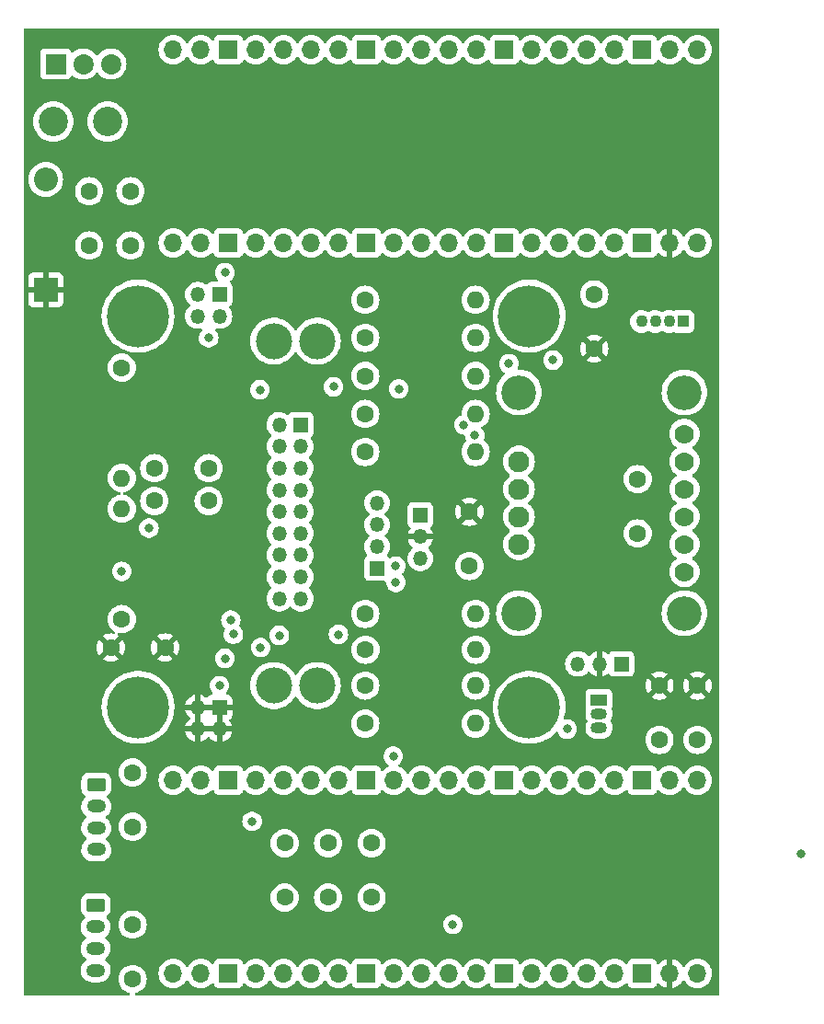
<source format=gbr>
%TF.GenerationSoftware,KiCad,Pcbnew,7.0.7*%
%TF.CreationDate,2024-02-01T11:26:11-05:00*%
%TF.ProjectId,ROSE-PILK_v1,524f5345-2d50-4494-9c4b-5f76312e6b69,rev?*%
%TF.SameCoordinates,Original*%
%TF.FileFunction,Copper,L2,Inr*%
%TF.FilePolarity,Positive*%
%FSLAX46Y46*%
G04 Gerber Fmt 4.6, Leading zero omitted, Abs format (unit mm)*
G04 Created by KiCad (PCBNEW 7.0.7) date 2024-02-01 11:26:11*
%MOMM*%
%LPD*%
G01*
G04 APERTURE LIST*
G04 Aperture macros list*
%AMRoundRect*
0 Rectangle with rounded corners*
0 $1 Rounding radius*
0 $2 $3 $4 $5 $6 $7 $8 $9 X,Y pos of 4 corners*
0 Add a 4 corners polygon primitive as box body*
4,1,4,$2,$3,$4,$5,$6,$7,$8,$9,$2,$3,0*
0 Add four circle primitives for the rounded corners*
1,1,$1+$1,$2,$3*
1,1,$1+$1,$4,$5*
1,1,$1+$1,$6,$7*
1,1,$1+$1,$8,$9*
0 Add four rect primitives between the rounded corners*
20,1,$1+$1,$2,$3,$4,$5,0*
20,1,$1+$1,$4,$5,$6,$7,0*
20,1,$1+$1,$6,$7,$8,$9,0*
20,1,$1+$1,$8,$9,$2,$3,0*%
G04 Aperture macros list end*
%TA.AperFunction,ComponentPad*%
%ADD10RoundRect,0.250000X-0.625000X0.350000X-0.625000X-0.350000X0.625000X-0.350000X0.625000X0.350000X0*%
%TD*%
%TA.AperFunction,ComponentPad*%
%ADD11O,1.750000X1.200000*%
%TD*%
%TA.AperFunction,ComponentPad*%
%ADD12R,1.350000X1.350000*%
%TD*%
%TA.AperFunction,ComponentPad*%
%ADD13O,1.350000X1.350000*%
%TD*%
%TA.AperFunction,ComponentPad*%
%ADD14C,1.600000*%
%TD*%
%TA.AperFunction,ComponentPad*%
%ADD15C,1.778000*%
%TD*%
%TA.AperFunction,ComponentPad*%
%ADD16C,1.930400*%
%TD*%
%TA.AperFunction,ComponentPad*%
%ADD17C,3.200000*%
%TD*%
%TA.AperFunction,ComponentPad*%
%ADD18R,1.860000X1.860000*%
%TD*%
%TA.AperFunction,ComponentPad*%
%ADD19C,1.860000*%
%TD*%
%TA.AperFunction,ComponentPad*%
%ADD20R,2.200000X2.200000*%
%TD*%
%TA.AperFunction,ComponentPad*%
%ADD21O,2.200000X2.200000*%
%TD*%
%TA.AperFunction,ComponentPad*%
%ADD22C,2.700000*%
%TD*%
%TA.AperFunction,ComponentPad*%
%ADD23C,3.320000*%
%TD*%
%TA.AperFunction,ComponentPad*%
%ADD24C,5.700000*%
%TD*%
%TA.AperFunction,ComponentPad*%
%ADD25O,1.600000X1.600000*%
%TD*%
%TA.AperFunction,ComponentPad*%
%ADD26O,1.700000X1.700000*%
%TD*%
%TA.AperFunction,ComponentPad*%
%ADD27R,1.700000X1.700000*%
%TD*%
%TA.AperFunction,ComponentPad*%
%ADD28R,1.100000X1.100000*%
%TD*%
%TA.AperFunction,ComponentPad*%
%ADD29C,1.100000*%
%TD*%
%TA.AperFunction,ComponentPad*%
%ADD30R,1.500000X1.050000*%
%TD*%
%TA.AperFunction,ComponentPad*%
%ADD31O,1.500000X1.050000*%
%TD*%
%TA.AperFunction,ViaPad*%
%ADD32C,0.800000*%
%TD*%
G04 APERTURE END LIST*
D10*
%TO.N,/QUADB1*%
%TO.C,J7*%
X155100000Y-136200000D03*
D11*
%TO.N,/QUADA1*%
X155100000Y-138200000D03*
%TO.N,/3V3*%
X155100000Y-140200000D03*
%TO.N,/GND*%
X155100000Y-142200000D03*
%TD*%
D12*
%TO.N,/5V*%
%TO.C,J13*%
X166500000Y-118000000D03*
D13*
X164500000Y-118000000D03*
X166500000Y-120000000D03*
X164500000Y-120000000D03*
%TD*%
D14*
%TO.N,/3V3*%
%TO.C,CAN2*%
X160500000Y-99000000D03*
%TO.N,/GND*%
X165500000Y-99000000D03*
%TD*%
%TO.N,/GND*%
%TO.C,JETSON1V8*%
X176500000Y-135500000D03*
%TO.N,Net-(J1-Pin_4)*%
X176500000Y-130500000D03*
%TD*%
D15*
%TO.N,/3V3*%
%TO.C,IMU*%
X209307500Y-105537500D03*
D16*
%TO.N,/INT*%
X194067501Y-102997500D03*
D15*
%TO.N,N/C*%
X209307501Y-102997500D03*
D16*
%TO.N,/ADR*%
X194067501Y-100457500D03*
D15*
%TO.N,/GND*%
X209307501Y-100457500D03*
D16*
%TO.N,/PS0*%
X194067501Y-97917500D03*
D15*
%TO.N,/IMU_SCL*%
X209307501Y-97917500D03*
D16*
%TO.N,/PS1*%
X194067501Y-95377500D03*
D15*
%TO.N,/IMU_SDA*%
X209307501Y-95377500D03*
%TO.N,/IMU_RST*%
X209307501Y-92837500D03*
D17*
%TO.N,N/C*%
X194067501Y-109347500D03*
X209307501Y-109347500D03*
X194067501Y-89027500D03*
X209307501Y-89027500D03*
%TD*%
D18*
%TO.N,Net-(Q1-IN)*%
%TO.C,Q1*%
X151420000Y-58800000D03*
D19*
%TO.N,/GND*%
X153960000Y-58800000D03*
%TO.N,Net-(D17-A)*%
X156500000Y-58800000D03*
%TD*%
D20*
%TO.N,/5V*%
%TO.C,D17*%
X150500000Y-79580000D03*
D21*
%TO.N,Net-(D17-A)*%
X150500000Y-69420000D03*
%TD*%
D22*
%TO.N,/GND*%
%TO.C,U4*%
X156200000Y-64100000D03*
%TO.N,Net-(Q1-IN)*%
X151200000Y-64100000D03*
%TD*%
D23*
%TO.N,Net-(U6-RUN)*%
%TO.C,SW2*%
X171500000Y-116000000D03*
%TO.N,/GND*%
X175500000Y-116000000D03*
%TD*%
D14*
%TO.N,/3V3*%
%TO.C,CAN1*%
X160500000Y-96000000D03*
%TO.N,/GND*%
X165500000Y-96000000D03*
%TD*%
D24*
%TO.N,N/C*%
%TO.C,REF\u002A\u002A*%
X159000000Y-118000000D03*
%TD*%
D14*
%TO.N,Net-(J4-Pin_2)*%
%TO.C,R33*%
X157500000Y-109880000D03*
D25*
%TO.N,Net-(J4-Pin_1)*%
X157500000Y-99720000D03*
%TD*%
D12*
%TO.N,/GND*%
%TO.C,J1*%
X181000000Y-105200000D03*
D13*
%TO.N,Net-(J1-Pin_2)*%
X181000000Y-103200000D03*
%TO.N,Net-(J1-Pin_3)*%
X181000000Y-101200000D03*
%TO.N,Net-(J1-Pin_4)*%
X181000000Y-99200000D03*
%TD*%
D14*
%TO.N,/3V3*%
%TO.C,IMUC13*%
X205000000Y-102000000D03*
%TO.N,/GND*%
X205000000Y-97000000D03*
%TD*%
D26*
%TO.N,/B0*%
%TO.C,U6*%
X210500000Y-124720000D03*
%TO.N,/DR16_TX*%
X207960000Y-124720000D03*
D27*
%TO.N,/GND*%
X205420000Y-124720000D03*
D26*
%TO.N,/B2*%
X202880000Y-124720000D03*
%TO.N,/B3*%
X200340000Y-124720000D03*
%TO.N,/B4*%
X197800000Y-124720000D03*
%TO.N,/B5*%
X195260000Y-124720000D03*
D27*
%TO.N,/GND*%
X192720000Y-124720000D03*
D26*
%TO.N,/CAN1_RX*%
X190180000Y-124720000D03*
%TO.N,/CAN1_TX*%
X187640000Y-124720000D03*
%TO.N,/CAN2_RX*%
X185100000Y-124720000D03*
%TO.N,/CAN2_TX*%
X182560000Y-124720000D03*
D27*
%TO.N,/GND*%
X180020000Y-124720000D03*
D26*
%TO.N,/B10*%
X177480000Y-124720000D03*
%TO.N,/B11*%
X174940000Y-124720000D03*
%TO.N,/P2P_2*%
X172400000Y-124720000D03*
%TO.N,/P2P_1*%
X169860000Y-124720000D03*
D27*
%TO.N,/GND*%
X167320000Y-124720000D03*
D26*
%TO.N,/B14*%
X164780000Y-124720000D03*
%TO.N,unconnected-(U6-GPIO15-Pad20)*%
X162240000Y-124720000D03*
%TO.N,unconnected-(U6-GPIO16-Pad21)*%
X162240000Y-142500000D03*
%TO.N,unconnected-(U6-GPIO17-Pad22)*%
X164780000Y-142500000D03*
D27*
%TO.N,/GND*%
X167320000Y-142500000D03*
D26*
%TO.N,unconnected-(U6-GPIO18-Pad24)*%
X169860000Y-142500000D03*
%TO.N,unconnected-(U6-GPIO19-Pad25)*%
X172400000Y-142500000D03*
%TO.N,/B20*%
X174940000Y-142500000D03*
%TO.N,/B21*%
X177480000Y-142500000D03*
D27*
%TO.N,/GND*%
X180020000Y-142500000D03*
D26*
%TO.N,/B22*%
X182560000Y-142500000D03*
%TO.N,Net-(U6-RUN)*%
X185100000Y-142500000D03*
%TO.N,/B26*%
X187640000Y-142500000D03*
%TO.N,/B27*%
X190180000Y-142500000D03*
D27*
%TO.N,/GND*%
X192720000Y-142500000D03*
D26*
%TO.N,/B28*%
X195260000Y-142500000D03*
%TO.N,unconnected-(U6-ADC_VREF-Pad35)*%
X197800000Y-142500000D03*
%TO.N,/3V3*%
X200340000Y-142500000D03*
%TO.N,unconnected-(U6-3V3_EN-Pad37)*%
X202880000Y-142500000D03*
D27*
%TO.N,/GND*%
X205420000Y-142500000D03*
D26*
%TO.N,/5V*%
X207960000Y-142500000D03*
%TO.N,unconnected-(U6-VBUS-Pad40)*%
X210500000Y-142500000D03*
%TD*%
D14*
%TO.N,Net-(D17-A)*%
%TO.C,C3*%
X158300000Y-75500000D03*
%TO.N,/GND*%
X158300000Y-70500000D03*
%TD*%
D26*
%TO.N,/A0*%
%TO.C,U1*%
X210500000Y-57500000D03*
%TO.N,/A1*%
X207960000Y-57500000D03*
D27*
%TO.N,/GND*%
X205420000Y-57500000D03*
D26*
%TO.N,/IMU_SDA*%
X202880000Y-57500000D03*
%TO.N,/IMU_SCL*%
X200340000Y-57500000D03*
%TO.N,/JETSON_rx*%
X197800000Y-57500000D03*
%TO.N,/JETSON_tx*%
X195260000Y-57500000D03*
D27*
%TO.N,/GND*%
X192720000Y-57500000D03*
D26*
%TO.N,/CAN1_RX*%
X190180000Y-57500000D03*
%TO.N,/CAN1_TX*%
X187640000Y-57500000D03*
%TO.N,/QUADA1*%
X185100000Y-57500000D03*
%TO.N,/QUADB1*%
X182560000Y-57500000D03*
D27*
%TO.N,/GND*%
X180020000Y-57500000D03*
D26*
%TO.N,/QUADA2*%
X177480000Y-57500000D03*
%TO.N,/QUADB2*%
X174940000Y-57500000D03*
%TO.N,/P2P_1*%
X172400000Y-57500000D03*
%TO.N,/P2P_2*%
X169860000Y-57500000D03*
D27*
%TO.N,/GND*%
X167320000Y-57500000D03*
D26*
%TO.N,/SERVO*%
X164780000Y-57500000D03*
%TO.N,unconnected-(U1-GPIO15-Pad20)*%
X162240000Y-57500000D03*
%TO.N,unconnected-(U1-GPIO16-Pad21)*%
X162240000Y-75280000D03*
%TO.N,unconnected-(U1-GPIO17-Pad22)*%
X164780000Y-75280000D03*
D27*
%TO.N,/GND*%
X167320000Y-75280000D03*
D26*
%TO.N,unconnected-(U1-GPIO18-Pad24)*%
X169860000Y-75280000D03*
%TO.N,unconnected-(U1-GPIO19-Pad25)*%
X172400000Y-75280000D03*
%TO.N,/LEDR*%
X174940000Y-75280000D03*
%TO.N,/LEDG*%
X177480000Y-75280000D03*
D27*
%TO.N,/GND*%
X180020000Y-75280000D03*
D26*
%TO.N,/LEDB*%
X182560000Y-75280000D03*
%TO.N,Net-(U1-RUN)*%
X185100000Y-75280000D03*
%TO.N,/A26*%
X187640000Y-75280000D03*
%TO.N,/A27*%
X190180000Y-75280000D03*
D27*
%TO.N,/GND*%
X192720000Y-75280000D03*
D26*
%TO.N,/IMU_RST*%
X195260000Y-75280000D03*
%TO.N,unconnected-(U1-ADC_VREF-Pad35)*%
X197800000Y-75280000D03*
%TO.N,/3V3*%
X200340000Y-75280000D03*
%TO.N,unconnected-(U1-3V3_EN-Pad37)*%
X202880000Y-75280000D03*
D27*
%TO.N,/GND*%
X205420000Y-75280000D03*
D26*
%TO.N,/5V*%
X207960000Y-75280000D03*
%TO.N,unconnected-(U1-VBUS-Pad40)*%
X210500000Y-75280000D03*
%TD*%
D14*
%TO.N,/5V*%
%TO.C,PICOU1*%
X201000000Y-85000000D03*
%TO.N,/GND*%
X201000000Y-80000000D03*
%TD*%
D28*
%TO.N,Net-(D16-Pad1)*%
%TO.C,D16*%
X209170000Y-82500000D03*
D29*
%TO.N,/GND*%
X207900000Y-82500000D03*
%TO.N,Net-(D16-Pad3)*%
X206630000Y-82500000D03*
%TO.N,Net-(D16-Pad4)*%
X205360000Y-82500000D03*
%TD*%
D14*
%TO.N,Net-(Q1-IN)*%
%TO.C,C2*%
X154500000Y-75500000D03*
%TO.N,/GND*%
X154500000Y-70500000D03*
%TD*%
%TO.N,/GPIO1-A*%
%TO.C,R5*%
X179920000Y-80500000D03*
D25*
%TO.N,/GPIO0-B*%
X190080000Y-80500000D03*
%TD*%
D14*
%TO.N,/3V3*%
%TO.C,QUAD2*%
X158500000Y-138000000D03*
%TO.N,/GND*%
X158500000Y-143000000D03*
%TD*%
%TO.N,Net-(J2-Pin_3)*%
%TO.C,R30*%
X179920000Y-94500000D03*
D25*
%TO.N,Net-(Q3-B)*%
X190080000Y-94500000D03*
%TD*%
D14*
%TO.N,/LEDG*%
%TO.C,R1*%
X179920000Y-109400000D03*
D25*
%TO.N,Net-(D16-Pad4)*%
X190080000Y-109400000D03*
%TD*%
D12*
%TO.N,/A0*%
%TO.C,J10*%
X174000000Y-92000000D03*
D13*
%TO.N,/A1*%
X172000000Y-92000000D03*
%TO.N,/A26*%
X174000000Y-94000000D03*
%TO.N,/A27*%
X172000000Y-94000000D03*
%TO.N,/B0*%
X174000000Y-96000000D03*
%TO.N,/B2*%
X172000000Y-96000000D03*
%TO.N,/B3*%
X174000000Y-98000000D03*
%TO.N,/B4*%
X172000000Y-98000000D03*
%TO.N,/B5*%
X174000000Y-100000000D03*
%TO.N,/B28*%
X172000000Y-100000000D03*
%TO.N,/B27*%
X174000000Y-102000000D03*
%TO.N,/B26*%
X172000000Y-102000000D03*
%TO.N,/B22*%
X174000000Y-104000000D03*
%TO.N,/B21*%
X172000000Y-104000000D03*
%TO.N,/B20*%
X174000000Y-106000000D03*
%TO.N,/B14*%
X172000000Y-106000000D03*
%TO.N,/B11*%
X174000000Y-108000000D03*
%TO.N,/B10*%
X172000000Y-108000000D03*
%TD*%
D14*
%TO.N,/3V3*%
%TO.C,JETSON3V3*%
X172500000Y-135500000D03*
%TO.N,/GND*%
X172500000Y-130500000D03*
%TD*%
%TO.N,/GND*%
%TO.C,JETSONGND1*%
X180500000Y-135500000D03*
X180500000Y-130500000D03*
%TD*%
%TO.N,/RP2040-Connect/GPIO0-A*%
%TO.C,R10*%
X179920000Y-91000000D03*
D25*
%TO.N,/RP2040-Connect/GPIO1-B*%
X190080000Y-91000000D03*
%TD*%
D12*
%TO.N,/GND*%
%TO.C,J2*%
X203500000Y-114000000D03*
D13*
%TO.N,/5V*%
X201500000Y-114000000D03*
%TO.N,Net-(J2-Pin_3)*%
X199500000Y-114000000D03*
%TD*%
D10*
%TO.N,/QUADB2*%
%TO.C,J11*%
X155150000Y-125100000D03*
D11*
%TO.N,/QUADA2*%
X155150000Y-127100000D03*
%TO.N,/3V3*%
X155150000Y-129100000D03*
%TO.N,/GND*%
X155150000Y-131100000D03*
%TD*%
D14*
%TO.N,/3V3*%
%TO.C,R31*%
X179920000Y-119500000D03*
D25*
%TO.N,/DR16_TX*%
X190080000Y-119500000D03*
%TD*%
D14*
%TO.N,/LEDB*%
%TO.C,R2*%
X179940000Y-112700000D03*
D25*
%TO.N,Net-(D16-Pad3)*%
X190100000Y-112700000D03*
%TD*%
D14*
%TO.N,/GND*%
%TO.C,SERVO1*%
X189500000Y-105000000D03*
%TO.N,/5V*%
X189500000Y-100000000D03*
%TD*%
D12*
%TO.N,/SERVO*%
%TO.C,J9*%
X185000000Y-100300000D03*
D13*
%TO.N,/5V*%
X185000000Y-102300000D03*
%TO.N,/GND*%
X185000000Y-104300000D03*
%TD*%
D24*
%TO.N,N/C*%
%TO.C,MountingHole3*%
X195000000Y-82000000D03*
%TD*%
%TO.N,N/C*%
%TO.C,MountingHole2*%
X195000000Y-118000000D03*
%TD*%
D30*
%TO.N,/GND*%
%TO.C,Q3*%
X201440000Y-117330000D03*
D31*
%TO.N,Net-(Q3-B)*%
X201440000Y-118600000D03*
%TO.N,/DR16_TX*%
X201440000Y-119870000D03*
%TD*%
D14*
%TO.N,/5V*%
%TO.C,PICOU6*%
X207000000Y-116000000D03*
%TO.N,/GND*%
X207000000Y-121000000D03*
%TD*%
D24*
%TO.N,N/C*%
%TO.C,MountingHole1*%
X159000000Y-82000000D03*
%TD*%
D14*
%TO.N,/RP2040-Connect/GPIO1-A*%
%TO.C,R20*%
X179920000Y-87500000D03*
D25*
%TO.N,/RP2040-Connect/GPIO0-B*%
X190080000Y-87500000D03*
%TD*%
D14*
%TO.N,Net-(J3-Pin_1)*%
%TO.C,R32*%
X157500000Y-86740000D03*
D25*
%TO.N,Net-(J3-Pin_2)*%
X157500000Y-96900000D03*
%TD*%
D23*
%TO.N,Net-(U1-RUN)*%
%TO.C,SW1*%
X171500000Y-84300000D03*
%TO.N,/GND*%
X175500000Y-84300000D03*
%TD*%
D14*
%TO.N,/LEDR*%
%TO.C,R3*%
X179920000Y-116000000D03*
D25*
%TO.N,Net-(D16-Pad1)*%
X190080000Y-116000000D03*
%TD*%
D12*
%TO.N,/GND*%
%TO.C,J12*%
X166500000Y-80000000D03*
D13*
X164500000Y-80000000D03*
X166500000Y-82000000D03*
X164500000Y-82000000D03*
%TD*%
D14*
%TO.N,/GPIO0-A*%
%TO.C,R4*%
X179920000Y-84000000D03*
D25*
%TO.N,/GPIO1-B*%
X190080000Y-84000000D03*
%TD*%
D14*
%TO.N,/GND*%
%TO.C,DR16*%
X210500000Y-121000000D03*
%TO.N,/5V*%
X210500000Y-116000000D03*
%TD*%
%TO.N,/5V*%
%TO.C,5VCAP1*%
X156500000Y-112500000D03*
X161500000Y-112500000D03*
%TD*%
%TO.N,/3V3*%
%TO.C,QUAD1*%
X158500000Y-124000000D03*
%TO.N,/GND*%
X158500000Y-129000000D03*
%TD*%
D32*
%TO.N,*%
X220000000Y-131500000D03*
%TO.N,/GND*%
X157500000Y-105500000D03*
X160000000Y-101500000D03*
%TO.N,Net-(J2-Pin_3)*%
X190000000Y-93000000D03*
%TO.N,/CAN1_RX*%
X165500000Y-84000000D03*
%TO.N,/CAN1_TX*%
X167000000Y-78000000D03*
%TO.N,/CAN2_RX*%
X167543449Y-109981150D03*
X182724500Y-106500000D03*
%TO.N,/CAN2_TX*%
X166500000Y-116000000D03*
%TO.N,/A26*%
X177000000Y-88500000D03*
%TO.N,/B27*%
X182724500Y-105000000D03*
X187987701Y-137987701D03*
%TO.N,Net-(D16-Pad4)*%
X193150000Y-86378000D03*
%TO.N,Net-(D16-Pad3)*%
X197200000Y-86050000D03*
%TO.N,Net-(D16-Pad1)*%
X188999500Y-92000000D03*
%TO.N,Net-(J1-Pin_3)*%
X167775500Y-111270000D03*
%TO.N,Net-(J1-Pin_4)*%
X169500000Y-128500000D03*
%TO.N,Net-(J1-Pin_2)*%
X167000000Y-113500000D03*
%TO.N,/SERVO*%
X183000000Y-88700500D03*
%TO.N,Net-(U6-RUN)*%
X182500000Y-122500000D03*
%TO.N,/B2*%
X177450500Y-111290078D03*
%TO.N,/B4*%
X170275500Y-112500000D03*
%TO.N,/B5*%
X198500000Y-120000000D03*
%TO.N,/B10*%
X172012299Y-111387701D03*
%TO.N,/P2P_2*%
X170224500Y-88775500D03*
%TD*%
%TA.AperFunction,Conductor*%
%TO.N,/5V*%
G36*
X166056463Y-119769685D02*
G01*
X166102218Y-119822489D01*
X166112162Y-119891647D01*
X166111897Y-119893397D01*
X166095014Y-119999996D01*
X166095014Y-120000003D01*
X166111897Y-120106603D01*
X166102942Y-120175896D01*
X166057946Y-120229348D01*
X165991194Y-120249987D01*
X165989424Y-120250000D01*
X165010576Y-120250000D01*
X164943537Y-120230315D01*
X164897782Y-120177511D01*
X164887838Y-120108353D01*
X164888103Y-120106603D01*
X164904986Y-120000003D01*
X164904986Y-119999996D01*
X164888103Y-119893397D01*
X164897058Y-119824104D01*
X164942054Y-119770652D01*
X165008806Y-119750013D01*
X165010576Y-119750000D01*
X165989424Y-119750000D01*
X166056463Y-119769685D01*
G37*
%TD.AperFunction*%
%TA.AperFunction,Conductor*%
G36*
X164393331Y-118388091D02*
G01*
X164425699Y-118393218D01*
X164468515Y-118400000D01*
X164468519Y-118400000D01*
X164531485Y-118400000D01*
X164574300Y-118393218D01*
X164606602Y-118388102D01*
X164675894Y-118397056D01*
X164729347Y-118442052D01*
X164749987Y-118508803D01*
X164750000Y-118510575D01*
X164750000Y-119489424D01*
X164730315Y-119556463D01*
X164677511Y-119602218D01*
X164608353Y-119612162D01*
X164606602Y-119611897D01*
X164531486Y-119600000D01*
X164531481Y-119600000D01*
X164468519Y-119600000D01*
X164468514Y-119600000D01*
X164393398Y-119611897D01*
X164324104Y-119602942D01*
X164270652Y-119557946D01*
X164250013Y-119491194D01*
X164250000Y-119489424D01*
X164250000Y-118510575D01*
X164269685Y-118443536D01*
X164322489Y-118397781D01*
X164391647Y-118387837D01*
X164393331Y-118388091D01*
G37*
%TD.AperFunction*%
%TA.AperFunction,Conductor*%
G36*
X166393331Y-118388091D02*
G01*
X166425699Y-118393218D01*
X166468515Y-118400000D01*
X166468519Y-118400000D01*
X166531485Y-118400000D01*
X166574300Y-118393218D01*
X166606602Y-118388102D01*
X166675894Y-118397056D01*
X166729347Y-118442052D01*
X166749987Y-118508803D01*
X166750000Y-118510575D01*
X166750000Y-119489424D01*
X166730315Y-119556463D01*
X166677511Y-119602218D01*
X166608353Y-119612162D01*
X166606602Y-119611897D01*
X166531486Y-119600000D01*
X166531481Y-119600000D01*
X166468519Y-119600000D01*
X166468514Y-119600000D01*
X166393398Y-119611897D01*
X166324104Y-119602942D01*
X166270652Y-119557946D01*
X166250013Y-119491194D01*
X166250000Y-119489424D01*
X166250000Y-118510575D01*
X166269685Y-118443536D01*
X166322489Y-118397781D01*
X166391647Y-118387837D01*
X166393331Y-118388091D01*
G37*
%TD.AperFunction*%
%TA.AperFunction,Conductor*%
G36*
X166056463Y-117769685D02*
G01*
X166102218Y-117822489D01*
X166112162Y-117891647D01*
X166111897Y-117893397D01*
X166095014Y-117999996D01*
X166095014Y-118000003D01*
X166111897Y-118106603D01*
X166102942Y-118175896D01*
X166057946Y-118229348D01*
X165991194Y-118249987D01*
X165989424Y-118250000D01*
X165010576Y-118250000D01*
X164943537Y-118230315D01*
X164897782Y-118177511D01*
X164887838Y-118108353D01*
X164888103Y-118106603D01*
X164904986Y-118000003D01*
X164904986Y-117999996D01*
X164888103Y-117893397D01*
X164897058Y-117824104D01*
X164942054Y-117770652D01*
X165008806Y-117750013D01*
X165010576Y-117750000D01*
X165989424Y-117750000D01*
X166056463Y-117769685D01*
G37*
%TD.AperFunction*%
%TA.AperFunction,Conductor*%
G36*
X212443039Y-55519685D02*
G01*
X212488794Y-55572489D01*
X212500000Y-55624000D01*
X212500000Y-144376000D01*
X212480315Y-144443039D01*
X212427511Y-144488794D01*
X212376000Y-144500000D01*
X158868546Y-144500000D01*
X158801507Y-144480315D01*
X158755752Y-144427511D01*
X158745808Y-144358353D01*
X158774833Y-144294797D01*
X158833611Y-144257023D01*
X158836453Y-144256225D01*
X158902957Y-144238405D01*
X158946496Y-144226739D01*
X159152734Y-144130568D01*
X159339139Y-144000047D01*
X159500047Y-143839139D01*
X159630568Y-143652734D01*
X159726739Y-143446496D01*
X159785635Y-143226692D01*
X159805468Y-143000000D01*
X159785635Y-142773308D01*
X159732051Y-142573327D01*
X159726741Y-142553511D01*
X159726738Y-142553502D01*
X159701789Y-142500000D01*
X160884341Y-142500000D01*
X160904936Y-142735403D01*
X160904938Y-142735413D01*
X160966094Y-142963655D01*
X160966096Y-142963659D01*
X160966097Y-142963663D01*
X161008858Y-143055364D01*
X161065965Y-143177830D01*
X161065967Y-143177834D01*
X161174281Y-143332521D01*
X161201505Y-143371401D01*
X161368599Y-143538495D01*
X161465384Y-143606264D01*
X161562165Y-143674032D01*
X161562167Y-143674033D01*
X161562170Y-143674035D01*
X161776337Y-143773903D01*
X162004592Y-143835063D01*
X162181034Y-143850500D01*
X162239999Y-143855659D01*
X162240000Y-143855659D01*
X162240001Y-143855659D01*
X162298966Y-143850500D01*
X162475408Y-143835063D01*
X162703663Y-143773903D01*
X162917830Y-143674035D01*
X163111401Y-143538495D01*
X163278495Y-143371401D01*
X163408424Y-143185842D01*
X163463002Y-143142217D01*
X163532500Y-143135023D01*
X163594855Y-143166546D01*
X163611575Y-143185842D01*
X163741500Y-143371395D01*
X163741505Y-143371401D01*
X163908599Y-143538495D01*
X164005384Y-143606264D01*
X164102165Y-143674032D01*
X164102167Y-143674033D01*
X164102170Y-143674035D01*
X164316337Y-143773903D01*
X164544592Y-143835063D01*
X164721034Y-143850500D01*
X164779999Y-143855659D01*
X164780000Y-143855659D01*
X164780001Y-143855659D01*
X164838966Y-143850500D01*
X165015408Y-143835063D01*
X165243663Y-143773903D01*
X165457830Y-143674035D01*
X165651401Y-143538495D01*
X165773329Y-143416566D01*
X165834648Y-143383084D01*
X165904340Y-143388068D01*
X165960274Y-143429939D01*
X165977189Y-143460917D01*
X166026202Y-143592328D01*
X166026206Y-143592335D01*
X166112452Y-143707544D01*
X166112455Y-143707547D01*
X166227664Y-143793793D01*
X166227671Y-143793797D01*
X166362517Y-143844091D01*
X166362516Y-143844091D01*
X166369444Y-143844835D01*
X166422127Y-143850500D01*
X168217872Y-143850499D01*
X168277483Y-143844091D01*
X168412331Y-143793796D01*
X168527546Y-143707546D01*
X168613796Y-143592331D01*
X168662810Y-143460916D01*
X168704681Y-143404984D01*
X168770145Y-143380566D01*
X168838418Y-143395417D01*
X168866673Y-143416569D01*
X168988599Y-143538495D01*
X169085384Y-143606264D01*
X169182165Y-143674032D01*
X169182167Y-143674033D01*
X169182170Y-143674035D01*
X169396337Y-143773903D01*
X169624592Y-143835063D01*
X169801034Y-143850500D01*
X169859999Y-143855659D01*
X169860000Y-143855659D01*
X169860001Y-143855659D01*
X169918966Y-143850500D01*
X170095408Y-143835063D01*
X170323663Y-143773903D01*
X170537830Y-143674035D01*
X170731401Y-143538495D01*
X170898495Y-143371401D01*
X171028424Y-143185842D01*
X171083002Y-143142217D01*
X171152500Y-143135023D01*
X171214855Y-143166546D01*
X171231575Y-143185842D01*
X171361500Y-143371395D01*
X171361505Y-143371401D01*
X171528599Y-143538495D01*
X171625384Y-143606264D01*
X171722165Y-143674032D01*
X171722167Y-143674033D01*
X171722170Y-143674035D01*
X171936337Y-143773903D01*
X172164592Y-143835063D01*
X172341034Y-143850500D01*
X172399999Y-143855659D01*
X172400000Y-143855659D01*
X172400001Y-143855659D01*
X172458966Y-143850500D01*
X172635408Y-143835063D01*
X172863663Y-143773903D01*
X173077830Y-143674035D01*
X173271401Y-143538495D01*
X173438495Y-143371401D01*
X173568424Y-143185842D01*
X173623002Y-143142217D01*
X173692500Y-143135023D01*
X173754855Y-143166546D01*
X173771575Y-143185842D01*
X173901500Y-143371395D01*
X173901505Y-143371401D01*
X174068599Y-143538495D01*
X174165384Y-143606264D01*
X174262165Y-143674032D01*
X174262167Y-143674033D01*
X174262170Y-143674035D01*
X174476337Y-143773903D01*
X174704592Y-143835063D01*
X174881034Y-143850500D01*
X174939999Y-143855659D01*
X174940000Y-143855659D01*
X174940001Y-143855659D01*
X174998966Y-143850500D01*
X175175408Y-143835063D01*
X175403663Y-143773903D01*
X175617830Y-143674035D01*
X175811401Y-143538495D01*
X175978495Y-143371401D01*
X176108424Y-143185842D01*
X176163002Y-143142217D01*
X176232500Y-143135023D01*
X176294855Y-143166546D01*
X176311575Y-143185842D01*
X176441500Y-143371395D01*
X176441505Y-143371401D01*
X176608599Y-143538495D01*
X176705384Y-143606264D01*
X176802165Y-143674032D01*
X176802167Y-143674033D01*
X176802170Y-143674035D01*
X177016337Y-143773903D01*
X177244592Y-143835063D01*
X177421034Y-143850500D01*
X177479999Y-143855659D01*
X177480000Y-143855659D01*
X177480001Y-143855659D01*
X177538966Y-143850500D01*
X177715408Y-143835063D01*
X177943663Y-143773903D01*
X178157830Y-143674035D01*
X178351401Y-143538495D01*
X178473329Y-143416566D01*
X178534648Y-143383084D01*
X178604340Y-143388068D01*
X178660274Y-143429939D01*
X178677189Y-143460917D01*
X178726202Y-143592328D01*
X178726206Y-143592335D01*
X178812452Y-143707544D01*
X178812455Y-143707547D01*
X178927664Y-143793793D01*
X178927671Y-143793797D01*
X179062517Y-143844091D01*
X179062516Y-143844091D01*
X179069444Y-143844835D01*
X179122127Y-143850500D01*
X180917872Y-143850499D01*
X180977483Y-143844091D01*
X181112331Y-143793796D01*
X181227546Y-143707546D01*
X181313796Y-143592331D01*
X181362810Y-143460916D01*
X181404681Y-143404984D01*
X181470145Y-143380566D01*
X181538418Y-143395417D01*
X181566673Y-143416569D01*
X181688599Y-143538495D01*
X181785384Y-143606264D01*
X181882165Y-143674032D01*
X181882167Y-143674033D01*
X181882170Y-143674035D01*
X182096337Y-143773903D01*
X182324592Y-143835063D01*
X182501034Y-143850500D01*
X182559999Y-143855659D01*
X182560000Y-143855659D01*
X182560001Y-143855659D01*
X182618966Y-143850500D01*
X182795408Y-143835063D01*
X183023663Y-143773903D01*
X183237830Y-143674035D01*
X183431401Y-143538495D01*
X183598495Y-143371401D01*
X183728424Y-143185842D01*
X183783002Y-143142217D01*
X183852500Y-143135023D01*
X183914855Y-143166546D01*
X183931575Y-143185842D01*
X184061500Y-143371395D01*
X184061505Y-143371401D01*
X184228599Y-143538495D01*
X184325384Y-143606264D01*
X184422165Y-143674032D01*
X184422167Y-143674033D01*
X184422170Y-143674035D01*
X184636337Y-143773903D01*
X184864592Y-143835063D01*
X185041034Y-143850500D01*
X185099999Y-143855659D01*
X185100000Y-143855659D01*
X185100001Y-143855659D01*
X185158966Y-143850500D01*
X185335408Y-143835063D01*
X185563663Y-143773903D01*
X185777830Y-143674035D01*
X185971401Y-143538495D01*
X186138495Y-143371401D01*
X186268424Y-143185842D01*
X186323002Y-143142217D01*
X186392500Y-143135023D01*
X186454855Y-143166546D01*
X186471575Y-143185842D01*
X186601500Y-143371395D01*
X186601505Y-143371401D01*
X186768599Y-143538495D01*
X186865384Y-143606264D01*
X186962165Y-143674032D01*
X186962167Y-143674033D01*
X186962170Y-143674035D01*
X187176337Y-143773903D01*
X187404592Y-143835063D01*
X187581034Y-143850500D01*
X187639999Y-143855659D01*
X187640000Y-143855659D01*
X187640001Y-143855659D01*
X187698966Y-143850500D01*
X187875408Y-143835063D01*
X188103663Y-143773903D01*
X188317830Y-143674035D01*
X188511401Y-143538495D01*
X188678495Y-143371401D01*
X188808424Y-143185842D01*
X188863002Y-143142217D01*
X188932500Y-143135023D01*
X188994855Y-143166546D01*
X189011575Y-143185842D01*
X189141500Y-143371395D01*
X189141505Y-143371401D01*
X189308599Y-143538495D01*
X189405384Y-143606264D01*
X189502165Y-143674032D01*
X189502167Y-143674033D01*
X189502170Y-143674035D01*
X189716337Y-143773903D01*
X189944592Y-143835063D01*
X190121034Y-143850500D01*
X190179999Y-143855659D01*
X190180000Y-143855659D01*
X190180001Y-143855659D01*
X190238966Y-143850500D01*
X190415408Y-143835063D01*
X190643663Y-143773903D01*
X190857830Y-143674035D01*
X191051401Y-143538495D01*
X191173329Y-143416566D01*
X191234648Y-143383084D01*
X191304340Y-143388068D01*
X191360274Y-143429939D01*
X191377189Y-143460917D01*
X191426202Y-143592328D01*
X191426206Y-143592335D01*
X191512452Y-143707544D01*
X191512455Y-143707547D01*
X191627664Y-143793793D01*
X191627671Y-143793797D01*
X191762517Y-143844091D01*
X191762516Y-143844091D01*
X191769444Y-143844835D01*
X191822127Y-143850500D01*
X193617872Y-143850499D01*
X193677483Y-143844091D01*
X193812331Y-143793796D01*
X193927546Y-143707546D01*
X194013796Y-143592331D01*
X194062810Y-143460916D01*
X194104681Y-143404984D01*
X194170145Y-143380566D01*
X194238418Y-143395417D01*
X194266673Y-143416569D01*
X194388599Y-143538495D01*
X194485384Y-143606264D01*
X194582165Y-143674032D01*
X194582167Y-143674033D01*
X194582170Y-143674035D01*
X194796337Y-143773903D01*
X195024592Y-143835063D01*
X195201034Y-143850500D01*
X195259999Y-143855659D01*
X195260000Y-143855659D01*
X195260001Y-143855659D01*
X195318966Y-143850500D01*
X195495408Y-143835063D01*
X195723663Y-143773903D01*
X195937830Y-143674035D01*
X196131401Y-143538495D01*
X196298495Y-143371401D01*
X196428424Y-143185842D01*
X196483002Y-143142217D01*
X196552500Y-143135023D01*
X196614855Y-143166546D01*
X196631575Y-143185842D01*
X196761500Y-143371395D01*
X196761505Y-143371401D01*
X196928599Y-143538495D01*
X197025384Y-143606264D01*
X197122165Y-143674032D01*
X197122167Y-143674033D01*
X197122170Y-143674035D01*
X197336337Y-143773903D01*
X197564592Y-143835063D01*
X197741034Y-143850500D01*
X197799999Y-143855659D01*
X197800000Y-143855659D01*
X197800001Y-143855659D01*
X197858966Y-143850500D01*
X198035408Y-143835063D01*
X198263663Y-143773903D01*
X198477830Y-143674035D01*
X198671401Y-143538495D01*
X198838495Y-143371401D01*
X198968424Y-143185842D01*
X199023002Y-143142217D01*
X199092500Y-143135023D01*
X199154855Y-143166546D01*
X199171575Y-143185842D01*
X199301500Y-143371395D01*
X199301505Y-143371401D01*
X199468599Y-143538495D01*
X199565384Y-143606265D01*
X199662165Y-143674032D01*
X199662167Y-143674033D01*
X199662170Y-143674035D01*
X199876337Y-143773903D01*
X200104592Y-143835063D01*
X200281034Y-143850500D01*
X200339999Y-143855659D01*
X200340000Y-143855659D01*
X200340001Y-143855659D01*
X200398966Y-143850500D01*
X200575408Y-143835063D01*
X200803663Y-143773903D01*
X201017830Y-143674035D01*
X201211401Y-143538495D01*
X201378495Y-143371401D01*
X201508424Y-143185842D01*
X201563002Y-143142217D01*
X201632500Y-143135023D01*
X201694855Y-143166546D01*
X201711575Y-143185842D01*
X201841500Y-143371395D01*
X201841505Y-143371401D01*
X202008599Y-143538495D01*
X202105384Y-143606265D01*
X202202165Y-143674032D01*
X202202167Y-143674033D01*
X202202170Y-143674035D01*
X202416337Y-143773903D01*
X202644592Y-143835063D01*
X202821034Y-143850500D01*
X202879999Y-143855659D01*
X202880000Y-143855659D01*
X202880001Y-143855659D01*
X202938966Y-143850500D01*
X203115408Y-143835063D01*
X203343663Y-143773903D01*
X203557830Y-143674035D01*
X203751401Y-143538495D01*
X203873329Y-143416566D01*
X203934648Y-143383084D01*
X204004340Y-143388068D01*
X204060274Y-143429939D01*
X204077189Y-143460917D01*
X204126202Y-143592328D01*
X204126206Y-143592335D01*
X204212452Y-143707544D01*
X204212455Y-143707547D01*
X204327664Y-143793793D01*
X204327671Y-143793797D01*
X204462517Y-143844091D01*
X204462516Y-143844091D01*
X204469444Y-143844835D01*
X204522127Y-143850500D01*
X206317872Y-143850499D01*
X206377483Y-143844091D01*
X206512331Y-143793796D01*
X206627546Y-143707546D01*
X206713796Y-143592331D01*
X206763002Y-143460401D01*
X206804872Y-143404468D01*
X206870337Y-143380050D01*
X206938610Y-143394901D01*
X206966865Y-143416053D01*
X207088917Y-143538105D01*
X207282421Y-143673600D01*
X207496507Y-143773429D01*
X207496516Y-143773433D01*
X207710000Y-143830634D01*
X207710000Y-143122403D01*
X207729685Y-143055364D01*
X207782489Y-143009609D01*
X207851646Y-142999665D01*
X207923527Y-143010000D01*
X207923530Y-143010000D01*
X207996470Y-143010000D01*
X207996473Y-143010000D01*
X208068353Y-142999665D01*
X208137512Y-143009609D01*
X208190316Y-143055364D01*
X208210000Y-143122403D01*
X208210000Y-143830633D01*
X208423483Y-143773433D01*
X208423492Y-143773429D01*
X208637578Y-143673600D01*
X208831082Y-143538105D01*
X208998105Y-143371082D01*
X209128119Y-143185405D01*
X209182696Y-143141781D01*
X209252195Y-143134588D01*
X209314549Y-143166110D01*
X209331269Y-143185405D01*
X209461505Y-143371401D01*
X209628599Y-143538495D01*
X209725384Y-143606265D01*
X209822165Y-143674032D01*
X209822167Y-143674033D01*
X209822170Y-143674035D01*
X210036337Y-143773903D01*
X210264592Y-143835063D01*
X210441034Y-143850500D01*
X210499999Y-143855659D01*
X210500000Y-143855659D01*
X210500001Y-143855659D01*
X210558966Y-143850500D01*
X210735408Y-143835063D01*
X210963663Y-143773903D01*
X211177830Y-143674035D01*
X211371401Y-143538495D01*
X211538495Y-143371401D01*
X211674035Y-143177830D01*
X211773903Y-142963663D01*
X211835063Y-142735408D01*
X211855659Y-142500000D01*
X211835063Y-142264592D01*
X211781998Y-142066549D01*
X211773905Y-142036344D01*
X211773904Y-142036343D01*
X211773903Y-142036337D01*
X211674035Y-141822171D01*
X211668731Y-141814595D01*
X211538494Y-141628597D01*
X211371402Y-141461506D01*
X211371395Y-141461501D01*
X211177834Y-141325967D01*
X211177830Y-141325965D01*
X211131708Y-141304458D01*
X210963663Y-141226097D01*
X210963659Y-141226096D01*
X210963655Y-141226094D01*
X210735413Y-141164938D01*
X210735403Y-141164936D01*
X210500001Y-141144341D01*
X210499999Y-141144341D01*
X210264596Y-141164936D01*
X210264586Y-141164938D01*
X210036344Y-141226094D01*
X210036335Y-141226098D01*
X209822171Y-141325964D01*
X209822169Y-141325965D01*
X209628597Y-141461505D01*
X209461508Y-141628594D01*
X209331269Y-141814595D01*
X209276692Y-141858219D01*
X209207193Y-141865412D01*
X209144839Y-141833890D01*
X209128119Y-141814594D01*
X208998113Y-141628926D01*
X208998108Y-141628920D01*
X208831082Y-141461894D01*
X208637578Y-141326399D01*
X208423492Y-141226570D01*
X208423486Y-141226567D01*
X208210000Y-141169364D01*
X208210000Y-141877596D01*
X208190315Y-141944635D01*
X208137511Y-141990390D01*
X208068355Y-142000334D01*
X207996476Y-141990000D01*
X207996473Y-141990000D01*
X207923527Y-141990000D01*
X207923523Y-141990000D01*
X207851645Y-142000334D01*
X207782487Y-141990390D01*
X207729684Y-141944634D01*
X207710000Y-141877596D01*
X207710000Y-141169364D01*
X207709999Y-141169364D01*
X207496513Y-141226567D01*
X207496507Y-141226570D01*
X207282422Y-141326399D01*
X207282420Y-141326400D01*
X207088926Y-141461886D01*
X206966865Y-141583947D01*
X206905542Y-141617431D01*
X206835850Y-141612447D01*
X206779917Y-141570575D01*
X206763002Y-141539598D01*
X206713797Y-141407671D01*
X206713793Y-141407664D01*
X206627547Y-141292455D01*
X206627544Y-141292452D01*
X206512335Y-141206206D01*
X206512328Y-141206202D01*
X206377482Y-141155908D01*
X206377483Y-141155908D01*
X206317883Y-141149501D01*
X206317881Y-141149500D01*
X206317873Y-141149500D01*
X206317864Y-141149500D01*
X204522129Y-141149500D01*
X204522123Y-141149501D01*
X204462516Y-141155908D01*
X204327671Y-141206202D01*
X204327664Y-141206206D01*
X204212455Y-141292452D01*
X204212452Y-141292455D01*
X204126206Y-141407664D01*
X204126203Y-141407669D01*
X204077189Y-141539083D01*
X204035317Y-141595016D01*
X203969853Y-141619433D01*
X203901580Y-141604581D01*
X203873326Y-141583430D01*
X203751402Y-141461506D01*
X203751395Y-141461501D01*
X203557834Y-141325967D01*
X203557830Y-141325965D01*
X203511708Y-141304458D01*
X203343663Y-141226097D01*
X203343659Y-141226096D01*
X203343655Y-141226094D01*
X203115413Y-141164938D01*
X203115403Y-141164936D01*
X202880001Y-141144341D01*
X202879999Y-141144341D01*
X202644596Y-141164936D01*
X202644586Y-141164938D01*
X202416344Y-141226094D01*
X202416335Y-141226098D01*
X202202171Y-141325964D01*
X202202169Y-141325965D01*
X202008597Y-141461505D01*
X201841505Y-141628597D01*
X201711575Y-141814158D01*
X201656998Y-141857783D01*
X201587500Y-141864977D01*
X201525145Y-141833454D01*
X201508425Y-141814158D01*
X201378494Y-141628597D01*
X201211402Y-141461506D01*
X201211395Y-141461501D01*
X201017834Y-141325967D01*
X201017830Y-141325965D01*
X200971708Y-141304458D01*
X200803663Y-141226097D01*
X200803659Y-141226096D01*
X200803655Y-141226094D01*
X200575413Y-141164938D01*
X200575403Y-141164936D01*
X200340001Y-141144341D01*
X200339999Y-141144341D01*
X200104596Y-141164936D01*
X200104586Y-141164938D01*
X199876344Y-141226094D01*
X199876335Y-141226098D01*
X199662171Y-141325964D01*
X199662169Y-141325965D01*
X199468597Y-141461505D01*
X199301505Y-141628597D01*
X199171575Y-141814158D01*
X199116998Y-141857783D01*
X199047500Y-141864977D01*
X198985145Y-141833454D01*
X198968425Y-141814158D01*
X198838494Y-141628597D01*
X198671402Y-141461506D01*
X198671395Y-141461501D01*
X198477834Y-141325967D01*
X198477830Y-141325965D01*
X198431708Y-141304458D01*
X198263663Y-141226097D01*
X198263659Y-141226096D01*
X198263655Y-141226094D01*
X198035413Y-141164938D01*
X198035403Y-141164936D01*
X197800001Y-141144341D01*
X197799999Y-141144341D01*
X197564596Y-141164936D01*
X197564586Y-141164938D01*
X197336344Y-141226094D01*
X197336335Y-141226098D01*
X197122171Y-141325964D01*
X197122169Y-141325965D01*
X196928597Y-141461505D01*
X196761508Y-141628594D01*
X196631574Y-141814159D01*
X196576997Y-141857784D01*
X196507498Y-141864976D01*
X196445144Y-141833454D01*
X196428424Y-141814158D01*
X196298494Y-141628597D01*
X196131402Y-141461506D01*
X196131395Y-141461501D01*
X195937834Y-141325967D01*
X195937830Y-141325965D01*
X195891708Y-141304458D01*
X195723663Y-141226097D01*
X195723659Y-141226096D01*
X195723655Y-141226094D01*
X195495413Y-141164938D01*
X195495403Y-141164936D01*
X195260001Y-141144341D01*
X195259999Y-141144341D01*
X195024596Y-141164936D01*
X195024586Y-141164938D01*
X194796344Y-141226094D01*
X194796335Y-141226098D01*
X194582171Y-141325964D01*
X194582169Y-141325965D01*
X194388600Y-141461503D01*
X194266673Y-141583430D01*
X194205350Y-141616914D01*
X194135658Y-141611930D01*
X194079725Y-141570058D01*
X194062810Y-141539081D01*
X194013797Y-141407671D01*
X194013793Y-141407664D01*
X193927547Y-141292455D01*
X193927544Y-141292452D01*
X193812335Y-141206206D01*
X193812328Y-141206202D01*
X193677482Y-141155908D01*
X193677483Y-141155908D01*
X193617883Y-141149501D01*
X193617881Y-141149500D01*
X193617873Y-141149500D01*
X193617864Y-141149500D01*
X191822129Y-141149500D01*
X191822123Y-141149501D01*
X191762516Y-141155908D01*
X191627671Y-141206202D01*
X191627664Y-141206206D01*
X191512455Y-141292452D01*
X191512452Y-141292455D01*
X191426206Y-141407664D01*
X191426203Y-141407669D01*
X191377189Y-141539083D01*
X191335317Y-141595016D01*
X191269853Y-141619433D01*
X191201580Y-141604581D01*
X191173326Y-141583430D01*
X191051402Y-141461506D01*
X191051395Y-141461501D01*
X190857834Y-141325967D01*
X190857830Y-141325965D01*
X190811708Y-141304458D01*
X190643663Y-141226097D01*
X190643659Y-141226096D01*
X190643655Y-141226094D01*
X190415413Y-141164938D01*
X190415403Y-141164936D01*
X190180001Y-141144341D01*
X190179999Y-141144341D01*
X189944596Y-141164936D01*
X189944586Y-141164938D01*
X189716344Y-141226094D01*
X189716335Y-141226098D01*
X189502171Y-141325964D01*
X189502169Y-141325965D01*
X189308597Y-141461505D01*
X189141505Y-141628597D01*
X189011575Y-141814158D01*
X188956998Y-141857783D01*
X188887500Y-141864977D01*
X188825145Y-141833454D01*
X188808425Y-141814158D01*
X188678494Y-141628597D01*
X188511402Y-141461506D01*
X188511395Y-141461501D01*
X188317834Y-141325967D01*
X188317830Y-141325965D01*
X188271708Y-141304458D01*
X188103663Y-141226097D01*
X188103659Y-141226096D01*
X188103655Y-141226094D01*
X187875413Y-141164938D01*
X187875403Y-141164936D01*
X187640001Y-141144341D01*
X187639999Y-141144341D01*
X187404596Y-141164936D01*
X187404586Y-141164938D01*
X187176344Y-141226094D01*
X187176335Y-141226098D01*
X186962171Y-141325964D01*
X186962169Y-141325965D01*
X186768597Y-141461505D01*
X186601505Y-141628597D01*
X186471575Y-141814158D01*
X186416998Y-141857783D01*
X186347500Y-141864977D01*
X186285145Y-141833454D01*
X186268425Y-141814158D01*
X186138494Y-141628597D01*
X185971402Y-141461506D01*
X185971395Y-141461501D01*
X185777834Y-141325967D01*
X185777830Y-141325965D01*
X185731708Y-141304458D01*
X185563663Y-141226097D01*
X185563659Y-141226096D01*
X185563655Y-141226094D01*
X185335413Y-141164938D01*
X185335403Y-141164936D01*
X185100001Y-141144341D01*
X185099999Y-141144341D01*
X184864596Y-141164936D01*
X184864586Y-141164938D01*
X184636344Y-141226094D01*
X184636335Y-141226098D01*
X184422171Y-141325964D01*
X184422169Y-141325965D01*
X184228597Y-141461505D01*
X184061508Y-141628594D01*
X183931574Y-141814160D01*
X183876997Y-141857784D01*
X183807498Y-141864977D01*
X183745144Y-141833455D01*
X183728429Y-141814164D01*
X183598495Y-141628599D01*
X183598493Y-141628596D01*
X183431402Y-141461506D01*
X183431395Y-141461501D01*
X183237834Y-141325967D01*
X183237830Y-141325965D01*
X183191708Y-141304458D01*
X183023663Y-141226097D01*
X183023659Y-141226096D01*
X183023655Y-141226094D01*
X182795413Y-141164938D01*
X182795403Y-141164936D01*
X182560001Y-141144341D01*
X182559999Y-141144341D01*
X182324596Y-141164936D01*
X182324586Y-141164938D01*
X182096344Y-141226094D01*
X182096335Y-141226098D01*
X181882171Y-141325964D01*
X181882169Y-141325965D01*
X181688600Y-141461503D01*
X181566673Y-141583430D01*
X181505350Y-141616914D01*
X181435658Y-141611930D01*
X181379725Y-141570058D01*
X181362810Y-141539081D01*
X181313797Y-141407671D01*
X181313793Y-141407664D01*
X181227547Y-141292455D01*
X181227544Y-141292452D01*
X181112335Y-141206206D01*
X181112328Y-141206202D01*
X180977482Y-141155908D01*
X180977483Y-141155908D01*
X180917883Y-141149501D01*
X180917881Y-141149500D01*
X180917873Y-141149500D01*
X180917864Y-141149500D01*
X179122129Y-141149500D01*
X179122123Y-141149501D01*
X179062516Y-141155908D01*
X178927671Y-141206202D01*
X178927664Y-141206206D01*
X178812455Y-141292452D01*
X178812452Y-141292455D01*
X178726206Y-141407664D01*
X178726203Y-141407669D01*
X178677189Y-141539083D01*
X178635317Y-141595016D01*
X178569853Y-141619433D01*
X178501580Y-141604581D01*
X178473326Y-141583430D01*
X178351402Y-141461506D01*
X178351395Y-141461501D01*
X178157834Y-141325967D01*
X178157830Y-141325965D01*
X178111708Y-141304458D01*
X177943663Y-141226097D01*
X177943659Y-141226096D01*
X177943655Y-141226094D01*
X177715413Y-141164938D01*
X177715403Y-141164936D01*
X177480001Y-141144341D01*
X177479999Y-141144341D01*
X177244596Y-141164936D01*
X177244586Y-141164938D01*
X177016344Y-141226094D01*
X177016335Y-141226098D01*
X176802171Y-141325964D01*
X176802169Y-141325965D01*
X176608597Y-141461505D01*
X176441505Y-141628597D01*
X176311575Y-141814158D01*
X176256998Y-141857783D01*
X176187500Y-141864977D01*
X176125145Y-141833454D01*
X176108425Y-141814158D01*
X175978494Y-141628597D01*
X175811402Y-141461506D01*
X175811395Y-141461501D01*
X175617834Y-141325967D01*
X175617830Y-141325965D01*
X175571708Y-141304458D01*
X175403663Y-141226097D01*
X175403659Y-141226096D01*
X175403655Y-141226094D01*
X175175413Y-141164938D01*
X175175403Y-141164936D01*
X174940001Y-141144341D01*
X174939999Y-141144341D01*
X174704596Y-141164936D01*
X174704586Y-141164938D01*
X174476344Y-141226094D01*
X174476335Y-141226098D01*
X174262171Y-141325964D01*
X174262169Y-141325965D01*
X174068597Y-141461505D01*
X173901508Y-141628594D01*
X173771574Y-141814160D01*
X173716997Y-141857784D01*
X173647498Y-141864977D01*
X173585144Y-141833455D01*
X173568429Y-141814164D01*
X173438495Y-141628599D01*
X173438493Y-141628596D01*
X173271402Y-141461506D01*
X173271395Y-141461501D01*
X173077834Y-141325967D01*
X173077830Y-141325965D01*
X173031708Y-141304458D01*
X172863663Y-141226097D01*
X172863659Y-141226096D01*
X172863655Y-141226094D01*
X172635413Y-141164938D01*
X172635403Y-141164936D01*
X172400001Y-141144341D01*
X172399999Y-141144341D01*
X172164596Y-141164936D01*
X172164586Y-141164938D01*
X171936344Y-141226094D01*
X171936335Y-141226098D01*
X171722171Y-141325964D01*
X171722169Y-141325965D01*
X171528597Y-141461505D01*
X171361505Y-141628597D01*
X171231575Y-141814158D01*
X171176998Y-141857783D01*
X171107500Y-141864977D01*
X171045145Y-141833454D01*
X171028425Y-141814158D01*
X170898494Y-141628597D01*
X170731402Y-141461506D01*
X170731395Y-141461501D01*
X170537834Y-141325967D01*
X170537830Y-141325965D01*
X170491708Y-141304458D01*
X170323663Y-141226097D01*
X170323659Y-141226096D01*
X170323655Y-141226094D01*
X170095413Y-141164938D01*
X170095403Y-141164936D01*
X169860001Y-141144341D01*
X169859999Y-141144341D01*
X169624596Y-141164936D01*
X169624586Y-141164938D01*
X169396344Y-141226094D01*
X169396335Y-141226098D01*
X169182171Y-141325964D01*
X169182169Y-141325965D01*
X168988600Y-141461503D01*
X168866673Y-141583430D01*
X168805350Y-141616914D01*
X168735658Y-141611930D01*
X168679725Y-141570058D01*
X168662810Y-141539081D01*
X168613797Y-141407671D01*
X168613793Y-141407664D01*
X168527547Y-141292455D01*
X168527544Y-141292452D01*
X168412335Y-141206206D01*
X168412328Y-141206202D01*
X168277482Y-141155908D01*
X168277483Y-141155908D01*
X168217883Y-141149501D01*
X168217881Y-141149500D01*
X168217873Y-141149500D01*
X168217864Y-141149500D01*
X166422129Y-141149500D01*
X166422123Y-141149501D01*
X166362516Y-141155908D01*
X166227671Y-141206202D01*
X166227664Y-141206206D01*
X166112455Y-141292452D01*
X166112452Y-141292455D01*
X166026206Y-141407664D01*
X166026203Y-141407669D01*
X165977189Y-141539083D01*
X165935317Y-141595016D01*
X165869853Y-141619433D01*
X165801580Y-141604581D01*
X165773326Y-141583430D01*
X165651402Y-141461506D01*
X165651395Y-141461501D01*
X165457834Y-141325967D01*
X165457830Y-141325965D01*
X165411708Y-141304458D01*
X165243663Y-141226097D01*
X165243659Y-141226096D01*
X165243655Y-141226094D01*
X165015413Y-141164938D01*
X165015403Y-141164936D01*
X164780001Y-141144341D01*
X164779999Y-141144341D01*
X164544596Y-141164936D01*
X164544586Y-141164938D01*
X164316344Y-141226094D01*
X164316335Y-141226098D01*
X164102171Y-141325964D01*
X164102169Y-141325965D01*
X163908597Y-141461505D01*
X163741508Y-141628594D01*
X163611574Y-141814160D01*
X163556997Y-141857784D01*
X163487498Y-141864977D01*
X163425144Y-141833455D01*
X163408429Y-141814164D01*
X163278495Y-141628599D01*
X163278493Y-141628596D01*
X163111402Y-141461506D01*
X163111395Y-141461501D01*
X162917834Y-141325967D01*
X162917830Y-141325965D01*
X162871708Y-141304458D01*
X162703663Y-141226097D01*
X162703659Y-141226096D01*
X162703655Y-141226094D01*
X162475413Y-141164938D01*
X162475403Y-141164936D01*
X162240001Y-141144341D01*
X162239999Y-141144341D01*
X162004596Y-141164936D01*
X162004586Y-141164938D01*
X161776344Y-141226094D01*
X161776335Y-141226098D01*
X161562171Y-141325964D01*
X161562169Y-141325965D01*
X161368597Y-141461505D01*
X161201505Y-141628597D01*
X161065965Y-141822169D01*
X161065964Y-141822171D01*
X160966098Y-142036335D01*
X160966094Y-142036344D01*
X160904938Y-142264586D01*
X160904936Y-142264596D01*
X160884341Y-142499999D01*
X160884341Y-142500000D01*
X159701789Y-142500000D01*
X159630568Y-142347266D01*
X159500047Y-142160861D01*
X159500045Y-142160858D01*
X159339141Y-141999954D01*
X159152734Y-141869432D01*
X159152732Y-141869431D01*
X158946497Y-141773261D01*
X158946488Y-141773258D01*
X158726697Y-141714366D01*
X158726693Y-141714365D01*
X158726692Y-141714365D01*
X158726691Y-141714364D01*
X158726686Y-141714364D01*
X158500002Y-141694532D01*
X158499998Y-141694532D01*
X158273313Y-141714364D01*
X158273302Y-141714366D01*
X158053511Y-141773258D01*
X158053502Y-141773261D01*
X157847267Y-141869431D01*
X157847265Y-141869432D01*
X157660858Y-141999954D01*
X157499954Y-142160858D01*
X157369432Y-142347265D01*
X157369431Y-142347267D01*
X157273261Y-142553502D01*
X157273258Y-142553511D01*
X157214366Y-142773302D01*
X157214364Y-142773313D01*
X157194532Y-142999998D01*
X157194532Y-143000001D01*
X157214364Y-143226686D01*
X157214366Y-143226697D01*
X157273258Y-143446488D01*
X157273261Y-143446497D01*
X157369431Y-143652732D01*
X157369432Y-143652734D01*
X157499954Y-143839141D01*
X157660858Y-144000045D01*
X157660861Y-144000047D01*
X157847266Y-144130568D01*
X158053504Y-144226739D01*
X158053509Y-144226740D01*
X158053511Y-144226741D01*
X158163547Y-144256225D01*
X158223208Y-144292590D01*
X158253737Y-144355437D01*
X158245442Y-144424812D01*
X158200957Y-144478690D01*
X158134405Y-144499965D01*
X158131454Y-144500000D01*
X148624000Y-144500000D01*
X148556961Y-144480315D01*
X148511206Y-144427511D01*
X148500000Y-144376000D01*
X148500000Y-142147401D01*
X153720746Y-142147401D01*
X153730745Y-142357327D01*
X153780296Y-142561578D01*
X153780298Y-142561582D01*
X153867598Y-142752743D01*
X153867601Y-142752748D01*
X153867602Y-142752750D01*
X153867604Y-142752753D01*
X153930627Y-142841256D01*
X153989515Y-142923953D01*
X153989520Y-142923959D01*
X154141620Y-143068985D01*
X154282797Y-143159714D01*
X154318428Y-143182613D01*
X154513543Y-143260725D01*
X154616729Y-143280612D01*
X154719914Y-143300500D01*
X154719915Y-143300500D01*
X155427419Y-143300500D01*
X155427425Y-143300500D01*
X155584218Y-143285528D01*
X155785875Y-143226316D01*
X155972682Y-143130011D01*
X156137886Y-143000092D01*
X156275519Y-142841256D01*
X156314753Y-142773302D01*
X156380601Y-142659249D01*
X156380600Y-142659249D01*
X156380604Y-142659244D01*
X156449344Y-142460633D01*
X156479254Y-142252602D01*
X156469254Y-142042670D01*
X156419704Y-141838424D01*
X156419701Y-141838417D01*
X156332401Y-141647256D01*
X156332398Y-141647251D01*
X156332397Y-141647250D01*
X156332396Y-141647247D01*
X156210486Y-141476048D01*
X156210484Y-141476046D01*
X156210479Y-141476040D01*
X156058379Y-141331014D01*
X156017057Y-141304458D01*
X155971302Y-141251654D01*
X155961359Y-141182496D01*
X155990384Y-141118940D01*
X156007445Y-141102673D01*
X156137883Y-141000094D01*
X156137886Y-141000092D01*
X156275519Y-140841256D01*
X156380604Y-140659244D01*
X156449344Y-140460633D01*
X156479254Y-140252602D01*
X156469254Y-140042670D01*
X156419704Y-139838424D01*
X156419701Y-139838417D01*
X156332401Y-139647256D01*
X156332398Y-139647251D01*
X156332397Y-139647250D01*
X156332396Y-139647247D01*
X156210486Y-139476048D01*
X156210484Y-139476046D01*
X156210479Y-139476040D01*
X156058379Y-139331014D01*
X156017057Y-139304458D01*
X155971302Y-139251654D01*
X155961359Y-139182496D01*
X155990384Y-139118940D01*
X156007445Y-139102673D01*
X156137883Y-139000094D01*
X156137886Y-139000092D01*
X156275519Y-138841256D01*
X156276742Y-138839139D01*
X156380601Y-138659249D01*
X156380600Y-138659249D01*
X156380604Y-138659244D01*
X156449344Y-138460633D01*
X156479254Y-138252602D01*
X156469254Y-138042670D01*
X156458903Y-138000001D01*
X157194532Y-138000001D01*
X157214364Y-138226686D01*
X157214366Y-138226697D01*
X157273258Y-138446488D01*
X157273261Y-138446497D01*
X157369431Y-138652732D01*
X157369432Y-138652734D01*
X157499954Y-138839141D01*
X157660858Y-139000045D01*
X157660861Y-139000047D01*
X157847266Y-139130568D01*
X158053504Y-139226739D01*
X158273308Y-139285635D01*
X158406937Y-139297326D01*
X158499998Y-139305468D01*
X158500000Y-139305468D01*
X158500002Y-139305468D01*
X158556673Y-139300509D01*
X158726692Y-139285635D01*
X158946496Y-139226739D01*
X159152734Y-139130568D01*
X159339139Y-139000047D01*
X159500047Y-138839139D01*
X159630568Y-138652734D01*
X159726739Y-138446496D01*
X159785635Y-138226692D01*
X159805468Y-138000000D01*
X159804392Y-137987701D01*
X187082241Y-137987701D01*
X187102027Y-138175957D01*
X187102028Y-138175960D01*
X187160519Y-138355978D01*
X187160522Y-138355985D01*
X187255168Y-138519917D01*
X187374756Y-138652732D01*
X187381830Y-138660589D01*
X187534966Y-138771849D01*
X187534971Y-138771852D01*
X187707893Y-138848843D01*
X187707898Y-138848845D01*
X187893055Y-138888201D01*
X187893056Y-138888201D01*
X188082345Y-138888201D01*
X188082347Y-138888201D01*
X188267504Y-138848845D01*
X188440431Y-138771852D01*
X188593572Y-138660589D01*
X188720234Y-138519917D01*
X188814880Y-138355985D01*
X188873375Y-138175957D01*
X188893161Y-137987701D01*
X188873375Y-137799445D01*
X188814880Y-137619417D01*
X188720234Y-137455485D01*
X188593572Y-137314813D01*
X188576933Y-137302724D01*
X188440435Y-137203552D01*
X188440430Y-137203549D01*
X188267508Y-137126558D01*
X188267503Y-137126556D01*
X188121702Y-137095566D01*
X188082347Y-137087201D01*
X187893055Y-137087201D01*
X187860598Y-137094099D01*
X187707898Y-137126556D01*
X187707893Y-137126558D01*
X187534971Y-137203549D01*
X187534966Y-137203552D01*
X187381830Y-137314812D01*
X187255167Y-137455486D01*
X187160522Y-137619416D01*
X187160519Y-137619423D01*
X187102028Y-137799441D01*
X187102027Y-137799445D01*
X187082241Y-137987701D01*
X159804392Y-137987701D01*
X159785635Y-137773308D01*
X159726739Y-137553504D01*
X159630568Y-137347266D01*
X159500047Y-137160861D01*
X159500045Y-137160858D01*
X159339141Y-136999954D01*
X159152734Y-136869432D01*
X159152732Y-136869431D01*
X158946497Y-136773261D01*
X158946488Y-136773258D01*
X158726697Y-136714366D01*
X158726693Y-136714365D01*
X158726692Y-136714365D01*
X158726691Y-136714364D01*
X158726686Y-136714364D01*
X158500002Y-136694532D01*
X158499998Y-136694532D01*
X158273313Y-136714364D01*
X158273302Y-136714366D01*
X158053511Y-136773258D01*
X158053502Y-136773261D01*
X157847267Y-136869431D01*
X157847265Y-136869432D01*
X157660858Y-136999954D01*
X157499954Y-137160858D01*
X157369432Y-137347265D01*
X157369431Y-137347267D01*
X157273261Y-137553502D01*
X157273258Y-137553511D01*
X157214366Y-137773302D01*
X157214364Y-137773313D01*
X157194532Y-137999998D01*
X157194532Y-138000001D01*
X156458903Y-138000001D01*
X156419704Y-137838424D01*
X156389969Y-137773313D01*
X156332401Y-137647256D01*
X156332398Y-137647251D01*
X156332397Y-137647250D01*
X156332396Y-137647247D01*
X156210486Y-137476048D01*
X156130627Y-137399903D01*
X156107917Y-137378249D01*
X156072982Y-137317740D01*
X156076307Y-137247950D01*
X156116835Y-137191036D01*
X156128384Y-137182971D01*
X156193656Y-137142712D01*
X156317712Y-137018656D01*
X156409814Y-136869334D01*
X156464999Y-136702797D01*
X156475500Y-136600009D01*
X156475499Y-135799992D01*
X156464999Y-135697203D01*
X156409814Y-135530666D01*
X156390900Y-135500001D01*
X171194532Y-135500001D01*
X171214364Y-135726686D01*
X171214366Y-135726697D01*
X171273258Y-135946488D01*
X171273261Y-135946497D01*
X171369431Y-136152732D01*
X171369432Y-136152734D01*
X171499954Y-136339141D01*
X171660858Y-136500045D01*
X171660861Y-136500047D01*
X171847266Y-136630568D01*
X172053504Y-136726739D01*
X172273308Y-136785635D01*
X172435230Y-136799801D01*
X172499998Y-136805468D01*
X172500000Y-136805468D01*
X172500002Y-136805468D01*
X172556673Y-136800509D01*
X172726692Y-136785635D01*
X172946496Y-136726739D01*
X173152734Y-136630568D01*
X173339139Y-136500047D01*
X173500047Y-136339139D01*
X173630568Y-136152734D01*
X173726739Y-135946496D01*
X173785635Y-135726692D01*
X173805468Y-135500001D01*
X175194532Y-135500001D01*
X175214364Y-135726686D01*
X175214366Y-135726697D01*
X175273258Y-135946488D01*
X175273261Y-135946497D01*
X175369431Y-136152732D01*
X175369432Y-136152734D01*
X175499954Y-136339141D01*
X175660858Y-136500045D01*
X175660861Y-136500047D01*
X175847266Y-136630568D01*
X176053504Y-136726739D01*
X176273308Y-136785635D01*
X176435230Y-136799801D01*
X176499998Y-136805468D01*
X176500000Y-136805468D01*
X176500002Y-136805468D01*
X176556673Y-136800509D01*
X176726692Y-136785635D01*
X176946496Y-136726739D01*
X177152734Y-136630568D01*
X177339139Y-136500047D01*
X177500047Y-136339139D01*
X177630568Y-136152734D01*
X177726739Y-135946496D01*
X177785635Y-135726692D01*
X177805468Y-135500001D01*
X179194532Y-135500001D01*
X179214364Y-135726686D01*
X179214366Y-135726697D01*
X179273258Y-135946488D01*
X179273261Y-135946497D01*
X179369431Y-136152732D01*
X179369432Y-136152734D01*
X179499954Y-136339141D01*
X179660858Y-136500045D01*
X179660861Y-136500047D01*
X179847266Y-136630568D01*
X180053504Y-136726739D01*
X180273308Y-136785635D01*
X180435230Y-136799801D01*
X180499998Y-136805468D01*
X180500000Y-136805468D01*
X180500002Y-136805468D01*
X180556673Y-136800509D01*
X180726692Y-136785635D01*
X180946496Y-136726739D01*
X181152734Y-136630568D01*
X181339139Y-136500047D01*
X181500047Y-136339139D01*
X181630568Y-136152734D01*
X181726739Y-135946496D01*
X181785635Y-135726692D01*
X181805468Y-135500000D01*
X181785635Y-135273308D01*
X181726739Y-135053504D01*
X181630568Y-134847266D01*
X181500047Y-134660861D01*
X181500045Y-134660858D01*
X181339141Y-134499954D01*
X181152734Y-134369432D01*
X181152732Y-134369431D01*
X180946497Y-134273261D01*
X180946488Y-134273258D01*
X180726697Y-134214366D01*
X180726693Y-134214365D01*
X180726692Y-134214365D01*
X180726691Y-134214364D01*
X180726686Y-134214364D01*
X180500002Y-134194532D01*
X180499998Y-134194532D01*
X180273313Y-134214364D01*
X180273302Y-134214366D01*
X180053511Y-134273258D01*
X180053502Y-134273261D01*
X179847267Y-134369431D01*
X179847265Y-134369432D01*
X179660858Y-134499954D01*
X179499954Y-134660858D01*
X179369432Y-134847265D01*
X179369431Y-134847267D01*
X179273261Y-135053502D01*
X179273258Y-135053511D01*
X179214366Y-135273302D01*
X179214364Y-135273313D01*
X179194532Y-135499998D01*
X179194532Y-135500001D01*
X177805468Y-135500001D01*
X177805468Y-135500000D01*
X177785635Y-135273308D01*
X177726739Y-135053504D01*
X177630568Y-134847266D01*
X177500047Y-134660861D01*
X177500045Y-134660858D01*
X177339141Y-134499954D01*
X177152734Y-134369432D01*
X177152732Y-134369431D01*
X176946497Y-134273261D01*
X176946488Y-134273258D01*
X176726697Y-134214366D01*
X176726693Y-134214365D01*
X176726692Y-134214365D01*
X176726691Y-134214364D01*
X176726686Y-134214364D01*
X176500002Y-134194532D01*
X176499998Y-134194532D01*
X176273313Y-134214364D01*
X176273302Y-134214366D01*
X176053511Y-134273258D01*
X176053502Y-134273261D01*
X175847267Y-134369431D01*
X175847265Y-134369432D01*
X175660858Y-134499954D01*
X175499954Y-134660858D01*
X175369432Y-134847265D01*
X175369431Y-134847267D01*
X175273261Y-135053502D01*
X175273258Y-135053511D01*
X175214366Y-135273302D01*
X175214364Y-135273313D01*
X175194532Y-135499998D01*
X175194532Y-135500001D01*
X173805468Y-135500001D01*
X173805468Y-135500000D01*
X173785635Y-135273308D01*
X173726739Y-135053504D01*
X173630568Y-134847266D01*
X173500047Y-134660861D01*
X173500045Y-134660858D01*
X173339141Y-134499954D01*
X173152734Y-134369432D01*
X173152732Y-134369431D01*
X172946497Y-134273261D01*
X172946488Y-134273258D01*
X172726697Y-134214366D01*
X172726693Y-134214365D01*
X172726692Y-134214365D01*
X172726691Y-134214364D01*
X172726686Y-134214364D01*
X172500002Y-134194532D01*
X172499998Y-134194532D01*
X172273313Y-134214364D01*
X172273302Y-134214366D01*
X172053511Y-134273258D01*
X172053502Y-134273261D01*
X171847267Y-134369431D01*
X171847265Y-134369432D01*
X171660858Y-134499954D01*
X171499954Y-134660858D01*
X171369432Y-134847265D01*
X171369431Y-134847267D01*
X171273261Y-135053502D01*
X171273258Y-135053511D01*
X171214366Y-135273302D01*
X171214364Y-135273313D01*
X171194532Y-135499998D01*
X171194532Y-135500001D01*
X156390900Y-135500001D01*
X156317712Y-135381344D01*
X156193656Y-135257288D01*
X156044334Y-135165186D01*
X155877797Y-135110001D01*
X155877795Y-135110000D01*
X155775010Y-135099500D01*
X154424998Y-135099500D01*
X154424981Y-135099501D01*
X154322203Y-135110000D01*
X154322200Y-135110001D01*
X154155668Y-135165185D01*
X154155663Y-135165187D01*
X154006342Y-135257289D01*
X153882289Y-135381342D01*
X153790187Y-135530663D01*
X153790185Y-135530666D01*
X153790186Y-135530666D01*
X153735001Y-135697203D01*
X153735001Y-135697204D01*
X153735000Y-135697204D01*
X153724500Y-135799983D01*
X153724500Y-136600001D01*
X153724501Y-136600019D01*
X153735000Y-136702796D01*
X153735001Y-136702799D01*
X153790185Y-136869331D01*
X153790187Y-136869336D01*
X153882289Y-137018657D01*
X154006344Y-137142712D01*
X154069739Y-137181814D01*
X154116464Y-137233762D01*
X154127687Y-137302724D01*
X154099844Y-137366806D01*
X154081296Y-137384822D01*
X154062118Y-137399903D01*
X154062112Y-137399909D01*
X153924478Y-137558746D01*
X153819398Y-137740750D01*
X153750656Y-137939365D01*
X153750656Y-137939367D01*
X153735804Y-138042670D01*
X153720746Y-138147401D01*
X153730745Y-138357327D01*
X153780296Y-138561578D01*
X153780298Y-138561582D01*
X153867598Y-138752743D01*
X153867601Y-138752748D01*
X153867602Y-138752750D01*
X153867604Y-138752753D01*
X153936031Y-138848845D01*
X153989515Y-138923953D01*
X153989520Y-138923959D01*
X154141619Y-139068984D01*
X154182941Y-139095540D01*
X154228696Y-139148344D01*
X154238640Y-139217503D01*
X154209615Y-139281059D01*
X154192555Y-139297326D01*
X154062112Y-139399909D01*
X153924478Y-139558746D01*
X153819398Y-139740750D01*
X153750656Y-139939365D01*
X153750656Y-139939367D01*
X153735804Y-140042670D01*
X153720746Y-140147401D01*
X153730745Y-140357327D01*
X153780296Y-140561578D01*
X153780298Y-140561582D01*
X153867598Y-140752743D01*
X153867601Y-140752748D01*
X153867602Y-140752750D01*
X153867604Y-140752753D01*
X153930627Y-140841256D01*
X153989515Y-140923953D01*
X153989520Y-140923959D01*
X154141619Y-141068984D01*
X154182941Y-141095540D01*
X154228696Y-141148344D01*
X154238640Y-141217503D01*
X154209615Y-141281059D01*
X154192555Y-141297326D01*
X154062112Y-141399909D01*
X153924478Y-141558746D01*
X153819398Y-141740750D01*
X153750656Y-141939365D01*
X153750656Y-141939367D01*
X153732371Y-142066549D01*
X153720746Y-142147401D01*
X148500000Y-142147401D01*
X148500000Y-131047401D01*
X153770746Y-131047401D01*
X153780745Y-131257327D01*
X153830296Y-131461578D01*
X153830298Y-131461582D01*
X153917598Y-131652743D01*
X153917601Y-131652748D01*
X153917602Y-131652750D01*
X153917604Y-131652753D01*
X154012229Y-131785635D01*
X154039515Y-131823953D01*
X154039520Y-131823959D01*
X154191620Y-131968985D01*
X154286578Y-132030011D01*
X154368428Y-132082613D01*
X154563543Y-132160725D01*
X154666729Y-132180612D01*
X154769914Y-132200500D01*
X154769915Y-132200500D01*
X155477419Y-132200500D01*
X155477425Y-132200500D01*
X155634218Y-132185528D01*
X155835875Y-132126316D01*
X156022682Y-132030011D01*
X156187886Y-131900092D01*
X156325519Y-131741256D01*
X156333900Y-131726741D01*
X156430601Y-131559249D01*
X156430600Y-131559249D01*
X156430604Y-131559244D01*
X156499344Y-131360633D01*
X156529254Y-131152602D01*
X156519254Y-130942670D01*
X156469704Y-130738424D01*
X156469701Y-130738417D01*
X156382401Y-130547256D01*
X156382398Y-130547251D01*
X156382397Y-130547250D01*
X156382396Y-130547247D01*
X156348752Y-130500001D01*
X171194532Y-130500001D01*
X171214364Y-130726686D01*
X171214366Y-130726697D01*
X171273258Y-130946488D01*
X171273261Y-130946497D01*
X171369431Y-131152732D01*
X171369432Y-131152734D01*
X171499954Y-131339141D01*
X171660858Y-131500045D01*
X171660861Y-131500047D01*
X171847266Y-131630568D01*
X172053504Y-131726739D01*
X172273308Y-131785635D01*
X172435230Y-131799801D01*
X172499998Y-131805468D01*
X172500000Y-131805468D01*
X172500002Y-131805468D01*
X172556673Y-131800509D01*
X172726692Y-131785635D01*
X172946496Y-131726739D01*
X173152734Y-131630568D01*
X173339139Y-131500047D01*
X173500047Y-131339139D01*
X173630568Y-131152734D01*
X173726739Y-130946496D01*
X173785635Y-130726692D01*
X173805468Y-130500001D01*
X175194532Y-130500001D01*
X175214364Y-130726686D01*
X175214366Y-130726697D01*
X175273258Y-130946488D01*
X175273261Y-130946497D01*
X175369431Y-131152732D01*
X175369432Y-131152734D01*
X175499954Y-131339141D01*
X175660858Y-131500045D01*
X175660861Y-131500047D01*
X175847266Y-131630568D01*
X176053504Y-131726739D01*
X176273308Y-131785635D01*
X176435230Y-131799801D01*
X176499998Y-131805468D01*
X176500000Y-131805468D01*
X176500002Y-131805468D01*
X176556673Y-131800509D01*
X176726692Y-131785635D01*
X176946496Y-131726739D01*
X177152734Y-131630568D01*
X177339139Y-131500047D01*
X177500047Y-131339139D01*
X177630568Y-131152734D01*
X177726739Y-130946496D01*
X177785635Y-130726692D01*
X177805468Y-130500001D01*
X179194532Y-130500001D01*
X179214364Y-130726686D01*
X179214366Y-130726697D01*
X179273258Y-130946488D01*
X179273261Y-130946497D01*
X179369431Y-131152732D01*
X179369432Y-131152734D01*
X179499954Y-131339141D01*
X179660858Y-131500045D01*
X179660861Y-131500047D01*
X179847266Y-131630568D01*
X180053504Y-131726739D01*
X180273308Y-131785635D01*
X180435230Y-131799801D01*
X180499998Y-131805468D01*
X180500000Y-131805468D01*
X180500002Y-131805468D01*
X180556673Y-131800509D01*
X180726692Y-131785635D01*
X180946496Y-131726739D01*
X181152734Y-131630568D01*
X181339139Y-131500047D01*
X181500047Y-131339139D01*
X181630568Y-131152734D01*
X181726739Y-130946496D01*
X181785635Y-130726692D01*
X181805468Y-130500000D01*
X181785635Y-130273308D01*
X181726739Y-130053504D01*
X181630568Y-129847266D01*
X181500047Y-129660861D01*
X181500045Y-129660858D01*
X181339141Y-129499954D01*
X181152734Y-129369432D01*
X181152732Y-129369431D01*
X180946497Y-129273261D01*
X180946488Y-129273258D01*
X180726697Y-129214366D01*
X180726693Y-129214365D01*
X180726692Y-129214365D01*
X180726691Y-129214364D01*
X180726686Y-129214364D01*
X180500002Y-129194532D01*
X180499998Y-129194532D01*
X180273313Y-129214364D01*
X180273302Y-129214366D01*
X180053511Y-129273258D01*
X180053502Y-129273261D01*
X179847267Y-129369431D01*
X179847265Y-129369432D01*
X179660858Y-129499954D01*
X179499954Y-129660858D01*
X179369432Y-129847265D01*
X179369431Y-129847267D01*
X179273261Y-130053502D01*
X179273258Y-130053511D01*
X179214366Y-130273302D01*
X179214364Y-130273313D01*
X179194532Y-130499998D01*
X179194532Y-130500001D01*
X177805468Y-130500001D01*
X177805468Y-130500000D01*
X177785635Y-130273308D01*
X177726739Y-130053504D01*
X177630568Y-129847266D01*
X177500047Y-129660861D01*
X177500045Y-129660858D01*
X177339141Y-129499954D01*
X177152734Y-129369432D01*
X177152732Y-129369431D01*
X176946497Y-129273261D01*
X176946488Y-129273258D01*
X176726697Y-129214366D01*
X176726693Y-129214365D01*
X176726692Y-129214365D01*
X176726691Y-129214364D01*
X176726686Y-129214364D01*
X176500002Y-129194532D01*
X176499998Y-129194532D01*
X176273313Y-129214364D01*
X176273302Y-129214366D01*
X176053511Y-129273258D01*
X176053502Y-129273261D01*
X175847267Y-129369431D01*
X175847265Y-129369432D01*
X175660858Y-129499954D01*
X175499954Y-129660858D01*
X175369432Y-129847265D01*
X175369431Y-129847267D01*
X175273261Y-130053502D01*
X175273258Y-130053511D01*
X175214366Y-130273302D01*
X175214364Y-130273313D01*
X175194532Y-130499998D01*
X175194532Y-130500001D01*
X173805468Y-130500001D01*
X173805468Y-130500000D01*
X173785635Y-130273308D01*
X173726739Y-130053504D01*
X173630568Y-129847266D01*
X173500047Y-129660861D01*
X173500045Y-129660858D01*
X173339141Y-129499954D01*
X173152734Y-129369432D01*
X173152732Y-129369431D01*
X172946497Y-129273261D01*
X172946488Y-129273258D01*
X172726697Y-129214366D01*
X172726693Y-129214365D01*
X172726692Y-129214365D01*
X172726691Y-129214364D01*
X172726686Y-129214364D01*
X172500002Y-129194532D01*
X172499998Y-129194532D01*
X172273313Y-129214364D01*
X172273302Y-129214366D01*
X172053511Y-129273258D01*
X172053502Y-129273261D01*
X171847267Y-129369431D01*
X171847265Y-129369432D01*
X171660858Y-129499954D01*
X171499954Y-129660858D01*
X171369432Y-129847265D01*
X171369431Y-129847267D01*
X171273261Y-130053502D01*
X171273258Y-130053511D01*
X171214366Y-130273302D01*
X171214364Y-130273313D01*
X171194532Y-130499998D01*
X171194532Y-130500001D01*
X156348752Y-130500001D01*
X156260486Y-130376048D01*
X156260484Y-130376046D01*
X156260479Y-130376040D01*
X156108379Y-130231014D01*
X156067057Y-130204458D01*
X156021302Y-130151654D01*
X156011359Y-130082496D01*
X156040384Y-130018940D01*
X156057445Y-130002673D01*
X156187883Y-129900094D01*
X156187886Y-129900092D01*
X156325519Y-129741256D01*
X156430604Y-129559244D01*
X156499344Y-129360633D01*
X156529254Y-129152602D01*
X156521985Y-129000001D01*
X157194532Y-129000001D01*
X157214364Y-129226686D01*
X157214366Y-129226697D01*
X157273258Y-129446488D01*
X157273261Y-129446497D01*
X157369431Y-129652732D01*
X157369432Y-129652734D01*
X157499954Y-129839141D01*
X157660858Y-130000045D01*
X157660861Y-130000047D01*
X157847266Y-130130568D01*
X158053504Y-130226739D01*
X158053509Y-130226740D01*
X158053511Y-130226741D01*
X158106415Y-130240916D01*
X158273308Y-130285635D01*
X158435230Y-130299801D01*
X158499998Y-130305468D01*
X158500000Y-130305468D01*
X158500002Y-130305468D01*
X158556673Y-130300509D01*
X158726692Y-130285635D01*
X158946496Y-130226739D01*
X159152734Y-130130568D01*
X159339139Y-130000047D01*
X159500047Y-129839139D01*
X159630568Y-129652734D01*
X159726739Y-129446496D01*
X159785635Y-129226692D01*
X159805468Y-129000000D01*
X159785635Y-128773308D01*
X159726739Y-128553504D01*
X159701790Y-128500000D01*
X168594540Y-128500000D01*
X168614326Y-128688256D01*
X168614327Y-128688259D01*
X168672818Y-128868277D01*
X168672821Y-128868284D01*
X168767467Y-129032216D01*
X168781140Y-129047401D01*
X168894129Y-129172888D01*
X169047265Y-129284148D01*
X169047270Y-129284151D01*
X169220192Y-129361142D01*
X169220197Y-129361144D01*
X169405354Y-129400500D01*
X169405355Y-129400500D01*
X169594644Y-129400500D01*
X169594646Y-129400500D01*
X169779803Y-129361144D01*
X169952730Y-129284151D01*
X170105871Y-129172888D01*
X170232533Y-129032216D01*
X170327179Y-128868284D01*
X170385674Y-128688256D01*
X170405460Y-128500000D01*
X170385674Y-128311744D01*
X170327179Y-128131716D01*
X170232533Y-127967784D01*
X170105871Y-127827112D01*
X170105870Y-127827111D01*
X169952734Y-127715851D01*
X169952729Y-127715848D01*
X169779807Y-127638857D01*
X169779802Y-127638855D01*
X169634001Y-127607865D01*
X169594646Y-127599500D01*
X169405354Y-127599500D01*
X169372897Y-127606398D01*
X169220197Y-127638855D01*
X169220192Y-127638857D01*
X169047270Y-127715848D01*
X169047265Y-127715851D01*
X168894129Y-127827111D01*
X168767466Y-127967785D01*
X168672821Y-128131715D01*
X168672818Y-128131722D01*
X168618171Y-128299909D01*
X168614326Y-128311744D01*
X168594540Y-128500000D01*
X159701790Y-128500000D01*
X159630568Y-128347266D01*
X159514190Y-128181059D01*
X159500045Y-128160858D01*
X159339141Y-127999954D01*
X159152734Y-127869432D01*
X159152732Y-127869431D01*
X158946497Y-127773261D01*
X158946488Y-127773258D01*
X158726697Y-127714366D01*
X158726693Y-127714365D01*
X158726692Y-127714365D01*
X158726691Y-127714364D01*
X158726686Y-127714364D01*
X158500002Y-127694532D01*
X158499998Y-127694532D01*
X158273313Y-127714364D01*
X158273302Y-127714366D01*
X158053511Y-127773258D01*
X158053502Y-127773261D01*
X157847267Y-127869431D01*
X157847265Y-127869432D01*
X157660858Y-127999954D01*
X157499954Y-128160858D01*
X157369432Y-128347265D01*
X157369431Y-128347267D01*
X157273261Y-128553502D01*
X157273258Y-128553511D01*
X157214366Y-128773302D01*
X157214364Y-128773313D01*
X157194532Y-128999998D01*
X157194532Y-129000001D01*
X156521985Y-129000001D01*
X156519254Y-128942670D01*
X156469704Y-128738424D01*
X156469701Y-128738417D01*
X156382401Y-128547256D01*
X156382398Y-128547251D01*
X156382397Y-128547250D01*
X156382396Y-128547247D01*
X156260486Y-128376048D01*
X156260484Y-128376046D01*
X156260479Y-128376040D01*
X156108379Y-128231014D01*
X156067057Y-128204458D01*
X156021302Y-128151654D01*
X156011359Y-128082496D01*
X156040384Y-128018940D01*
X156057445Y-128002673D01*
X156187883Y-127900094D01*
X156187886Y-127900092D01*
X156325519Y-127741256D01*
X156340189Y-127715848D01*
X156430601Y-127559249D01*
X156430600Y-127559249D01*
X156430604Y-127559244D01*
X156499344Y-127360633D01*
X156529254Y-127152602D01*
X156519254Y-126942670D01*
X156469704Y-126738424D01*
X156469701Y-126738417D01*
X156382401Y-126547256D01*
X156382398Y-126547251D01*
X156382397Y-126547250D01*
X156382396Y-126547247D01*
X156260486Y-126376048D01*
X156180627Y-126299903D01*
X156157917Y-126278249D01*
X156122982Y-126217740D01*
X156126307Y-126147950D01*
X156166835Y-126091036D01*
X156178384Y-126082971D01*
X156243656Y-126042712D01*
X156367712Y-125918656D01*
X156459814Y-125769334D01*
X156514999Y-125602797D01*
X156525500Y-125500009D01*
X156525499Y-124699992D01*
X156514999Y-124597203D01*
X156459814Y-124430666D01*
X156367712Y-124281344D01*
X156243656Y-124157288D01*
X156114757Y-124077783D01*
X156094336Y-124065187D01*
X156094331Y-124065185D01*
X156024873Y-124042169D01*
X155927797Y-124010001D01*
X155927795Y-124010000D01*
X155829914Y-124000001D01*
X157194532Y-124000001D01*
X157214364Y-124226686D01*
X157214366Y-124226697D01*
X157273258Y-124446488D01*
X157273261Y-124446497D01*
X157369431Y-124652732D01*
X157369432Y-124652734D01*
X157499954Y-124839141D01*
X157660858Y-125000045D01*
X157660861Y-125000047D01*
X157847266Y-125130568D01*
X158053504Y-125226739D01*
X158273308Y-125285635D01*
X158435230Y-125299801D01*
X158499998Y-125305468D01*
X158500000Y-125305468D01*
X158500002Y-125305468D01*
X158556673Y-125300509D01*
X158726692Y-125285635D01*
X158946496Y-125226739D01*
X159152734Y-125130568D01*
X159339139Y-125000047D01*
X159500047Y-124839139D01*
X159583468Y-124720000D01*
X160884341Y-124720000D01*
X160904936Y-124955403D01*
X160904938Y-124955413D01*
X160966094Y-125183655D01*
X160966096Y-125183659D01*
X160966097Y-125183663D01*
X161022896Y-125305468D01*
X161065965Y-125397830D01*
X161065967Y-125397834D01*
X161174281Y-125552521D01*
X161201505Y-125591401D01*
X161368599Y-125758495D01*
X161465384Y-125826264D01*
X161562165Y-125894032D01*
X161562167Y-125894033D01*
X161562170Y-125894035D01*
X161776337Y-125993903D01*
X162004592Y-126055063D01*
X162181034Y-126070500D01*
X162239999Y-126075659D01*
X162240000Y-126075659D01*
X162240001Y-126075659D01*
X162298966Y-126070500D01*
X162475408Y-126055063D01*
X162703663Y-125993903D01*
X162917830Y-125894035D01*
X163111401Y-125758495D01*
X163278495Y-125591401D01*
X163408424Y-125405842D01*
X163463002Y-125362217D01*
X163532500Y-125355023D01*
X163594855Y-125386546D01*
X163611575Y-125405842D01*
X163741500Y-125591395D01*
X163741505Y-125591401D01*
X163908599Y-125758495D01*
X164005384Y-125826264D01*
X164102165Y-125894032D01*
X164102167Y-125894033D01*
X164102170Y-125894035D01*
X164316337Y-125993903D01*
X164544592Y-126055063D01*
X164721034Y-126070500D01*
X164779999Y-126075659D01*
X164780000Y-126075659D01*
X164780001Y-126075659D01*
X164838966Y-126070500D01*
X165015408Y-126055063D01*
X165243663Y-125993903D01*
X165457830Y-125894035D01*
X165651401Y-125758495D01*
X165773329Y-125636566D01*
X165834648Y-125603084D01*
X165904340Y-125608068D01*
X165960274Y-125649939D01*
X165977189Y-125680917D01*
X166026202Y-125812328D01*
X166026206Y-125812335D01*
X166112452Y-125927544D01*
X166112455Y-125927547D01*
X166227664Y-126013793D01*
X166227671Y-126013797D01*
X166362517Y-126064091D01*
X166362516Y-126064091D01*
X166369444Y-126064835D01*
X166422127Y-126070500D01*
X168217872Y-126070499D01*
X168277483Y-126064091D01*
X168412331Y-126013796D01*
X168527546Y-125927546D01*
X168613796Y-125812331D01*
X168662810Y-125680916D01*
X168704681Y-125624984D01*
X168770145Y-125600566D01*
X168838418Y-125615417D01*
X168866673Y-125636569D01*
X168988599Y-125758495D01*
X169085384Y-125826264D01*
X169182165Y-125894032D01*
X169182167Y-125894033D01*
X169182170Y-125894035D01*
X169396337Y-125993903D01*
X169624592Y-126055063D01*
X169801034Y-126070500D01*
X169859999Y-126075659D01*
X169860000Y-126075659D01*
X169860001Y-126075659D01*
X169918966Y-126070500D01*
X170095408Y-126055063D01*
X170323663Y-125993903D01*
X170537830Y-125894035D01*
X170731401Y-125758495D01*
X170898495Y-125591401D01*
X171028424Y-125405842D01*
X171083002Y-125362217D01*
X171152500Y-125355023D01*
X171214855Y-125386546D01*
X171231575Y-125405842D01*
X171361500Y-125591395D01*
X171361505Y-125591401D01*
X171528599Y-125758495D01*
X171625384Y-125826264D01*
X171722165Y-125894032D01*
X171722167Y-125894033D01*
X171722170Y-125894035D01*
X171936337Y-125993903D01*
X172164592Y-126055063D01*
X172341034Y-126070500D01*
X172399999Y-126075659D01*
X172400000Y-126075659D01*
X172400001Y-126075659D01*
X172458966Y-126070500D01*
X172635408Y-126055063D01*
X172863663Y-125993903D01*
X173077830Y-125894035D01*
X173271401Y-125758495D01*
X173438495Y-125591401D01*
X173568424Y-125405842D01*
X173623002Y-125362217D01*
X173692500Y-125355023D01*
X173754855Y-125386546D01*
X173771575Y-125405842D01*
X173901500Y-125591395D01*
X173901505Y-125591401D01*
X174068599Y-125758495D01*
X174165384Y-125826265D01*
X174262165Y-125894032D01*
X174262167Y-125894033D01*
X174262170Y-125894035D01*
X174476337Y-125993903D01*
X174704592Y-126055063D01*
X174881034Y-126070500D01*
X174939999Y-126075659D01*
X174940000Y-126075659D01*
X174940001Y-126075659D01*
X174998966Y-126070500D01*
X175175408Y-126055063D01*
X175403663Y-125993903D01*
X175617830Y-125894035D01*
X175811401Y-125758495D01*
X175978495Y-125591401D01*
X176108424Y-125405842D01*
X176163002Y-125362217D01*
X176232500Y-125355023D01*
X176294855Y-125386546D01*
X176311575Y-125405842D01*
X176441500Y-125591395D01*
X176441505Y-125591401D01*
X176608599Y-125758495D01*
X176705384Y-125826265D01*
X176802165Y-125894032D01*
X176802167Y-125894033D01*
X176802170Y-125894035D01*
X177016337Y-125993903D01*
X177244592Y-126055063D01*
X177421034Y-126070500D01*
X177479999Y-126075659D01*
X177480000Y-126075659D01*
X177480001Y-126075659D01*
X177538966Y-126070500D01*
X177715408Y-126055063D01*
X177943663Y-125993903D01*
X178157830Y-125894035D01*
X178351401Y-125758495D01*
X178473329Y-125636566D01*
X178534648Y-125603084D01*
X178604340Y-125608068D01*
X178660274Y-125649939D01*
X178677189Y-125680917D01*
X178726202Y-125812328D01*
X178726206Y-125812335D01*
X178812452Y-125927544D01*
X178812455Y-125927547D01*
X178927664Y-126013793D01*
X178927671Y-126013797D01*
X179062517Y-126064091D01*
X179062516Y-126064091D01*
X179069444Y-126064835D01*
X179122127Y-126070500D01*
X180917872Y-126070499D01*
X180977483Y-126064091D01*
X181112331Y-126013796D01*
X181227546Y-125927546D01*
X181313796Y-125812331D01*
X181362810Y-125680916D01*
X181404681Y-125624984D01*
X181470145Y-125600566D01*
X181538418Y-125615417D01*
X181566673Y-125636569D01*
X181688599Y-125758495D01*
X181785384Y-125826265D01*
X181882165Y-125894032D01*
X181882167Y-125894033D01*
X181882170Y-125894035D01*
X182096337Y-125993903D01*
X182324592Y-126055063D01*
X182501034Y-126070500D01*
X182559999Y-126075659D01*
X182560000Y-126075659D01*
X182560001Y-126075659D01*
X182618966Y-126070500D01*
X182795408Y-126055063D01*
X183023663Y-125993903D01*
X183237830Y-125894035D01*
X183431401Y-125758495D01*
X183598495Y-125591401D01*
X183728424Y-125405842D01*
X183783002Y-125362217D01*
X183852500Y-125355023D01*
X183914855Y-125386546D01*
X183931575Y-125405842D01*
X184061500Y-125591395D01*
X184061505Y-125591401D01*
X184228599Y-125758495D01*
X184325384Y-125826265D01*
X184422165Y-125894032D01*
X184422167Y-125894033D01*
X184422170Y-125894035D01*
X184636337Y-125993903D01*
X184864592Y-126055063D01*
X185041034Y-126070500D01*
X185099999Y-126075659D01*
X185100000Y-126075659D01*
X185100001Y-126075659D01*
X185158966Y-126070500D01*
X185335408Y-126055063D01*
X185563663Y-125993903D01*
X185777830Y-125894035D01*
X185971401Y-125758495D01*
X186138495Y-125591401D01*
X186268424Y-125405842D01*
X186323002Y-125362217D01*
X186392500Y-125355023D01*
X186454855Y-125386546D01*
X186471575Y-125405842D01*
X186601500Y-125591395D01*
X186601505Y-125591401D01*
X186768599Y-125758495D01*
X186865384Y-125826265D01*
X186962165Y-125894032D01*
X186962167Y-125894033D01*
X186962170Y-125894035D01*
X187176337Y-125993903D01*
X187404592Y-126055063D01*
X187581034Y-126070500D01*
X187639999Y-126075659D01*
X187640000Y-126075659D01*
X187640001Y-126075659D01*
X187698966Y-126070500D01*
X187875408Y-126055063D01*
X188103663Y-125993903D01*
X188317830Y-125894035D01*
X188511401Y-125758495D01*
X188678495Y-125591401D01*
X188808424Y-125405842D01*
X188863002Y-125362217D01*
X188932500Y-125355023D01*
X188994855Y-125386546D01*
X189011575Y-125405842D01*
X189141500Y-125591395D01*
X189141505Y-125591401D01*
X189308599Y-125758495D01*
X189405384Y-125826264D01*
X189502165Y-125894032D01*
X189502167Y-125894033D01*
X189502170Y-125894035D01*
X189716337Y-125993903D01*
X189944592Y-126055063D01*
X190121034Y-126070500D01*
X190179999Y-126075659D01*
X190180000Y-126075659D01*
X190180001Y-126075659D01*
X190238966Y-126070500D01*
X190415408Y-126055063D01*
X190643663Y-125993903D01*
X190857830Y-125894035D01*
X191051401Y-125758495D01*
X191173329Y-125636566D01*
X191234648Y-125603084D01*
X191304340Y-125608068D01*
X191360274Y-125649939D01*
X191377189Y-125680917D01*
X191426202Y-125812328D01*
X191426206Y-125812335D01*
X191512452Y-125927544D01*
X191512455Y-125927547D01*
X191627664Y-126013793D01*
X191627671Y-126013797D01*
X191762517Y-126064091D01*
X191762516Y-126064091D01*
X191769444Y-126064835D01*
X191822127Y-126070500D01*
X193617872Y-126070499D01*
X193677483Y-126064091D01*
X193812331Y-126013796D01*
X193927546Y-125927546D01*
X194013796Y-125812331D01*
X194062810Y-125680916D01*
X194104681Y-125624984D01*
X194170145Y-125600566D01*
X194238418Y-125615417D01*
X194266673Y-125636569D01*
X194388599Y-125758495D01*
X194485384Y-125826264D01*
X194582165Y-125894032D01*
X194582167Y-125894033D01*
X194582170Y-125894035D01*
X194796337Y-125993903D01*
X195024592Y-126055063D01*
X195201034Y-126070500D01*
X195259999Y-126075659D01*
X195260000Y-126075659D01*
X195260001Y-126075659D01*
X195318966Y-126070500D01*
X195495408Y-126055063D01*
X195723663Y-125993903D01*
X195937830Y-125894035D01*
X196131401Y-125758495D01*
X196298495Y-125591401D01*
X196428424Y-125405842D01*
X196483002Y-125362217D01*
X196552500Y-125355023D01*
X196614855Y-125386546D01*
X196631575Y-125405842D01*
X196761500Y-125591395D01*
X196761505Y-125591401D01*
X196928599Y-125758495D01*
X197025384Y-125826264D01*
X197122165Y-125894032D01*
X197122167Y-125894033D01*
X197122170Y-125894035D01*
X197336337Y-125993903D01*
X197564592Y-126055063D01*
X197741034Y-126070500D01*
X197799999Y-126075659D01*
X197800000Y-126075659D01*
X197800001Y-126075659D01*
X197858966Y-126070500D01*
X198035408Y-126055063D01*
X198263663Y-125993903D01*
X198477830Y-125894035D01*
X198671401Y-125758495D01*
X198838495Y-125591401D01*
X198968424Y-125405842D01*
X199023002Y-125362217D01*
X199092500Y-125355023D01*
X199154855Y-125386546D01*
X199171575Y-125405842D01*
X199301500Y-125591395D01*
X199301505Y-125591401D01*
X199468599Y-125758495D01*
X199565384Y-125826264D01*
X199662165Y-125894032D01*
X199662167Y-125894033D01*
X199662170Y-125894035D01*
X199876337Y-125993903D01*
X200104592Y-126055063D01*
X200281034Y-126070500D01*
X200339999Y-126075659D01*
X200340000Y-126075659D01*
X200340001Y-126075659D01*
X200398966Y-126070500D01*
X200575408Y-126055063D01*
X200803663Y-125993903D01*
X201017830Y-125894035D01*
X201211401Y-125758495D01*
X201378495Y-125591401D01*
X201508424Y-125405842D01*
X201563002Y-125362217D01*
X201632500Y-125355023D01*
X201694855Y-125386546D01*
X201711575Y-125405842D01*
X201841500Y-125591395D01*
X201841505Y-125591401D01*
X202008599Y-125758495D01*
X202105384Y-125826264D01*
X202202165Y-125894032D01*
X202202167Y-125894033D01*
X202202170Y-125894035D01*
X202416337Y-125993903D01*
X202644592Y-126055063D01*
X202821034Y-126070500D01*
X202879999Y-126075659D01*
X202880000Y-126075659D01*
X202880001Y-126075659D01*
X202938966Y-126070500D01*
X203115408Y-126055063D01*
X203343663Y-125993903D01*
X203557830Y-125894035D01*
X203751401Y-125758495D01*
X203873329Y-125636566D01*
X203934648Y-125603084D01*
X204004340Y-125608068D01*
X204060274Y-125649939D01*
X204077189Y-125680917D01*
X204126202Y-125812328D01*
X204126206Y-125812335D01*
X204212452Y-125927544D01*
X204212455Y-125927547D01*
X204327664Y-126013793D01*
X204327671Y-126013797D01*
X204462517Y-126064091D01*
X204462516Y-126064091D01*
X204469444Y-126064835D01*
X204522127Y-126070500D01*
X206317872Y-126070499D01*
X206377483Y-126064091D01*
X206512331Y-126013796D01*
X206627546Y-125927546D01*
X206713796Y-125812331D01*
X206762810Y-125680916D01*
X206804681Y-125624984D01*
X206870145Y-125600566D01*
X206938418Y-125615417D01*
X206966673Y-125636569D01*
X207088599Y-125758495D01*
X207185384Y-125826264D01*
X207282165Y-125894032D01*
X207282167Y-125894033D01*
X207282170Y-125894035D01*
X207496337Y-125993903D01*
X207724592Y-126055063D01*
X207901034Y-126070500D01*
X207959999Y-126075659D01*
X207960000Y-126075659D01*
X207960001Y-126075659D01*
X208018966Y-126070500D01*
X208195408Y-126055063D01*
X208423663Y-125993903D01*
X208637830Y-125894035D01*
X208831401Y-125758495D01*
X208998495Y-125591401D01*
X209128424Y-125405842D01*
X209183002Y-125362217D01*
X209252500Y-125355023D01*
X209314855Y-125386546D01*
X209331575Y-125405842D01*
X209461500Y-125591395D01*
X209461505Y-125591401D01*
X209628599Y-125758495D01*
X209725384Y-125826264D01*
X209822165Y-125894032D01*
X209822167Y-125894033D01*
X209822170Y-125894035D01*
X210036337Y-125993903D01*
X210264592Y-126055063D01*
X210441034Y-126070500D01*
X210499999Y-126075659D01*
X210500000Y-126075659D01*
X210500001Y-126075659D01*
X210558966Y-126070500D01*
X210735408Y-126055063D01*
X210963663Y-125993903D01*
X211177830Y-125894035D01*
X211371401Y-125758495D01*
X211538495Y-125591401D01*
X211674035Y-125397830D01*
X211773903Y-125183663D01*
X211835063Y-124955408D01*
X211855659Y-124720000D01*
X211853908Y-124699992D01*
X211835063Y-124484596D01*
X211835063Y-124484592D01*
X211773903Y-124256337D01*
X211674035Y-124042171D01*
X211668425Y-124034158D01*
X211538494Y-123848597D01*
X211371402Y-123681506D01*
X211371395Y-123681501D01*
X211177834Y-123545967D01*
X211177830Y-123545965D01*
X211177829Y-123545964D01*
X210963663Y-123446097D01*
X210963659Y-123446096D01*
X210963655Y-123446094D01*
X210735413Y-123384938D01*
X210735403Y-123384936D01*
X210500001Y-123364341D01*
X210499999Y-123364341D01*
X210264596Y-123384936D01*
X210264586Y-123384938D01*
X210036344Y-123446094D01*
X210036335Y-123446098D01*
X209822171Y-123545964D01*
X209822169Y-123545965D01*
X209628597Y-123681505D01*
X209461505Y-123848597D01*
X209331575Y-124034158D01*
X209276998Y-124077783D01*
X209207500Y-124084977D01*
X209145145Y-124053454D01*
X209128425Y-124034158D01*
X208998494Y-123848597D01*
X208831402Y-123681506D01*
X208831395Y-123681501D01*
X208637834Y-123545967D01*
X208637830Y-123545965D01*
X208637829Y-123545964D01*
X208423663Y-123446097D01*
X208423659Y-123446096D01*
X208423655Y-123446094D01*
X208195413Y-123384938D01*
X208195403Y-123384936D01*
X207960001Y-123364341D01*
X207959999Y-123364341D01*
X207724596Y-123384936D01*
X207724586Y-123384938D01*
X207496344Y-123446094D01*
X207496335Y-123446098D01*
X207282171Y-123545964D01*
X207282169Y-123545965D01*
X207088600Y-123681503D01*
X206966673Y-123803430D01*
X206905350Y-123836914D01*
X206835658Y-123831930D01*
X206779725Y-123790058D01*
X206762810Y-123759081D01*
X206713797Y-123627671D01*
X206713793Y-123627664D01*
X206627547Y-123512455D01*
X206627544Y-123512452D01*
X206512335Y-123426206D01*
X206512328Y-123426202D01*
X206377482Y-123375908D01*
X206377483Y-123375908D01*
X206317883Y-123369501D01*
X206317881Y-123369500D01*
X206317873Y-123369500D01*
X206317864Y-123369500D01*
X204522129Y-123369500D01*
X204522123Y-123369501D01*
X204462516Y-123375908D01*
X204327671Y-123426202D01*
X204327664Y-123426206D01*
X204212455Y-123512452D01*
X204212452Y-123512455D01*
X204126206Y-123627664D01*
X204126203Y-123627669D01*
X204077189Y-123759083D01*
X204035317Y-123815016D01*
X203969853Y-123839433D01*
X203901580Y-123824581D01*
X203873326Y-123803430D01*
X203751402Y-123681506D01*
X203751395Y-123681501D01*
X203557834Y-123545967D01*
X203557830Y-123545965D01*
X203557828Y-123545964D01*
X203343663Y-123446097D01*
X203343659Y-123446096D01*
X203343655Y-123446094D01*
X203115413Y-123384938D01*
X203115403Y-123384936D01*
X202880001Y-123364341D01*
X202879999Y-123364341D01*
X202644596Y-123384936D01*
X202644586Y-123384938D01*
X202416344Y-123446094D01*
X202416335Y-123446098D01*
X202202171Y-123545964D01*
X202202169Y-123545965D01*
X202008597Y-123681505D01*
X201841505Y-123848597D01*
X201711575Y-124034158D01*
X201656998Y-124077783D01*
X201587500Y-124084977D01*
X201525145Y-124053454D01*
X201508425Y-124034158D01*
X201378494Y-123848597D01*
X201211402Y-123681506D01*
X201211395Y-123681501D01*
X201017834Y-123545967D01*
X201017830Y-123545965D01*
X201017828Y-123545964D01*
X200803663Y-123446097D01*
X200803659Y-123446096D01*
X200803655Y-123446094D01*
X200575413Y-123384938D01*
X200575403Y-123384936D01*
X200340001Y-123364341D01*
X200339999Y-123364341D01*
X200104596Y-123384936D01*
X200104586Y-123384938D01*
X199876344Y-123446094D01*
X199876335Y-123446098D01*
X199662171Y-123545964D01*
X199662169Y-123545965D01*
X199468597Y-123681505D01*
X199301505Y-123848597D01*
X199171575Y-124034158D01*
X199116998Y-124077783D01*
X199047500Y-124084977D01*
X198985145Y-124053454D01*
X198968425Y-124034158D01*
X198838494Y-123848597D01*
X198671402Y-123681506D01*
X198671395Y-123681501D01*
X198477834Y-123545967D01*
X198477830Y-123545965D01*
X198477828Y-123545964D01*
X198263663Y-123446097D01*
X198263659Y-123446096D01*
X198263655Y-123446094D01*
X198035413Y-123384938D01*
X198035403Y-123384936D01*
X197800001Y-123364341D01*
X197799999Y-123364341D01*
X197564596Y-123384936D01*
X197564586Y-123384938D01*
X197336344Y-123446094D01*
X197336335Y-123446098D01*
X197122171Y-123545964D01*
X197122169Y-123545965D01*
X196928597Y-123681505D01*
X196761508Y-123848594D01*
X196631574Y-124034159D01*
X196576997Y-124077784D01*
X196507498Y-124084976D01*
X196445144Y-124053454D01*
X196428424Y-124034158D01*
X196404156Y-123999500D01*
X196298495Y-123848599D01*
X196298494Y-123848597D01*
X196131402Y-123681506D01*
X196131395Y-123681501D01*
X195937834Y-123545967D01*
X195937830Y-123545965D01*
X195937828Y-123545964D01*
X195723663Y-123446097D01*
X195723659Y-123446096D01*
X195723655Y-123446094D01*
X195495413Y-123384938D01*
X195495403Y-123384936D01*
X195260001Y-123364341D01*
X195259999Y-123364341D01*
X195024596Y-123384936D01*
X195024586Y-123384938D01*
X194796344Y-123446094D01*
X194796335Y-123446098D01*
X194582171Y-123545964D01*
X194582169Y-123545965D01*
X194388600Y-123681503D01*
X194266673Y-123803430D01*
X194205350Y-123836914D01*
X194135658Y-123831930D01*
X194079725Y-123790058D01*
X194062810Y-123759081D01*
X194013797Y-123627671D01*
X194013793Y-123627664D01*
X193927547Y-123512455D01*
X193927544Y-123512452D01*
X193812335Y-123426206D01*
X193812328Y-123426202D01*
X193677482Y-123375908D01*
X193677483Y-123375908D01*
X193617883Y-123369501D01*
X193617881Y-123369500D01*
X193617873Y-123369500D01*
X193617864Y-123369500D01*
X191822129Y-123369500D01*
X191822123Y-123369501D01*
X191762516Y-123375908D01*
X191627671Y-123426202D01*
X191627664Y-123426206D01*
X191512455Y-123512452D01*
X191512452Y-123512455D01*
X191426206Y-123627664D01*
X191426203Y-123627669D01*
X191377189Y-123759083D01*
X191335317Y-123815016D01*
X191269853Y-123839433D01*
X191201580Y-123824581D01*
X191173326Y-123803430D01*
X191051402Y-123681506D01*
X191051395Y-123681501D01*
X190857834Y-123545967D01*
X190857830Y-123545965D01*
X190857828Y-123545964D01*
X190643663Y-123446097D01*
X190643659Y-123446096D01*
X190643655Y-123446094D01*
X190415413Y-123384938D01*
X190415403Y-123384936D01*
X190180001Y-123364341D01*
X190179999Y-123364341D01*
X189944596Y-123384936D01*
X189944586Y-123384938D01*
X189716344Y-123446094D01*
X189716335Y-123446098D01*
X189502171Y-123545964D01*
X189502169Y-123545965D01*
X189308597Y-123681505D01*
X189141505Y-123848597D01*
X189011575Y-124034158D01*
X188956998Y-124077783D01*
X188887500Y-124084977D01*
X188825145Y-124053454D01*
X188808425Y-124034158D01*
X188678494Y-123848597D01*
X188511402Y-123681506D01*
X188511395Y-123681501D01*
X188317834Y-123545967D01*
X188317830Y-123545965D01*
X188317828Y-123545964D01*
X188103663Y-123446097D01*
X188103659Y-123446096D01*
X188103655Y-123446094D01*
X187875413Y-123384938D01*
X187875403Y-123384936D01*
X187640001Y-123364341D01*
X187639999Y-123364341D01*
X187404596Y-123384936D01*
X187404586Y-123384938D01*
X187176344Y-123446094D01*
X187176335Y-123446098D01*
X186962171Y-123545964D01*
X186962169Y-123545965D01*
X186768597Y-123681505D01*
X186601505Y-123848597D01*
X186471575Y-124034158D01*
X186416998Y-124077783D01*
X186347500Y-124084977D01*
X186285145Y-124053454D01*
X186268425Y-124034158D01*
X186138494Y-123848597D01*
X185971402Y-123681506D01*
X185971395Y-123681501D01*
X185777834Y-123545967D01*
X185777830Y-123545965D01*
X185777828Y-123545964D01*
X185563663Y-123446097D01*
X185563659Y-123446096D01*
X185563655Y-123446094D01*
X185335413Y-123384938D01*
X185335403Y-123384936D01*
X185100001Y-123364341D01*
X185099999Y-123364341D01*
X184864596Y-123384936D01*
X184864586Y-123384938D01*
X184636344Y-123446094D01*
X184636335Y-123446098D01*
X184422171Y-123545964D01*
X184422169Y-123545965D01*
X184228597Y-123681505D01*
X184061505Y-123848597D01*
X183931575Y-124034158D01*
X183876998Y-124077783D01*
X183807500Y-124084977D01*
X183745145Y-124053454D01*
X183728425Y-124034158D01*
X183598494Y-123848597D01*
X183431402Y-123681506D01*
X183431395Y-123681501D01*
X183237834Y-123545967D01*
X183237830Y-123545965D01*
X183108570Y-123485690D01*
X183035480Y-123451607D01*
X182983042Y-123405436D01*
X182963890Y-123338242D01*
X182984106Y-123271361D01*
X183014995Y-123238912D01*
X183105871Y-123172888D01*
X183232533Y-123032216D01*
X183327179Y-122868284D01*
X183385674Y-122688256D01*
X183405460Y-122500000D01*
X183385674Y-122311744D01*
X183327179Y-122131716D01*
X183232533Y-121967784D01*
X183105871Y-121827112D01*
X183105870Y-121827111D01*
X182952734Y-121715851D01*
X182952729Y-121715848D01*
X182779807Y-121638857D01*
X182779802Y-121638855D01*
X182634000Y-121607865D01*
X182594646Y-121599500D01*
X182405354Y-121599500D01*
X182372897Y-121606398D01*
X182220197Y-121638855D01*
X182220192Y-121638857D01*
X182047270Y-121715848D01*
X182047265Y-121715851D01*
X181894129Y-121827111D01*
X181767466Y-121967785D01*
X181672821Y-122131715D01*
X181672818Y-122131722D01*
X181641945Y-122226741D01*
X181614326Y-122311744D01*
X181594540Y-122500000D01*
X181614326Y-122688256D01*
X181614327Y-122688259D01*
X181672818Y-122868277D01*
X181672821Y-122868284D01*
X181767467Y-123032216D01*
X181883297Y-123160858D01*
X181894129Y-123172888D01*
X182031908Y-123272990D01*
X182074574Y-123328320D01*
X182080553Y-123397933D01*
X182047948Y-123459728D01*
X182011429Y-123485690D01*
X181882168Y-123545966D01*
X181688600Y-123681503D01*
X181566673Y-123803430D01*
X181505350Y-123836914D01*
X181435658Y-123831930D01*
X181379725Y-123790058D01*
X181362810Y-123759081D01*
X181313797Y-123627671D01*
X181313793Y-123627664D01*
X181227547Y-123512455D01*
X181227544Y-123512452D01*
X181112335Y-123426206D01*
X181112328Y-123426202D01*
X180977482Y-123375908D01*
X180977483Y-123375908D01*
X180917883Y-123369501D01*
X180917881Y-123369500D01*
X180917873Y-123369500D01*
X180917864Y-123369500D01*
X179122129Y-123369500D01*
X179122123Y-123369501D01*
X179062516Y-123375908D01*
X178927671Y-123426202D01*
X178927664Y-123426206D01*
X178812455Y-123512452D01*
X178812452Y-123512455D01*
X178726206Y-123627664D01*
X178726203Y-123627669D01*
X178677189Y-123759083D01*
X178635317Y-123815016D01*
X178569853Y-123839433D01*
X178501580Y-123824581D01*
X178473326Y-123803430D01*
X178351402Y-123681506D01*
X178351395Y-123681501D01*
X178157834Y-123545967D01*
X178157830Y-123545965D01*
X178157828Y-123545964D01*
X177943663Y-123446097D01*
X177943659Y-123446096D01*
X177943655Y-123446094D01*
X177715413Y-123384938D01*
X177715403Y-123384936D01*
X177480001Y-123364341D01*
X177479999Y-123364341D01*
X177244596Y-123384936D01*
X177244586Y-123384938D01*
X177016344Y-123446094D01*
X177016335Y-123446098D01*
X176802171Y-123545964D01*
X176802169Y-123545965D01*
X176608597Y-123681505D01*
X176441505Y-123848597D01*
X176311575Y-124034158D01*
X176256998Y-124077783D01*
X176187500Y-124084977D01*
X176125145Y-124053454D01*
X176108425Y-124034158D01*
X175978494Y-123848597D01*
X175811402Y-123681506D01*
X175811395Y-123681501D01*
X175617834Y-123545967D01*
X175617830Y-123545965D01*
X175617828Y-123545964D01*
X175403663Y-123446097D01*
X175403659Y-123446096D01*
X175403655Y-123446094D01*
X175175413Y-123384938D01*
X175175403Y-123384936D01*
X174940001Y-123364341D01*
X174939999Y-123364341D01*
X174704596Y-123384936D01*
X174704586Y-123384938D01*
X174476344Y-123446094D01*
X174476335Y-123446098D01*
X174262171Y-123545964D01*
X174262169Y-123545965D01*
X174068597Y-123681505D01*
X173901505Y-123848597D01*
X173771575Y-124034158D01*
X173716998Y-124077783D01*
X173647500Y-124084977D01*
X173585145Y-124053454D01*
X173568425Y-124034158D01*
X173438494Y-123848597D01*
X173271402Y-123681506D01*
X173271395Y-123681501D01*
X173077834Y-123545967D01*
X173077830Y-123545965D01*
X173077828Y-123545964D01*
X172863663Y-123446097D01*
X172863659Y-123446096D01*
X172863655Y-123446094D01*
X172635413Y-123384938D01*
X172635403Y-123384936D01*
X172400001Y-123364341D01*
X172399999Y-123364341D01*
X172164596Y-123384936D01*
X172164586Y-123384938D01*
X171936344Y-123446094D01*
X171936335Y-123446098D01*
X171722171Y-123545964D01*
X171722169Y-123545965D01*
X171528597Y-123681505D01*
X171361505Y-123848597D01*
X171231575Y-124034158D01*
X171176998Y-124077783D01*
X171107500Y-124084977D01*
X171045145Y-124053454D01*
X171028425Y-124034158D01*
X170898494Y-123848597D01*
X170731402Y-123681506D01*
X170731395Y-123681501D01*
X170537834Y-123545967D01*
X170537830Y-123545965D01*
X170537828Y-123545964D01*
X170323663Y-123446097D01*
X170323659Y-123446096D01*
X170323655Y-123446094D01*
X170095413Y-123384938D01*
X170095403Y-123384936D01*
X169860001Y-123364341D01*
X169859999Y-123364341D01*
X169624596Y-123384936D01*
X169624586Y-123384938D01*
X169396344Y-123446094D01*
X169396335Y-123446098D01*
X169182171Y-123545964D01*
X169182169Y-123545965D01*
X168988600Y-123681503D01*
X168866673Y-123803430D01*
X168805350Y-123836914D01*
X168735658Y-123831930D01*
X168679725Y-123790058D01*
X168662810Y-123759081D01*
X168613797Y-123627671D01*
X168613793Y-123627664D01*
X168527547Y-123512455D01*
X168527544Y-123512452D01*
X168412335Y-123426206D01*
X168412328Y-123426202D01*
X168277482Y-123375908D01*
X168277483Y-123375908D01*
X168217883Y-123369501D01*
X168217881Y-123369500D01*
X168217873Y-123369500D01*
X168217864Y-123369500D01*
X166422129Y-123369500D01*
X166422123Y-123369501D01*
X166362516Y-123375908D01*
X166227671Y-123426202D01*
X166227664Y-123426206D01*
X166112455Y-123512452D01*
X166112452Y-123512455D01*
X166026206Y-123627664D01*
X166026203Y-123627669D01*
X165977189Y-123759083D01*
X165935317Y-123815016D01*
X165869853Y-123839433D01*
X165801580Y-123824581D01*
X165773326Y-123803430D01*
X165651402Y-123681506D01*
X165651395Y-123681501D01*
X165457834Y-123545967D01*
X165457830Y-123545965D01*
X165457828Y-123545964D01*
X165243663Y-123446097D01*
X165243659Y-123446096D01*
X165243655Y-123446094D01*
X165015413Y-123384938D01*
X165015403Y-123384936D01*
X164780001Y-123364341D01*
X164779999Y-123364341D01*
X164544596Y-123384936D01*
X164544586Y-123384938D01*
X164316344Y-123446094D01*
X164316335Y-123446098D01*
X164102171Y-123545964D01*
X164102169Y-123545965D01*
X163908597Y-123681505D01*
X163741505Y-123848597D01*
X163611575Y-124034158D01*
X163556998Y-124077783D01*
X163487500Y-124084977D01*
X163425145Y-124053454D01*
X163408425Y-124034158D01*
X163278494Y-123848597D01*
X163111402Y-123681506D01*
X163111395Y-123681501D01*
X162917834Y-123545967D01*
X162917830Y-123545965D01*
X162917828Y-123545964D01*
X162703663Y-123446097D01*
X162703659Y-123446096D01*
X162703655Y-123446094D01*
X162475413Y-123384938D01*
X162475403Y-123384936D01*
X162240001Y-123364341D01*
X162239999Y-123364341D01*
X162004596Y-123384936D01*
X162004586Y-123384938D01*
X161776344Y-123446094D01*
X161776335Y-123446098D01*
X161562171Y-123545964D01*
X161562169Y-123545965D01*
X161368597Y-123681505D01*
X161201505Y-123848597D01*
X161065965Y-124042169D01*
X161065964Y-124042171D01*
X160966098Y-124256335D01*
X160966094Y-124256344D01*
X160904938Y-124484586D01*
X160904936Y-124484596D01*
X160884341Y-124719999D01*
X160884341Y-124720000D01*
X159583468Y-124720000D01*
X159630568Y-124652734D01*
X159726739Y-124446496D01*
X159785635Y-124226692D01*
X159805468Y-124000000D01*
X159805424Y-123999501D01*
X159792222Y-123848597D01*
X159785635Y-123773308D01*
X159726739Y-123553504D01*
X159630568Y-123347266D01*
X159500047Y-123160861D01*
X159500045Y-123160858D01*
X159339141Y-122999954D01*
X159152734Y-122869432D01*
X159152732Y-122869431D01*
X158946497Y-122773261D01*
X158946488Y-122773258D01*
X158726697Y-122714366D01*
X158726693Y-122714365D01*
X158726692Y-122714365D01*
X158726691Y-122714364D01*
X158726686Y-122714364D01*
X158500002Y-122694532D01*
X158499998Y-122694532D01*
X158273313Y-122714364D01*
X158273302Y-122714366D01*
X158053511Y-122773258D01*
X158053502Y-122773261D01*
X157847267Y-122869431D01*
X157847265Y-122869432D01*
X157660858Y-122999954D01*
X157499954Y-123160858D01*
X157369432Y-123347265D01*
X157369431Y-123347267D01*
X157273261Y-123553502D01*
X157273258Y-123553511D01*
X157214366Y-123773302D01*
X157214364Y-123773313D01*
X157194532Y-123999998D01*
X157194532Y-124000001D01*
X155829914Y-124000001D01*
X155825010Y-123999500D01*
X154474998Y-123999500D01*
X154474981Y-123999501D01*
X154372203Y-124010000D01*
X154372200Y-124010001D01*
X154205668Y-124065185D01*
X154205663Y-124065187D01*
X154056342Y-124157289D01*
X153932289Y-124281342D01*
X153840187Y-124430663D01*
X153840185Y-124430666D01*
X153840186Y-124430666D01*
X153785001Y-124597203D01*
X153785001Y-124597204D01*
X153785000Y-124597204D01*
X153774500Y-124699983D01*
X153774500Y-125500001D01*
X153774501Y-125500019D01*
X153785000Y-125602796D01*
X153785001Y-125602799D01*
X153840185Y-125769331D01*
X153840187Y-125769336D01*
X153932289Y-125918657D01*
X154056344Y-126042712D01*
X154119739Y-126081814D01*
X154166464Y-126133762D01*
X154177687Y-126202724D01*
X154149844Y-126266806D01*
X154131296Y-126284822D01*
X154112118Y-126299903D01*
X154112112Y-126299909D01*
X153974478Y-126458746D01*
X153869398Y-126640750D01*
X153800656Y-126839365D01*
X153800656Y-126839367D01*
X153785804Y-126942670D01*
X153770746Y-127047401D01*
X153780745Y-127257327D01*
X153830296Y-127461578D01*
X153830298Y-127461582D01*
X153917598Y-127652743D01*
X153917601Y-127652748D01*
X153917602Y-127652750D01*
X153917604Y-127652753D01*
X154039514Y-127823952D01*
X154039515Y-127823953D01*
X154039520Y-127823959D01*
X154191619Y-127968984D01*
X154232941Y-127995540D01*
X154278696Y-128048344D01*
X154288640Y-128117503D01*
X154259615Y-128181059D01*
X154242555Y-128197326D01*
X154112112Y-128299909D01*
X153974478Y-128458746D01*
X153869398Y-128640750D01*
X153800656Y-128839365D01*
X153800656Y-128839367D01*
X153772930Y-129032214D01*
X153770746Y-129047401D01*
X153780745Y-129257327D01*
X153830296Y-129461578D01*
X153830298Y-129461582D01*
X153917598Y-129652743D01*
X153917601Y-129652748D01*
X153917602Y-129652750D01*
X153917604Y-129652753D01*
X153980627Y-129741256D01*
X154039515Y-129823953D01*
X154039520Y-129823959D01*
X154191619Y-129968984D01*
X154232941Y-129995540D01*
X154278696Y-130048344D01*
X154288640Y-130117503D01*
X154259615Y-130181059D01*
X154242555Y-130197326D01*
X154112112Y-130299909D01*
X153974478Y-130458746D01*
X153869398Y-130640750D01*
X153800656Y-130839365D01*
X153800656Y-130839367D01*
X153785254Y-130946496D01*
X153770746Y-131047401D01*
X148500000Y-131047401D01*
X148500000Y-118000002D01*
X155644579Y-118000002D01*
X155664248Y-118362782D01*
X155664250Y-118362799D01*
X155723024Y-118721303D01*
X155723030Y-118721329D01*
X155820221Y-119071381D01*
X155820226Y-119071396D01*
X155954700Y-119408901D01*
X155954706Y-119408913D01*
X156124878Y-119729892D01*
X156124884Y-119729901D01*
X156328772Y-120030613D01*
X156497579Y-120229348D01*
X156563979Y-120307521D01*
X156827746Y-120557375D01*
X157116981Y-120777245D01*
X157428292Y-120964555D01*
X157428294Y-120964556D01*
X157428296Y-120964557D01*
X157428300Y-120964559D01*
X157758020Y-121117103D01*
X157758031Y-121117108D01*
X158102330Y-121233116D01*
X158457153Y-121311218D01*
X158818341Y-121350500D01*
X158818347Y-121350500D01*
X159181653Y-121350500D01*
X159181659Y-121350500D01*
X159542847Y-121311218D01*
X159897670Y-121233116D01*
X160241969Y-121117108D01*
X160571708Y-120964555D01*
X160883019Y-120777245D01*
X161172254Y-120557375D01*
X161436021Y-120307521D01*
X161671227Y-120030614D01*
X161861489Y-119749999D01*
X163349494Y-119749999D01*
X163349495Y-119750000D01*
X163989424Y-119750000D01*
X164056463Y-119769685D01*
X164102218Y-119822489D01*
X164112162Y-119891647D01*
X164111897Y-119893397D01*
X164095014Y-119999996D01*
X164095014Y-120000003D01*
X164111897Y-120106603D01*
X164102942Y-120175896D01*
X164057946Y-120229348D01*
X163991194Y-120249987D01*
X163989424Y-120250000D01*
X163349495Y-120250000D01*
X163399651Y-120426280D01*
X163496715Y-120621208D01*
X163627945Y-120794985D01*
X163788868Y-120941685D01*
X163974012Y-121056322D01*
X163974023Y-121056327D01*
X164177060Y-121134984D01*
X164250000Y-121148619D01*
X164250000Y-120510575D01*
X164269685Y-120443536D01*
X164322489Y-120397781D01*
X164391647Y-120387837D01*
X164393331Y-120388091D01*
X164425699Y-120393218D01*
X164468515Y-120400000D01*
X164468519Y-120400000D01*
X164531485Y-120400000D01*
X164574300Y-120393218D01*
X164606602Y-120388102D01*
X164675894Y-120397056D01*
X164729347Y-120442052D01*
X164749987Y-120508803D01*
X164750000Y-120510575D01*
X164750000Y-121148619D01*
X164822939Y-121134984D01*
X165025976Y-121056327D01*
X165025987Y-121056322D01*
X165211130Y-120941685D01*
X165211131Y-120941685D01*
X165372053Y-120794986D01*
X165401045Y-120756595D01*
X165457154Y-120714959D01*
X165526866Y-120710266D01*
X165588048Y-120744008D01*
X165598955Y-120756595D01*
X165627946Y-120794986D01*
X165788868Y-120941685D01*
X165974012Y-121056322D01*
X165974023Y-121056327D01*
X166177060Y-121134984D01*
X166250000Y-121148619D01*
X166250000Y-120510575D01*
X166269685Y-120443536D01*
X166322489Y-120397781D01*
X166391647Y-120387837D01*
X166393331Y-120388091D01*
X166425699Y-120393218D01*
X166468515Y-120400000D01*
X166468519Y-120400000D01*
X166531485Y-120400000D01*
X166574300Y-120393218D01*
X166606602Y-120388102D01*
X166675894Y-120397056D01*
X166729347Y-120442052D01*
X166749987Y-120508803D01*
X166750000Y-120510575D01*
X166750000Y-121148619D01*
X166822939Y-121134984D01*
X167025976Y-121056327D01*
X167025987Y-121056322D01*
X167211130Y-120941685D01*
X167211131Y-120941685D01*
X167372054Y-120794985D01*
X167503284Y-120621208D01*
X167600348Y-120426280D01*
X167650505Y-120250000D01*
X167010576Y-120250000D01*
X166943537Y-120230315D01*
X166897782Y-120177511D01*
X166887838Y-120108353D01*
X166888103Y-120106603D01*
X166904986Y-120000003D01*
X166904986Y-119999996D01*
X166888103Y-119893397D01*
X166897058Y-119824104D01*
X166942054Y-119770652D01*
X167008806Y-119750013D01*
X167010576Y-119750000D01*
X167650505Y-119750000D01*
X167650505Y-119749999D01*
X167600348Y-119573719D01*
X167563640Y-119500001D01*
X178614532Y-119500001D01*
X178634364Y-119726686D01*
X178634366Y-119726697D01*
X178693258Y-119946488D01*
X178693261Y-119946497D01*
X178789431Y-120152732D01*
X178789432Y-120152734D01*
X178919954Y-120339141D01*
X179080858Y-120500045D01*
X179080861Y-120500047D01*
X179267266Y-120630568D01*
X179473504Y-120726739D01*
X179473509Y-120726740D01*
X179473511Y-120726741D01*
X179473724Y-120726798D01*
X179693308Y-120785635D01*
X179855230Y-120799801D01*
X179919998Y-120805468D01*
X179920000Y-120805468D01*
X179920002Y-120805468D01*
X179976673Y-120800509D01*
X180146692Y-120785635D01*
X180366496Y-120726739D01*
X180572734Y-120630568D01*
X180759139Y-120500047D01*
X180920047Y-120339139D01*
X181050568Y-120152734D01*
X181146739Y-119946496D01*
X181205635Y-119726692D01*
X181225468Y-119500001D01*
X188774532Y-119500001D01*
X188794364Y-119726686D01*
X188794366Y-119726697D01*
X188853258Y-119946488D01*
X188853261Y-119946497D01*
X188949431Y-120152732D01*
X188949432Y-120152734D01*
X189079954Y-120339141D01*
X189240858Y-120500045D01*
X189240861Y-120500047D01*
X189427266Y-120630568D01*
X189633504Y-120726739D01*
X189633509Y-120726740D01*
X189633511Y-120726741D01*
X189633724Y-120726798D01*
X189853308Y-120785635D01*
X190015230Y-120799801D01*
X190079998Y-120805468D01*
X190080000Y-120805468D01*
X190080002Y-120805468D01*
X190136672Y-120800509D01*
X190306692Y-120785635D01*
X190526496Y-120726739D01*
X190732734Y-120630568D01*
X190919139Y-120500047D01*
X191080047Y-120339139D01*
X191210568Y-120152734D01*
X191306739Y-119946496D01*
X191365635Y-119726692D01*
X191385468Y-119500000D01*
X191383338Y-119475659D01*
X191377498Y-119408901D01*
X191365635Y-119273308D01*
X191306739Y-119053504D01*
X191210568Y-118847266D01*
X191080047Y-118660861D01*
X191080045Y-118660858D01*
X190919141Y-118499954D01*
X190732734Y-118369432D01*
X190732732Y-118369431D01*
X190526497Y-118273261D01*
X190526488Y-118273258D01*
X190306697Y-118214366D01*
X190306693Y-118214365D01*
X190306692Y-118214365D01*
X190306691Y-118214364D01*
X190306686Y-118214364D01*
X190080002Y-118194532D01*
X190079998Y-118194532D01*
X189853313Y-118214364D01*
X189853302Y-118214366D01*
X189633511Y-118273258D01*
X189633502Y-118273261D01*
X189427267Y-118369431D01*
X189427265Y-118369432D01*
X189240858Y-118499954D01*
X189079954Y-118660858D01*
X188949432Y-118847265D01*
X188949431Y-118847267D01*
X188853261Y-119053502D01*
X188853258Y-119053511D01*
X188794366Y-119273302D01*
X188794364Y-119273313D01*
X188774532Y-119499998D01*
X188774532Y-119500001D01*
X181225468Y-119500001D01*
X181225468Y-119500000D01*
X181223338Y-119475659D01*
X181217498Y-119408901D01*
X181205635Y-119273308D01*
X181146739Y-119053504D01*
X181050568Y-118847266D01*
X180920047Y-118660861D01*
X180920045Y-118660858D01*
X180759141Y-118499954D01*
X180572734Y-118369432D01*
X180572732Y-118369431D01*
X180366497Y-118273261D01*
X180366488Y-118273258D01*
X180146697Y-118214366D01*
X180146693Y-118214365D01*
X180146692Y-118214365D01*
X180146691Y-118214364D01*
X180146686Y-118214364D01*
X179920002Y-118194532D01*
X179919998Y-118194532D01*
X179693313Y-118214364D01*
X179693302Y-118214366D01*
X179473511Y-118273258D01*
X179473502Y-118273261D01*
X179267267Y-118369431D01*
X179267265Y-118369432D01*
X179080858Y-118499954D01*
X178919954Y-118660858D01*
X178789432Y-118847265D01*
X178789431Y-118847267D01*
X178693261Y-119053502D01*
X178693258Y-119053511D01*
X178634366Y-119273302D01*
X178634364Y-119273313D01*
X178614532Y-119499998D01*
X178614532Y-119500001D01*
X167563640Y-119500001D01*
X167503283Y-119378788D01*
X167421551Y-119270557D01*
X167396859Y-119205196D01*
X167411424Y-119136861D01*
X167446194Y-119096564D01*
X167532190Y-119032186D01*
X167618350Y-118917093D01*
X167618354Y-118917086D01*
X167668596Y-118782379D01*
X167668598Y-118782372D01*
X167674999Y-118722844D01*
X167675000Y-118722827D01*
X167675000Y-118250000D01*
X167010576Y-118250000D01*
X166943537Y-118230315D01*
X166897782Y-118177511D01*
X166887838Y-118108353D01*
X166888103Y-118106603D01*
X166904986Y-118000003D01*
X166904986Y-117999996D01*
X166888103Y-117893397D01*
X166897058Y-117824104D01*
X166942054Y-117770652D01*
X167008806Y-117750013D01*
X167010576Y-117750000D01*
X167675000Y-117750000D01*
X167675000Y-117277172D01*
X167674999Y-117277155D01*
X167668598Y-117217627D01*
X167668596Y-117217620D01*
X167618354Y-117082913D01*
X167618350Y-117082906D01*
X167532190Y-116967812D01*
X167532187Y-116967809D01*
X167417093Y-116881649D01*
X167417086Y-116881645D01*
X167282379Y-116831403D01*
X167282373Y-116831401D01*
X167232576Y-116826047D01*
X167168025Y-116799308D01*
X167128178Y-116741915D01*
X167125685Y-116672090D01*
X167153682Y-116619788D01*
X167232533Y-116532216D01*
X167327179Y-116368284D01*
X167385674Y-116188256D01*
X167405460Y-116000000D01*
X169334452Y-116000000D01*
X169354621Y-116294869D01*
X169354621Y-116294873D01*
X169354622Y-116294875D01*
X169373384Y-116385165D01*
X169414756Y-116584260D01*
X169414757Y-116584263D01*
X169513733Y-116862753D01*
X169513732Y-116862753D01*
X169625796Y-117079025D01*
X169649714Y-117125184D01*
X169820160Y-117366651D01*
X170021898Y-117582660D01*
X170021903Y-117582664D01*
X170021905Y-117582666D01*
X170061446Y-117614835D01*
X170251171Y-117769188D01*
X170251173Y-117769189D01*
X170251174Y-117769190D01*
X170503708Y-117922759D01*
X170681527Y-117999996D01*
X170774802Y-118040511D01*
X171059406Y-118120254D01*
X171316051Y-118155529D01*
X171352217Y-118160500D01*
X171352218Y-118160500D01*
X171647783Y-118160500D01*
X171683949Y-118155529D01*
X171940594Y-118120254D01*
X172225198Y-118040511D01*
X172496293Y-117922758D01*
X172748829Y-117769188D01*
X172978102Y-117582660D01*
X173179840Y-117366651D01*
X173350286Y-117125184D01*
X173389902Y-117048727D01*
X173438222Y-116998261D01*
X173506156Y-116981929D01*
X173572136Y-117004918D01*
X173610097Y-117048726D01*
X173649714Y-117125184D01*
X173820160Y-117366651D01*
X174021898Y-117582660D01*
X174021903Y-117582664D01*
X174021905Y-117582666D01*
X174061446Y-117614835D01*
X174251171Y-117769188D01*
X174251173Y-117769189D01*
X174251174Y-117769190D01*
X174503708Y-117922759D01*
X174681527Y-117999996D01*
X174774802Y-118040511D01*
X175059406Y-118120254D01*
X175316051Y-118155529D01*
X175352217Y-118160500D01*
X175352218Y-118160500D01*
X175647783Y-118160500D01*
X175683949Y-118155529D01*
X175940594Y-118120254D01*
X176225198Y-118040511D01*
X176318459Y-118000002D01*
X191644579Y-118000002D01*
X191664248Y-118362782D01*
X191664250Y-118362799D01*
X191723024Y-118721303D01*
X191723030Y-118721329D01*
X191820221Y-119071381D01*
X191820226Y-119071396D01*
X191954700Y-119408901D01*
X191954706Y-119408913D01*
X192124878Y-119729892D01*
X192124884Y-119729901D01*
X192328772Y-120030613D01*
X192497579Y-120229348D01*
X192563979Y-120307521D01*
X192827746Y-120557375D01*
X193116981Y-120777245D01*
X193428292Y-120964555D01*
X193428294Y-120964556D01*
X193428296Y-120964557D01*
X193428300Y-120964559D01*
X193758020Y-121117103D01*
X193758031Y-121117108D01*
X194102330Y-121233116D01*
X194457153Y-121311218D01*
X194818341Y-121350500D01*
X194818347Y-121350500D01*
X195181653Y-121350500D01*
X195181659Y-121350500D01*
X195542847Y-121311218D01*
X195897670Y-121233116D01*
X196241969Y-121117108D01*
X196495092Y-121000001D01*
X205694532Y-121000001D01*
X205714364Y-121226686D01*
X205714366Y-121226697D01*
X205773258Y-121446488D01*
X205773261Y-121446497D01*
X205869431Y-121652732D01*
X205869432Y-121652734D01*
X205999954Y-121839141D01*
X206160858Y-122000045D01*
X206160861Y-122000047D01*
X206347266Y-122130568D01*
X206553504Y-122226739D01*
X206773308Y-122285635D01*
X206935230Y-122299801D01*
X206999998Y-122305468D01*
X207000000Y-122305468D01*
X207000002Y-122305468D01*
X207056673Y-122300509D01*
X207226692Y-122285635D01*
X207446496Y-122226739D01*
X207652734Y-122130568D01*
X207839139Y-122000047D01*
X208000047Y-121839139D01*
X208130568Y-121652734D01*
X208226739Y-121446496D01*
X208285635Y-121226692D01*
X208305468Y-121000001D01*
X209194532Y-121000001D01*
X209214364Y-121226686D01*
X209214366Y-121226697D01*
X209273258Y-121446488D01*
X209273261Y-121446497D01*
X209369431Y-121652732D01*
X209369432Y-121652734D01*
X209499954Y-121839141D01*
X209660858Y-122000045D01*
X209660861Y-122000047D01*
X209847266Y-122130568D01*
X210053504Y-122226739D01*
X210273308Y-122285635D01*
X210435230Y-122299801D01*
X210499998Y-122305468D01*
X210500000Y-122305468D01*
X210500002Y-122305468D01*
X210556673Y-122300509D01*
X210726692Y-122285635D01*
X210946496Y-122226739D01*
X211152734Y-122130568D01*
X211339139Y-122000047D01*
X211500047Y-121839139D01*
X211630568Y-121652734D01*
X211726739Y-121446496D01*
X211785635Y-121226692D01*
X211805468Y-121000000D01*
X211785635Y-120773308D01*
X211726739Y-120553504D01*
X211630568Y-120347266D01*
X211500047Y-120160861D01*
X211500045Y-120160858D01*
X211339141Y-119999954D01*
X211152734Y-119869432D01*
X211152732Y-119869431D01*
X210946497Y-119773261D01*
X210946488Y-119773258D01*
X210726697Y-119714366D01*
X210726693Y-119714365D01*
X210726692Y-119714365D01*
X210726691Y-119714364D01*
X210726686Y-119714364D01*
X210500002Y-119694532D01*
X210499998Y-119694532D01*
X210273313Y-119714364D01*
X210273302Y-119714366D01*
X210053511Y-119773258D01*
X210053502Y-119773261D01*
X209847267Y-119869431D01*
X209847265Y-119869432D01*
X209660858Y-119999954D01*
X209499954Y-120160858D01*
X209369432Y-120347265D01*
X209369431Y-120347267D01*
X209273261Y-120553502D01*
X209273258Y-120553511D01*
X209214366Y-120773302D01*
X209214364Y-120773313D01*
X209194532Y-120999998D01*
X209194532Y-121000001D01*
X208305468Y-121000001D01*
X208305468Y-121000000D01*
X208285635Y-120773308D01*
X208226739Y-120553504D01*
X208130568Y-120347266D01*
X208000047Y-120160861D01*
X208000045Y-120160858D01*
X207839141Y-119999954D01*
X207652734Y-119869432D01*
X207652732Y-119869431D01*
X207446497Y-119773261D01*
X207446488Y-119773258D01*
X207226697Y-119714366D01*
X207226693Y-119714365D01*
X207226692Y-119714365D01*
X207226691Y-119714364D01*
X207226686Y-119714364D01*
X207000002Y-119694532D01*
X206999998Y-119694532D01*
X206773313Y-119714364D01*
X206773302Y-119714366D01*
X206553511Y-119773258D01*
X206553502Y-119773261D01*
X206347267Y-119869431D01*
X206347265Y-119869432D01*
X206160858Y-119999954D01*
X205999954Y-120160858D01*
X205869432Y-120347265D01*
X205869431Y-120347267D01*
X205773261Y-120553502D01*
X205773258Y-120553511D01*
X205714366Y-120773302D01*
X205714364Y-120773313D01*
X205694532Y-120999998D01*
X205694532Y-121000001D01*
X196495092Y-121000001D01*
X196571708Y-120964555D01*
X196883019Y-120777245D01*
X197172254Y-120557375D01*
X197436021Y-120307521D01*
X197449218Y-120291983D01*
X197507620Y-120253630D01*
X197577486Y-120252939D01*
X197636635Y-120290131D01*
X197661659Y-120333935D01*
X197672818Y-120368276D01*
X197672821Y-120368284D01*
X197767467Y-120532216D01*
X197790127Y-120557382D01*
X197894129Y-120672888D01*
X198047265Y-120784148D01*
X198047270Y-120784151D01*
X198220192Y-120861142D01*
X198220197Y-120861144D01*
X198405354Y-120900500D01*
X198405355Y-120900500D01*
X198594644Y-120900500D01*
X198594646Y-120900500D01*
X198779803Y-120861144D01*
X198952730Y-120784151D01*
X199105871Y-120672888D01*
X199232533Y-120532216D01*
X199327179Y-120368284D01*
X199385674Y-120188256D01*
X199405460Y-120000000D01*
X199391797Y-119870000D01*
X200184538Y-119870000D01*
X200204337Y-120071031D01*
X200262978Y-120264345D01*
X200358198Y-120442488D01*
X200358203Y-120442495D01*
X200486352Y-120598647D01*
X200576816Y-120672888D01*
X200642506Y-120726798D01*
X200642509Y-120726799D01*
X200642511Y-120726801D01*
X200820654Y-120822021D01*
X200820656Y-120822021D01*
X200820659Y-120822023D01*
X201013967Y-120880662D01*
X201164620Y-120895500D01*
X201164623Y-120895500D01*
X201715377Y-120895500D01*
X201715380Y-120895500D01*
X201866033Y-120880662D01*
X202059341Y-120822023D01*
X202237494Y-120726798D01*
X202393647Y-120598647D01*
X202521798Y-120442494D01*
X202593944Y-120307519D01*
X202617021Y-120264345D01*
X202617021Y-120264344D01*
X202617023Y-120264341D01*
X202675662Y-120071033D01*
X202695462Y-119870000D01*
X202675662Y-119668967D01*
X202617023Y-119475659D01*
X202521798Y-119297506D01*
X202521794Y-119297502D01*
X202519631Y-119293454D01*
X202505389Y-119225051D01*
X202519631Y-119176546D01*
X202521794Y-119172498D01*
X202521798Y-119172494D01*
X202617023Y-118994341D01*
X202675662Y-118801033D01*
X202695462Y-118600000D01*
X202675662Y-118398967D01*
X202617023Y-118205659D01*
X202617021Y-118205656D01*
X202616694Y-118204576D01*
X202616070Y-118134709D01*
X202630469Y-118105623D01*
X202629544Y-118105118D01*
X202633793Y-118097335D01*
X202633792Y-118097335D01*
X202633796Y-118097331D01*
X202684091Y-117962483D01*
X202690500Y-117902873D01*
X202690499Y-116757128D01*
X202684091Y-116697517D01*
X202678593Y-116682777D01*
X202633797Y-116562671D01*
X202633793Y-116562664D01*
X202547547Y-116447455D01*
X202547544Y-116447452D01*
X202432335Y-116361206D01*
X202432328Y-116361202D01*
X202297482Y-116310908D01*
X202297483Y-116310908D01*
X202237883Y-116304501D01*
X202237881Y-116304500D01*
X202237873Y-116304500D01*
X202237864Y-116304500D01*
X200642129Y-116304500D01*
X200642123Y-116304501D01*
X200582516Y-116310908D01*
X200447671Y-116361202D01*
X200447664Y-116361206D01*
X200332455Y-116447452D01*
X200332452Y-116447455D01*
X200246206Y-116562664D01*
X200246202Y-116562671D01*
X200195908Y-116697517D01*
X200190039Y-116752112D01*
X200189501Y-116757123D01*
X200189500Y-116757135D01*
X200189500Y-117902870D01*
X200189501Y-117902876D01*
X200195908Y-117962483D01*
X200246202Y-118097328D01*
X200250454Y-118105114D01*
X200248378Y-118106247D01*
X200268329Y-118159730D01*
X200263306Y-118204575D01*
X200262977Y-118205658D01*
X200262977Y-118205659D01*
X200260336Y-118214365D01*
X200204337Y-118398968D01*
X200184538Y-118599999D01*
X200204337Y-118801031D01*
X200218363Y-118847267D01*
X200262977Y-118994341D01*
X200358202Y-119172494D01*
X200358203Y-119172496D01*
X200360368Y-119176545D01*
X200374610Y-119244948D01*
X200360368Y-119293452D01*
X200262978Y-119475654D01*
X200204337Y-119668968D01*
X200184538Y-119870000D01*
X199391797Y-119870000D01*
X199385674Y-119811744D01*
X199327179Y-119631716D01*
X199232533Y-119467784D01*
X199105871Y-119327112D01*
X199059542Y-119293452D01*
X198952734Y-119215851D01*
X198952729Y-119215848D01*
X198779807Y-119138857D01*
X198779802Y-119138855D01*
X198617708Y-119104402D01*
X198594646Y-119099500D01*
X198405354Y-119099500D01*
X198357277Y-119109718D01*
X198287612Y-119104402D01*
X198231878Y-119062264D01*
X198207774Y-118996684D01*
X198212018Y-118955261D01*
X198276973Y-118721316D01*
X198329819Y-118398968D01*
X198335749Y-118362799D01*
X198335751Y-118362782D01*
X198355421Y-118000002D01*
X198355421Y-117999997D01*
X198342907Y-117769190D01*
X198335751Y-117637215D01*
X198331600Y-117611897D01*
X198276975Y-117278696D01*
X198276974Y-117278695D01*
X198276973Y-117278684D01*
X198235849Y-117130568D01*
X198179778Y-116928618D01*
X198179773Y-116928603D01*
X198045299Y-116591098D01*
X198045298Y-116591095D01*
X197943986Y-116400000D01*
X197875121Y-116270107D01*
X197875119Y-116270104D01*
X197875117Y-116270100D01*
X197691985Y-116000002D01*
X205695034Y-116000002D01*
X205714858Y-116226599D01*
X205714860Y-116226610D01*
X205773730Y-116446317D01*
X205773734Y-116446326D01*
X205869865Y-116652481D01*
X205869866Y-116652483D01*
X205920973Y-116725471D01*
X205920973Y-116725472D01*
X206462580Y-116183865D01*
X206523903Y-116150380D01*
X206593594Y-116155364D01*
X206649528Y-116197235D01*
X206660742Y-116215246D01*
X206666527Y-116226599D01*
X206672358Y-116238044D01*
X206672363Y-116238050D01*
X206761949Y-116327636D01*
X206761951Y-116327637D01*
X206761955Y-116327641D01*
X206784747Y-116339254D01*
X206835542Y-116387228D01*
X206852337Y-116455049D01*
X206829799Y-116521184D01*
X206816132Y-116537419D01*
X206274526Y-117079025D01*
X206274526Y-117079026D01*
X206347512Y-117130131D01*
X206347516Y-117130133D01*
X206553673Y-117226265D01*
X206553682Y-117226269D01*
X206773389Y-117285139D01*
X206773400Y-117285141D01*
X206999998Y-117304966D01*
X207000002Y-117304966D01*
X207226599Y-117285141D01*
X207226610Y-117285139D01*
X207446317Y-117226269D01*
X207446331Y-117226264D01*
X207652478Y-117130136D01*
X207725472Y-117079025D01*
X207183866Y-116537419D01*
X207150381Y-116476096D01*
X207155365Y-116406404D01*
X207197237Y-116350471D01*
X207215245Y-116339258D01*
X207238045Y-116327641D01*
X207327641Y-116238045D01*
X207339254Y-116215252D01*
X207387225Y-116164458D01*
X207455046Y-116147661D01*
X207521181Y-116170197D01*
X207537419Y-116183866D01*
X208079025Y-116725472D01*
X208130136Y-116652478D01*
X208226264Y-116446331D01*
X208226269Y-116446317D01*
X208285139Y-116226610D01*
X208285141Y-116226599D01*
X208304966Y-116000002D01*
X209195034Y-116000002D01*
X209214858Y-116226599D01*
X209214860Y-116226610D01*
X209273730Y-116446317D01*
X209273734Y-116446326D01*
X209369865Y-116652481D01*
X209369866Y-116652483D01*
X209420973Y-116725471D01*
X209420973Y-116725472D01*
X209962580Y-116183865D01*
X210023903Y-116150380D01*
X210093594Y-116155364D01*
X210149528Y-116197235D01*
X210160742Y-116215246D01*
X210166527Y-116226599D01*
X210172358Y-116238044D01*
X210172363Y-116238050D01*
X210261949Y-116327636D01*
X210261951Y-116327637D01*
X210261955Y-116327641D01*
X210284747Y-116339254D01*
X210335542Y-116387228D01*
X210352337Y-116455049D01*
X210329799Y-116521184D01*
X210316132Y-116537419D01*
X209774526Y-117079025D01*
X209774526Y-117079026D01*
X209847512Y-117130131D01*
X209847516Y-117130133D01*
X210053673Y-117226265D01*
X210053682Y-117226269D01*
X210273389Y-117285139D01*
X210273400Y-117285141D01*
X210499998Y-117304966D01*
X210500002Y-117304966D01*
X210726599Y-117285141D01*
X210726610Y-117285139D01*
X210946317Y-117226269D01*
X210946331Y-117226264D01*
X211152478Y-117130136D01*
X211225472Y-117079025D01*
X210683866Y-116537419D01*
X210650381Y-116476096D01*
X210655365Y-116406404D01*
X210697237Y-116350471D01*
X210715245Y-116339258D01*
X210738045Y-116327641D01*
X210827641Y-116238045D01*
X210839254Y-116215252D01*
X210887225Y-116164458D01*
X210955046Y-116147661D01*
X211021181Y-116170197D01*
X211037419Y-116183866D01*
X211579025Y-116725472D01*
X211630136Y-116652478D01*
X211726264Y-116446331D01*
X211726269Y-116446317D01*
X211785139Y-116226610D01*
X211785141Y-116226599D01*
X211804966Y-116000002D01*
X211804966Y-115999997D01*
X211785141Y-115773400D01*
X211785139Y-115773389D01*
X211726269Y-115553682D01*
X211726265Y-115553673D01*
X211630133Y-115347516D01*
X211630131Y-115347512D01*
X211579026Y-115274526D01*
X211579025Y-115274526D01*
X211037419Y-115816132D01*
X210976096Y-115849617D01*
X210906404Y-115844633D01*
X210850471Y-115802761D01*
X210839256Y-115784751D01*
X210827641Y-115761955D01*
X210827637Y-115761951D01*
X210827636Y-115761949D01*
X210738050Y-115672363D01*
X210738044Y-115672358D01*
X210728109Y-115667296D01*
X210715250Y-115660744D01*
X210664456Y-115612773D01*
X210647660Y-115544952D01*
X210670197Y-115478817D01*
X210683865Y-115462580D01*
X211225472Y-114920973D01*
X211152483Y-114869866D01*
X211152481Y-114869865D01*
X210946326Y-114773734D01*
X210946317Y-114773730D01*
X210726610Y-114714860D01*
X210726599Y-114714858D01*
X210500002Y-114695034D01*
X210499998Y-114695034D01*
X210273400Y-114714858D01*
X210273389Y-114714860D01*
X210053682Y-114773730D01*
X210053673Y-114773734D01*
X209847513Y-114869868D01*
X209774526Y-114920973D01*
X210316133Y-115462580D01*
X210349618Y-115523903D01*
X210344634Y-115593595D01*
X210302762Y-115649528D01*
X210284748Y-115660745D01*
X210261956Y-115672358D01*
X210261949Y-115672363D01*
X210172363Y-115761949D01*
X210172358Y-115761956D01*
X210160745Y-115784748D01*
X210112770Y-115835544D01*
X210044949Y-115852338D01*
X209978814Y-115829800D01*
X209962580Y-115816133D01*
X209420973Y-115274526D01*
X209369868Y-115347513D01*
X209273734Y-115553673D01*
X209273730Y-115553682D01*
X209214860Y-115773389D01*
X209214858Y-115773400D01*
X209195034Y-115999997D01*
X209195034Y-116000002D01*
X208304966Y-116000002D01*
X208304966Y-115999997D01*
X208285141Y-115773400D01*
X208285139Y-115773389D01*
X208226269Y-115553682D01*
X208226265Y-115553673D01*
X208130133Y-115347516D01*
X208130131Y-115347512D01*
X208079026Y-115274526D01*
X208079025Y-115274526D01*
X207537419Y-115816132D01*
X207476096Y-115849617D01*
X207406404Y-115844633D01*
X207350471Y-115802761D01*
X207339256Y-115784751D01*
X207327641Y-115761955D01*
X207327637Y-115761951D01*
X207327636Y-115761949D01*
X207238050Y-115672363D01*
X207238044Y-115672358D01*
X207228109Y-115667296D01*
X207215250Y-115660744D01*
X207164456Y-115612773D01*
X207147660Y-115544952D01*
X207170197Y-115478817D01*
X207183865Y-115462580D01*
X207725472Y-114920973D01*
X207652483Y-114869866D01*
X207652481Y-114869865D01*
X207446326Y-114773734D01*
X207446317Y-114773730D01*
X207226610Y-114714860D01*
X207226599Y-114714858D01*
X207000002Y-114695034D01*
X206999998Y-114695034D01*
X206773400Y-114714858D01*
X206773389Y-114714860D01*
X206553682Y-114773730D01*
X206553673Y-114773734D01*
X206347513Y-114869868D01*
X206274526Y-114920973D01*
X206816133Y-115462580D01*
X206849618Y-115523903D01*
X206844634Y-115593595D01*
X206802762Y-115649528D01*
X206784748Y-115660745D01*
X206761956Y-115672358D01*
X206761949Y-115672363D01*
X206672363Y-115761949D01*
X206672358Y-115761956D01*
X206660745Y-115784748D01*
X206612770Y-115835544D01*
X206544949Y-115852338D01*
X206478814Y-115829800D01*
X206462580Y-115816133D01*
X205920973Y-115274526D01*
X205869868Y-115347513D01*
X205773734Y-115553673D01*
X205773730Y-115553682D01*
X205714860Y-115773389D01*
X205714858Y-115773400D01*
X205695034Y-115999997D01*
X205695034Y-116000002D01*
X197691985Y-116000002D01*
X197671227Y-115969386D01*
X197436021Y-115692479D01*
X197172254Y-115442625D01*
X197172244Y-115442617D01*
X197103635Y-115390462D01*
X196883019Y-115222755D01*
X196571708Y-115035445D01*
X196571707Y-115035444D01*
X196571703Y-115035442D01*
X196571699Y-115035440D01*
X196241979Y-114882896D01*
X196241974Y-114882894D01*
X196241969Y-114882892D01*
X196074143Y-114826344D01*
X195897669Y-114766883D01*
X195542845Y-114688781D01*
X195181660Y-114649500D01*
X195181659Y-114649500D01*
X194818341Y-114649500D01*
X194818339Y-114649500D01*
X194457154Y-114688781D01*
X194102330Y-114766883D01*
X193836178Y-114856560D01*
X193758031Y-114882892D01*
X193758028Y-114882893D01*
X193758020Y-114882896D01*
X193428300Y-115035440D01*
X193428296Y-115035442D01*
X193256422Y-115138856D01*
X193116981Y-115222755D01*
X193048877Y-115274526D01*
X192827755Y-115442617D01*
X192827745Y-115442625D01*
X192563978Y-115692479D01*
X192328772Y-115969386D01*
X192124884Y-116270098D01*
X192124878Y-116270107D01*
X191954706Y-116591086D01*
X191954700Y-116591098D01*
X191820226Y-116928603D01*
X191820221Y-116928618D01*
X191723030Y-117278670D01*
X191723024Y-117278696D01*
X191664250Y-117637200D01*
X191664248Y-117637217D01*
X191644579Y-117999997D01*
X191644579Y-118000002D01*
X176318459Y-118000002D01*
X176496293Y-117922758D01*
X176748829Y-117769188D01*
X176978102Y-117582660D01*
X177179840Y-117366651D01*
X177350286Y-117125184D01*
X177486265Y-116862757D01*
X177585244Y-116584258D01*
X177645378Y-116294875D01*
X177665548Y-116000001D01*
X178614532Y-116000001D01*
X178634364Y-116226686D01*
X178634366Y-116226697D01*
X178693258Y-116446488D01*
X178693261Y-116446497D01*
X178789431Y-116652732D01*
X178789432Y-116652734D01*
X178919954Y-116839141D01*
X179080858Y-117000045D01*
X179127693Y-117032839D01*
X179267266Y-117130568D01*
X179473504Y-117226739D01*
X179693308Y-117285635D01*
X179855230Y-117299801D01*
X179919998Y-117305468D01*
X179920000Y-117305468D01*
X179920002Y-117305468D01*
X179976672Y-117300509D01*
X180146692Y-117285635D01*
X180366496Y-117226739D01*
X180572734Y-117130568D01*
X180759139Y-117000047D01*
X180920047Y-116839139D01*
X181050568Y-116652734D01*
X181146739Y-116446496D01*
X181205635Y-116226692D01*
X181225468Y-116000001D01*
X188774532Y-116000001D01*
X188794364Y-116226686D01*
X188794366Y-116226697D01*
X188853258Y-116446488D01*
X188853261Y-116446497D01*
X188949431Y-116652732D01*
X188949432Y-116652734D01*
X189079954Y-116839141D01*
X189240858Y-117000045D01*
X189287693Y-117032839D01*
X189427266Y-117130568D01*
X189633504Y-117226739D01*
X189853308Y-117285635D01*
X190015230Y-117299801D01*
X190079998Y-117305468D01*
X190080000Y-117305468D01*
X190080002Y-117305468D01*
X190136673Y-117300509D01*
X190306692Y-117285635D01*
X190526496Y-117226739D01*
X190732734Y-117130568D01*
X190919139Y-117000047D01*
X191080047Y-116839139D01*
X191210568Y-116652734D01*
X191306739Y-116446496D01*
X191365635Y-116226692D01*
X191385468Y-116000000D01*
X191365635Y-115773308D01*
X191306739Y-115553504D01*
X191210568Y-115347266D01*
X191080047Y-115160861D01*
X191080045Y-115160858D01*
X190919141Y-114999954D01*
X190732734Y-114869432D01*
X190732732Y-114869431D01*
X190526497Y-114773261D01*
X190526488Y-114773258D01*
X190306697Y-114714366D01*
X190306693Y-114714365D01*
X190306692Y-114714365D01*
X190306691Y-114714364D01*
X190306686Y-114714364D01*
X190080002Y-114694532D01*
X190079998Y-114694532D01*
X189853313Y-114714364D01*
X189853302Y-114714366D01*
X189633511Y-114773258D01*
X189633502Y-114773261D01*
X189427267Y-114869431D01*
X189427265Y-114869432D01*
X189240858Y-114999954D01*
X189079954Y-115160858D01*
X188949432Y-115347265D01*
X188949431Y-115347267D01*
X188853261Y-115553502D01*
X188853258Y-115553511D01*
X188794366Y-115773302D01*
X188794364Y-115773313D01*
X188774532Y-115999998D01*
X188774532Y-116000001D01*
X181225468Y-116000001D01*
X181225468Y-116000000D01*
X181205635Y-115773308D01*
X181146739Y-115553504D01*
X181050568Y-115347266D01*
X180920047Y-115160861D01*
X180920045Y-115160858D01*
X180759141Y-114999954D01*
X180572734Y-114869432D01*
X180572732Y-114869431D01*
X180366497Y-114773261D01*
X180366488Y-114773258D01*
X180146697Y-114714366D01*
X180146693Y-114714365D01*
X180146692Y-114714365D01*
X180146691Y-114714364D01*
X180146686Y-114714364D01*
X179920002Y-114694532D01*
X179919998Y-114694532D01*
X179693313Y-114714364D01*
X179693302Y-114714366D01*
X179473511Y-114773258D01*
X179473502Y-114773261D01*
X179267267Y-114869431D01*
X179267265Y-114869432D01*
X179080858Y-114999954D01*
X178919954Y-115160858D01*
X178789432Y-115347265D01*
X178789431Y-115347267D01*
X178693261Y-115553502D01*
X178693258Y-115553511D01*
X178634366Y-115773302D01*
X178634364Y-115773313D01*
X178614532Y-115999998D01*
X178614532Y-116000001D01*
X177665548Y-116000001D01*
X177665548Y-116000000D01*
X177645378Y-115705125D01*
X177585244Y-115415742D01*
X177486266Y-115137246D01*
X177486267Y-115137246D01*
X177389902Y-114951272D01*
X177350286Y-114874816D01*
X177179840Y-114633349D01*
X176978102Y-114417340D01*
X176978095Y-114417335D01*
X176978094Y-114417333D01*
X176814391Y-114284151D01*
X176748829Y-114230812D01*
X176748827Y-114230811D01*
X176748825Y-114230809D01*
X176496291Y-114077240D01*
X176225199Y-113959489D01*
X175940599Y-113879747D01*
X175940595Y-113879746D01*
X175940594Y-113879746D01*
X175794187Y-113859623D01*
X175647783Y-113839500D01*
X175647782Y-113839500D01*
X175352218Y-113839500D01*
X175352217Y-113839500D01*
X175059406Y-113879746D01*
X175059400Y-113879747D01*
X174774800Y-113959489D01*
X174503708Y-114077240D01*
X174251174Y-114230809D01*
X174021905Y-114417333D01*
X174021899Y-114417338D01*
X174021898Y-114417340D01*
X173820160Y-114633349D01*
X173781032Y-114688781D01*
X173649716Y-114874812D01*
X173649713Y-114874816D01*
X173649714Y-114874816D01*
X173611274Y-114949003D01*
X173610098Y-114951272D01*
X173561777Y-115001738D01*
X173493843Y-115018070D01*
X173427864Y-114995081D01*
X173389902Y-114951272D01*
X173350286Y-114874816D01*
X173179840Y-114633349D01*
X172978102Y-114417340D01*
X172978095Y-114417335D01*
X172978094Y-114417333D01*
X172814391Y-114284151D01*
X172748829Y-114230812D01*
X172748827Y-114230811D01*
X172748825Y-114230809D01*
X172496291Y-114077240D01*
X172225199Y-113959489D01*
X171940599Y-113879747D01*
X171940595Y-113879746D01*
X171940594Y-113879746D01*
X171794187Y-113859623D01*
X171647783Y-113839500D01*
X171647782Y-113839500D01*
X171352218Y-113839500D01*
X171352217Y-113839500D01*
X171059406Y-113879746D01*
X171059400Y-113879747D01*
X170774800Y-113959489D01*
X170503708Y-114077240D01*
X170251174Y-114230809D01*
X170021905Y-114417333D01*
X170021899Y-114417338D01*
X170021898Y-114417340D01*
X169820160Y-114633349D01*
X169781032Y-114688781D01*
X169649714Y-114874815D01*
X169513733Y-115137246D01*
X169414757Y-115415736D01*
X169414756Y-115415739D01*
X169354621Y-115705130D01*
X169334452Y-116000000D01*
X167405460Y-116000000D01*
X167385674Y-115811744D01*
X167327179Y-115631716D01*
X167232533Y-115467784D01*
X167105871Y-115327112D01*
X167105870Y-115327111D01*
X166952734Y-115215851D01*
X166952729Y-115215848D01*
X166779807Y-115138857D01*
X166779802Y-115138855D01*
X166634001Y-115107865D01*
X166594646Y-115099500D01*
X166405354Y-115099500D01*
X166372897Y-115106398D01*
X166220197Y-115138855D01*
X166220192Y-115138857D01*
X166047270Y-115215848D01*
X166047265Y-115215851D01*
X165894129Y-115327111D01*
X165767466Y-115467785D01*
X165672821Y-115631715D01*
X165672818Y-115631722D01*
X165614327Y-115811740D01*
X165614326Y-115811744D01*
X165594540Y-116000000D01*
X165614326Y-116188256D01*
X165614327Y-116188259D01*
X165672818Y-116368277D01*
X165672821Y-116368284D01*
X165767464Y-116532212D01*
X165767465Y-116532214D01*
X165767467Y-116532216D01*
X165846317Y-116619788D01*
X165876546Y-116682777D01*
X165867921Y-116752112D01*
X165823180Y-116805778D01*
X165767423Y-116826047D01*
X165717626Y-116831401D01*
X165717620Y-116831403D01*
X165582913Y-116881645D01*
X165582906Y-116881649D01*
X165467812Y-116967809D01*
X165467809Y-116967812D01*
X165405284Y-117051335D01*
X165349350Y-117093206D01*
X165279659Y-117098190D01*
X165222481Y-117068662D01*
X165211129Y-117058314D01*
X165211125Y-117058310D01*
X165025987Y-116943677D01*
X165025985Y-116943676D01*
X164822931Y-116865013D01*
X164822921Y-116865010D01*
X164750001Y-116851378D01*
X164750000Y-116851379D01*
X164750000Y-117489424D01*
X164730315Y-117556463D01*
X164677511Y-117602218D01*
X164608353Y-117612162D01*
X164606602Y-117611897D01*
X164531486Y-117600000D01*
X164531481Y-117600000D01*
X164468519Y-117600000D01*
X164468514Y-117600000D01*
X164393398Y-117611897D01*
X164324104Y-117602942D01*
X164270652Y-117557946D01*
X164250013Y-117491194D01*
X164250000Y-117489424D01*
X164250000Y-116851379D01*
X164249998Y-116851378D01*
X164177078Y-116865010D01*
X164177068Y-116865013D01*
X163974014Y-116943676D01*
X163974012Y-116943677D01*
X163788869Y-117058314D01*
X163788868Y-117058314D01*
X163627945Y-117205014D01*
X163496715Y-117378791D01*
X163399651Y-117573719D01*
X163349494Y-117749999D01*
X163349495Y-117750000D01*
X163989424Y-117750000D01*
X164056463Y-117769685D01*
X164102218Y-117822489D01*
X164112162Y-117891647D01*
X164111897Y-117893397D01*
X164095014Y-117999996D01*
X164095014Y-118000003D01*
X164111897Y-118106603D01*
X164102942Y-118175896D01*
X164057946Y-118229348D01*
X163991194Y-118249987D01*
X163989424Y-118250000D01*
X163349495Y-118250000D01*
X163399651Y-118426280D01*
X163496715Y-118621208D01*
X163627945Y-118794986D01*
X163752315Y-118908363D01*
X163788597Y-118968074D01*
X163786836Y-119037921D01*
X163752315Y-119091637D01*
X163627945Y-119205013D01*
X163496715Y-119378791D01*
X163399651Y-119573719D01*
X163349494Y-119749999D01*
X161861489Y-119749999D01*
X161875117Y-119729900D01*
X162045298Y-119408905D01*
X162179775Y-119071391D01*
X162184740Y-119053511D01*
X162242003Y-118847265D01*
X162276973Y-118721316D01*
X162329819Y-118398968D01*
X162335749Y-118362799D01*
X162335751Y-118362782D01*
X162355421Y-118000002D01*
X162355421Y-117999997D01*
X162342907Y-117769190D01*
X162335751Y-117637215D01*
X162331600Y-117611897D01*
X162276975Y-117278696D01*
X162276974Y-117278695D01*
X162276973Y-117278684D01*
X162235849Y-117130568D01*
X162179778Y-116928618D01*
X162179773Y-116928603D01*
X162045299Y-116591098D01*
X162045298Y-116591095D01*
X161943986Y-116400000D01*
X161875121Y-116270107D01*
X161875119Y-116270104D01*
X161875117Y-116270100D01*
X161671227Y-115969386D01*
X161436021Y-115692479D01*
X161172254Y-115442625D01*
X161172244Y-115442617D01*
X161103635Y-115390462D01*
X160883019Y-115222755D01*
X160571708Y-115035445D01*
X160571707Y-115035444D01*
X160571703Y-115035442D01*
X160571699Y-115035440D01*
X160241979Y-114882896D01*
X160241974Y-114882894D01*
X160241969Y-114882892D01*
X160074143Y-114826344D01*
X159897669Y-114766883D01*
X159542845Y-114688781D01*
X159181660Y-114649500D01*
X159181659Y-114649500D01*
X158818341Y-114649500D01*
X158818339Y-114649500D01*
X158457154Y-114688781D01*
X158102330Y-114766883D01*
X157836178Y-114856560D01*
X157758031Y-114882892D01*
X157758028Y-114882893D01*
X157758020Y-114882896D01*
X157428300Y-115035440D01*
X157428296Y-115035442D01*
X157256422Y-115138856D01*
X157116981Y-115222755D01*
X157048877Y-115274526D01*
X156827755Y-115442617D01*
X156827745Y-115442625D01*
X156563978Y-115692479D01*
X156328772Y-115969386D01*
X156124884Y-116270098D01*
X156124878Y-116270107D01*
X155954706Y-116591086D01*
X155954700Y-116591098D01*
X155820226Y-116928603D01*
X155820221Y-116928618D01*
X155723030Y-117278670D01*
X155723024Y-117278696D01*
X155664250Y-117637200D01*
X155664248Y-117637217D01*
X155644579Y-117999997D01*
X155644579Y-118000002D01*
X148500000Y-118000002D01*
X148500000Y-112500002D01*
X155195034Y-112500002D01*
X155214858Y-112726599D01*
X155214860Y-112726610D01*
X155273730Y-112946317D01*
X155273734Y-112946326D01*
X155369865Y-113152481D01*
X155369866Y-113152483D01*
X155420973Y-113225471D01*
X155420973Y-113225472D01*
X155962580Y-112683865D01*
X156023903Y-112650380D01*
X156093594Y-112655364D01*
X156149528Y-112697235D01*
X156160742Y-112715246D01*
X156161050Y-112715849D01*
X156172358Y-112738044D01*
X156172363Y-112738050D01*
X156261949Y-112827636D01*
X156261951Y-112827637D01*
X156261955Y-112827641D01*
X156284747Y-112839254D01*
X156335542Y-112887228D01*
X156352337Y-112955049D01*
X156329799Y-113021184D01*
X156316132Y-113037419D01*
X155774526Y-113579025D01*
X155774526Y-113579026D01*
X155847512Y-113630131D01*
X155847516Y-113630133D01*
X156053673Y-113726265D01*
X156053682Y-113726269D01*
X156273389Y-113785139D01*
X156273400Y-113785141D01*
X156499998Y-113804966D01*
X156500002Y-113804966D01*
X156726599Y-113785141D01*
X156726610Y-113785139D01*
X156946317Y-113726269D01*
X156946331Y-113726264D01*
X157152478Y-113630136D01*
X157225472Y-113579025D01*
X156683866Y-113037419D01*
X156650381Y-112976096D01*
X156655365Y-112906404D01*
X156697237Y-112850471D01*
X156715245Y-112839258D01*
X156738045Y-112827641D01*
X156827641Y-112738045D01*
X156839254Y-112715252D01*
X156887225Y-112664458D01*
X156955046Y-112647661D01*
X157021181Y-112670197D01*
X157037419Y-112683866D01*
X157579025Y-113225472D01*
X157630136Y-113152478D01*
X157726264Y-112946331D01*
X157726269Y-112946317D01*
X157785139Y-112726610D01*
X157785141Y-112726599D01*
X157804966Y-112500002D01*
X160195034Y-112500002D01*
X160214858Y-112726599D01*
X160214860Y-112726610D01*
X160273730Y-112946317D01*
X160273734Y-112946326D01*
X160369865Y-113152481D01*
X160369866Y-113152483D01*
X160420973Y-113225471D01*
X160420973Y-113225472D01*
X160962580Y-112683865D01*
X161023903Y-112650380D01*
X161093594Y-112655364D01*
X161149528Y-112697235D01*
X161160742Y-112715246D01*
X161161050Y-112715849D01*
X161172358Y-112738044D01*
X161172363Y-112738050D01*
X161261949Y-112827636D01*
X161261951Y-112827637D01*
X161261955Y-112827641D01*
X161284747Y-112839254D01*
X161335542Y-112887228D01*
X161352337Y-112955049D01*
X161329799Y-113021184D01*
X161316132Y-113037419D01*
X160774526Y-113579025D01*
X160774526Y-113579026D01*
X160847512Y-113630131D01*
X160847516Y-113630133D01*
X161053673Y-113726265D01*
X161053682Y-113726269D01*
X161273389Y-113785139D01*
X161273400Y-113785141D01*
X161499998Y-113804966D01*
X161500002Y-113804966D01*
X161726599Y-113785141D01*
X161726610Y-113785139D01*
X161946317Y-113726269D01*
X161946331Y-113726264D01*
X162152478Y-113630136D01*
X162225472Y-113579025D01*
X162146447Y-113500000D01*
X166094540Y-113500000D01*
X166114326Y-113688256D01*
X166114327Y-113688259D01*
X166172818Y-113868277D01*
X166172821Y-113868284D01*
X166267467Y-114032216D01*
X166308007Y-114077240D01*
X166394129Y-114172888D01*
X166547265Y-114284148D01*
X166547270Y-114284151D01*
X166720192Y-114361142D01*
X166720197Y-114361144D01*
X166905354Y-114400500D01*
X166905355Y-114400500D01*
X167094644Y-114400500D01*
X167094646Y-114400500D01*
X167279803Y-114361144D01*
X167452730Y-114284151D01*
X167605871Y-114172888D01*
X167732533Y-114032216D01*
X167827179Y-113868284D01*
X167885674Y-113688256D01*
X167905460Y-113500000D01*
X167885674Y-113311744D01*
X167827179Y-113131716D01*
X167732533Y-112967784D01*
X167605871Y-112827112D01*
X167605870Y-112827111D01*
X167452734Y-112715851D01*
X167452729Y-112715848D01*
X167279807Y-112638857D01*
X167279802Y-112638855D01*
X167134000Y-112607865D01*
X167094646Y-112599500D01*
X166905354Y-112599500D01*
X166872897Y-112606398D01*
X166720197Y-112638855D01*
X166720192Y-112638857D01*
X166547270Y-112715848D01*
X166547265Y-112715851D01*
X166394129Y-112827111D01*
X166267466Y-112967785D01*
X166172821Y-113131715D01*
X166172818Y-113131722D01*
X166123137Y-113284626D01*
X166114326Y-113311744D01*
X166094540Y-113500000D01*
X162146447Y-113500000D01*
X161683866Y-113037419D01*
X161650381Y-112976096D01*
X161655365Y-112906404D01*
X161697237Y-112850471D01*
X161715245Y-112839258D01*
X161738045Y-112827641D01*
X161827641Y-112738045D01*
X161839254Y-112715252D01*
X161887225Y-112664458D01*
X161955046Y-112647661D01*
X162021181Y-112670197D01*
X162037419Y-112683866D01*
X162579025Y-113225472D01*
X162630136Y-113152478D01*
X162726264Y-112946331D01*
X162726269Y-112946317D01*
X162785139Y-112726610D01*
X162785141Y-112726599D01*
X162804966Y-112500002D01*
X162804966Y-112500000D01*
X169370040Y-112500000D01*
X169389826Y-112688256D01*
X169389827Y-112688259D01*
X169448318Y-112868277D01*
X169448321Y-112868284D01*
X169542967Y-113032216D01*
X169651256Y-113152483D01*
X169669629Y-113172888D01*
X169822765Y-113284148D01*
X169822770Y-113284151D01*
X169995692Y-113361142D01*
X169995697Y-113361144D01*
X170180854Y-113400500D01*
X170180855Y-113400500D01*
X170370144Y-113400500D01*
X170370146Y-113400500D01*
X170555303Y-113361144D01*
X170728230Y-113284151D01*
X170881371Y-113172888D01*
X171008033Y-113032216D01*
X171102679Y-112868284D01*
X171157358Y-112700001D01*
X178634532Y-112700001D01*
X178654364Y-112926686D01*
X178654366Y-112926697D01*
X178713258Y-113146488D01*
X178713261Y-113146497D01*
X178809431Y-113352732D01*
X178809432Y-113352734D01*
X178939954Y-113539141D01*
X179100858Y-113700045D01*
X179138310Y-113726269D01*
X179287266Y-113830568D01*
X179493504Y-113926739D01*
X179713308Y-113985635D01*
X179875230Y-113999801D01*
X179939998Y-114005468D01*
X179940000Y-114005468D01*
X179940002Y-114005468D01*
X180002511Y-113999999D01*
X180166692Y-113985635D01*
X180386496Y-113926739D01*
X180592734Y-113830568D01*
X180779139Y-113700047D01*
X180940047Y-113539139D01*
X181070568Y-113352734D01*
X181166739Y-113146496D01*
X181225635Y-112926692D01*
X181244081Y-112715849D01*
X181245468Y-112700001D01*
X188794532Y-112700001D01*
X188814364Y-112926686D01*
X188814366Y-112926697D01*
X188873258Y-113146488D01*
X188873261Y-113146497D01*
X188969431Y-113352732D01*
X188969432Y-113352734D01*
X189099954Y-113539141D01*
X189260858Y-113700045D01*
X189298310Y-113726269D01*
X189447266Y-113830568D01*
X189653504Y-113926739D01*
X189873308Y-113985635D01*
X190035230Y-113999801D01*
X190099998Y-114005468D01*
X190100000Y-114005468D01*
X190100002Y-114005468D01*
X190162500Y-114000000D01*
X198319464Y-114000000D01*
X198339564Y-114216918D01*
X198339564Y-114216920D01*
X198339565Y-114216923D01*
X198399183Y-114426459D01*
X198496288Y-114621472D01*
X198627573Y-114795322D01*
X198788568Y-114942088D01*
X198788575Y-114942092D01*
X198788576Y-114942093D01*
X198973786Y-115056770D01*
X198973792Y-115056773D01*
X198996664Y-115065633D01*
X199176931Y-115135470D01*
X199391074Y-115175500D01*
X199391076Y-115175500D01*
X199608924Y-115175500D01*
X199608926Y-115175500D01*
X199823069Y-115135470D01*
X200026210Y-115056772D01*
X200211432Y-114942088D01*
X200372427Y-114795322D01*
X200401359Y-114757009D01*
X200457465Y-114715373D01*
X200527177Y-114710680D01*
X200588360Y-114744421D01*
X200599267Y-114757009D01*
X200627942Y-114794981D01*
X200627949Y-114794989D01*
X200788868Y-114941685D01*
X200974012Y-115056322D01*
X200974023Y-115056327D01*
X201177060Y-115134984D01*
X201249999Y-115148619D01*
X201249999Y-114510575D01*
X201269683Y-114443536D01*
X201322487Y-114397781D01*
X201391646Y-114387837D01*
X201393353Y-114388095D01*
X201418583Y-114392091D01*
X201468515Y-114400000D01*
X201468519Y-114400000D01*
X201531485Y-114400000D01*
X201574300Y-114393218D01*
X201606602Y-114388102D01*
X201675894Y-114397056D01*
X201729347Y-114442052D01*
X201749987Y-114508803D01*
X201750000Y-114510575D01*
X201750000Y-115148619D01*
X201822939Y-115134984D01*
X202025976Y-115056327D01*
X202025987Y-115056322D01*
X202211127Y-114941687D01*
X202222106Y-114931679D01*
X202284909Y-114901060D01*
X202354297Y-114909256D01*
X202404913Y-114949003D01*
X202467452Y-115032544D01*
X202467455Y-115032547D01*
X202582664Y-115118793D01*
X202582671Y-115118797D01*
X202717517Y-115169091D01*
X202717516Y-115169091D01*
X202724444Y-115169835D01*
X202777127Y-115175500D01*
X204222872Y-115175499D01*
X204282483Y-115169091D01*
X204417331Y-115118796D01*
X204532546Y-115032546D01*
X204618796Y-114917331D01*
X204669091Y-114782483D01*
X204675500Y-114722873D01*
X204675499Y-113277128D01*
X204669091Y-113217517D01*
X204664302Y-113204678D01*
X204618797Y-113082671D01*
X204618793Y-113082664D01*
X204532547Y-112967455D01*
X204532544Y-112967452D01*
X204417335Y-112881206D01*
X204417328Y-112881202D01*
X204282482Y-112830908D01*
X204282483Y-112830908D01*
X204222883Y-112824501D01*
X204222881Y-112824500D01*
X204222873Y-112824500D01*
X204222864Y-112824500D01*
X202777129Y-112824500D01*
X202777123Y-112824501D01*
X202717516Y-112830908D01*
X202582671Y-112881202D01*
X202582664Y-112881206D01*
X202467455Y-112967452D01*
X202467452Y-112967455D01*
X202404913Y-113050997D01*
X202348980Y-113092868D01*
X202279288Y-113097852D01*
X202222109Y-113068323D01*
X202211130Y-113058314D01*
X202211125Y-113058310D01*
X202025987Y-112943677D01*
X202025985Y-112943676D01*
X201822931Y-112865013D01*
X201822921Y-112865010D01*
X201750001Y-112851378D01*
X201750000Y-112851379D01*
X201750000Y-113489424D01*
X201730315Y-113556463D01*
X201677511Y-113602218D01*
X201608353Y-113612162D01*
X201606602Y-113611897D01*
X201531486Y-113600000D01*
X201531481Y-113600000D01*
X201468519Y-113600000D01*
X201468514Y-113600000D01*
X201393398Y-113611897D01*
X201324104Y-113602942D01*
X201270652Y-113557946D01*
X201250013Y-113491194D01*
X201250000Y-113489424D01*
X201250000Y-112851379D01*
X201249998Y-112851378D01*
X201177078Y-112865010D01*
X201177068Y-112865013D01*
X200974014Y-112943676D01*
X200974012Y-112943677D01*
X200788869Y-113058314D01*
X200788868Y-113058314D01*
X200627945Y-113205014D01*
X200599267Y-113242990D01*
X200543157Y-113284626D01*
X200473445Y-113289317D01*
X200412264Y-113255575D01*
X200401359Y-113242990D01*
X200388129Y-113225471D01*
X200372427Y-113204678D01*
X200315169Y-113152481D01*
X200211873Y-113058314D01*
X200211432Y-113057912D01*
X200211428Y-113057909D01*
X200211423Y-113057906D01*
X200026213Y-112943229D01*
X200026207Y-112943226D01*
X199931157Y-112906404D01*
X199823069Y-112864530D01*
X199608926Y-112824500D01*
X199391074Y-112824500D01*
X199176931Y-112864530D01*
X199133896Y-112881202D01*
X198973792Y-112943226D01*
X198973786Y-112943229D01*
X198788576Y-113057906D01*
X198788566Y-113057913D01*
X198627574Y-113204676D01*
X198496288Y-113378527D01*
X198399184Y-113573537D01*
X198339564Y-113783081D01*
X198319464Y-113999999D01*
X198319464Y-114000000D01*
X190162500Y-114000000D01*
X190162511Y-113999999D01*
X190326692Y-113985635D01*
X190546496Y-113926739D01*
X190752734Y-113830568D01*
X190939139Y-113700047D01*
X191100047Y-113539139D01*
X191230568Y-113352734D01*
X191326739Y-113146496D01*
X191385635Y-112926692D01*
X191404081Y-112715849D01*
X191405468Y-112700001D01*
X191405468Y-112699998D01*
X191385635Y-112473313D01*
X191385635Y-112473308D01*
X191329004Y-112261956D01*
X191326741Y-112253511D01*
X191326738Y-112253502D01*
X191324566Y-112248845D01*
X191230568Y-112047266D01*
X191100047Y-111860861D01*
X191100045Y-111860858D01*
X190939141Y-111699954D01*
X190752734Y-111569432D01*
X190752732Y-111569431D01*
X190546497Y-111473261D01*
X190546488Y-111473258D01*
X190326697Y-111414366D01*
X190326693Y-111414365D01*
X190326692Y-111414365D01*
X190326691Y-111414364D01*
X190326686Y-111414364D01*
X190100002Y-111394532D01*
X190099998Y-111394532D01*
X189873313Y-111414364D01*
X189873302Y-111414366D01*
X189653511Y-111473258D01*
X189653502Y-111473261D01*
X189447267Y-111569431D01*
X189447265Y-111569432D01*
X189260858Y-111699954D01*
X189099954Y-111860858D01*
X188969432Y-112047265D01*
X188969431Y-112047267D01*
X188873261Y-112253502D01*
X188873258Y-112253511D01*
X188814366Y-112473302D01*
X188814364Y-112473313D01*
X188794532Y-112699998D01*
X188794532Y-112700001D01*
X181245468Y-112700001D01*
X181245468Y-112699998D01*
X181225635Y-112473313D01*
X181225635Y-112473308D01*
X181169004Y-112261956D01*
X181166741Y-112253511D01*
X181166738Y-112253502D01*
X181164566Y-112248845D01*
X181070568Y-112047266D01*
X180940047Y-111860861D01*
X180940045Y-111860858D01*
X180779141Y-111699954D01*
X180592734Y-111569432D01*
X180592732Y-111569431D01*
X180386497Y-111473261D01*
X180386488Y-111473258D01*
X180166697Y-111414366D01*
X180166693Y-111414365D01*
X180166692Y-111414365D01*
X180166691Y-111414364D01*
X180166686Y-111414364D01*
X179940002Y-111394532D01*
X179939998Y-111394532D01*
X179713313Y-111414364D01*
X179713302Y-111414366D01*
X179493511Y-111473258D01*
X179493502Y-111473261D01*
X179287267Y-111569431D01*
X179287265Y-111569432D01*
X179100858Y-111699954D01*
X178939954Y-111860858D01*
X178809432Y-112047265D01*
X178809431Y-112047267D01*
X178713261Y-112253502D01*
X178713258Y-112253511D01*
X178654366Y-112473302D01*
X178654364Y-112473313D01*
X178634532Y-112699998D01*
X178634532Y-112700001D01*
X171157358Y-112700001D01*
X171161174Y-112688256D01*
X171180960Y-112500000D01*
X171161174Y-112311744D01*
X171102679Y-112131716D01*
X171008033Y-111967784D01*
X170881371Y-111827112D01*
X170874737Y-111822292D01*
X170728234Y-111715851D01*
X170728229Y-111715848D01*
X170555307Y-111638857D01*
X170555302Y-111638855D01*
X170409501Y-111607865D01*
X170370146Y-111599500D01*
X170180854Y-111599500D01*
X170148397Y-111606398D01*
X169995697Y-111638855D01*
X169995692Y-111638857D01*
X169822770Y-111715848D01*
X169822765Y-111715851D01*
X169669629Y-111827111D01*
X169542966Y-111967785D01*
X169448321Y-112131715D01*
X169448318Y-112131722D01*
X169389827Y-112311740D01*
X169389826Y-112311744D01*
X169370040Y-112500000D01*
X162804966Y-112500000D01*
X162804966Y-112499997D01*
X162785141Y-112273400D01*
X162785139Y-112273389D01*
X162726269Y-112053682D01*
X162726265Y-112053673D01*
X162630133Y-111847516D01*
X162630131Y-111847512D01*
X162579026Y-111774526D01*
X162579025Y-111774526D01*
X162037419Y-112316132D01*
X161976096Y-112349617D01*
X161906404Y-112344633D01*
X161850471Y-112302761D01*
X161839256Y-112284751D01*
X161827641Y-112261955D01*
X161827637Y-112261951D01*
X161827636Y-112261949D01*
X161738050Y-112172363D01*
X161738044Y-112172358D01*
X161728109Y-112167296D01*
X161715250Y-112160744D01*
X161664456Y-112112773D01*
X161647660Y-112044952D01*
X161670197Y-111978817D01*
X161683865Y-111962580D01*
X162225472Y-111420973D01*
X162152483Y-111369866D01*
X162152481Y-111369865D01*
X161946326Y-111273734D01*
X161946317Y-111273730D01*
X161726610Y-111214860D01*
X161726599Y-111214858D01*
X161500002Y-111195034D01*
X161499998Y-111195034D01*
X161273400Y-111214858D01*
X161273389Y-111214860D01*
X161053682Y-111273730D01*
X161053673Y-111273734D01*
X160847513Y-111369868D01*
X160774526Y-111420973D01*
X161316133Y-111962580D01*
X161349618Y-112023903D01*
X161344634Y-112093595D01*
X161302762Y-112149528D01*
X161284748Y-112160745D01*
X161261956Y-112172358D01*
X161261949Y-112172363D01*
X161172363Y-112261949D01*
X161172358Y-112261956D01*
X161160745Y-112284748D01*
X161112770Y-112335544D01*
X161044949Y-112352338D01*
X160978814Y-112329800D01*
X160962580Y-112316133D01*
X160420973Y-111774526D01*
X160369868Y-111847513D01*
X160273734Y-112053673D01*
X160273730Y-112053682D01*
X160214860Y-112273389D01*
X160214858Y-112273400D01*
X160195034Y-112499997D01*
X160195034Y-112500002D01*
X157804966Y-112500002D01*
X157804966Y-112499997D01*
X157785141Y-112273400D01*
X157785139Y-112273389D01*
X157726269Y-112053682D01*
X157726265Y-112053673D01*
X157630133Y-111847516D01*
X157630131Y-111847512D01*
X157579026Y-111774526D01*
X157579025Y-111774526D01*
X157037419Y-112316132D01*
X156976096Y-112349617D01*
X156906404Y-112344633D01*
X156850471Y-112302761D01*
X156839256Y-112284751D01*
X156827641Y-112261955D01*
X156827637Y-112261951D01*
X156827636Y-112261949D01*
X156738050Y-112172363D01*
X156738044Y-112172358D01*
X156728109Y-112167296D01*
X156715250Y-112160744D01*
X156664456Y-112112773D01*
X156647660Y-112044952D01*
X156670197Y-111978817D01*
X156683865Y-111962580D01*
X157225472Y-111420973D01*
X157225471Y-111420972D01*
X157180147Y-111389236D01*
X157136522Y-111334659D01*
X157129328Y-111265161D01*
X157160851Y-111202806D01*
X157221081Y-111167392D01*
X157267864Y-111165724D01*
X157267914Y-111165163D01*
X157272460Y-111165560D01*
X157272818Y-111165548D01*
X157273298Y-111165632D01*
X157273308Y-111165635D01*
X157410846Y-111177668D01*
X157499998Y-111185468D01*
X157500000Y-111185468D01*
X157500002Y-111185468D01*
X157556672Y-111180509D01*
X157726692Y-111165635D01*
X157946496Y-111106739D01*
X158152734Y-111010568D01*
X158339139Y-110880047D01*
X158500047Y-110719139D01*
X158630568Y-110532734D01*
X158726739Y-110326496D01*
X158785635Y-110106692D01*
X158796619Y-109981150D01*
X166637989Y-109981150D01*
X166657775Y-110169406D01*
X166657776Y-110169409D01*
X166716267Y-110349427D01*
X166716270Y-110349434D01*
X166810916Y-110513366D01*
X166892120Y-110603552D01*
X166937578Y-110654038D01*
X166937582Y-110654042D01*
X166955557Y-110667101D01*
X166998224Y-110722431D01*
X167004204Y-110792044D01*
X166990061Y-110829419D01*
X166948320Y-110901717D01*
X166948318Y-110901722D01*
X166910077Y-111019417D01*
X166889826Y-111081744D01*
X166870040Y-111270000D01*
X166889826Y-111458256D01*
X166889827Y-111458259D01*
X166948318Y-111638277D01*
X166948321Y-111638284D01*
X167042967Y-111802216D01*
X167148944Y-111919915D01*
X167169629Y-111942888D01*
X167322765Y-112054148D01*
X167322770Y-112054151D01*
X167495692Y-112131142D01*
X167495697Y-112131144D01*
X167680854Y-112170500D01*
X167680855Y-112170500D01*
X167870144Y-112170500D01*
X167870146Y-112170500D01*
X168055303Y-112131144D01*
X168228230Y-112054151D01*
X168381371Y-111942888D01*
X168508033Y-111802216D01*
X168602679Y-111638284D01*
X168661174Y-111458256D01*
X168668589Y-111387701D01*
X171106839Y-111387701D01*
X171126625Y-111575957D01*
X171126626Y-111575960D01*
X171185117Y-111755978D01*
X171185120Y-111755985D01*
X171279766Y-111919917D01*
X171400631Y-112054151D01*
X171406428Y-112060589D01*
X171559564Y-112171849D01*
X171559567Y-112171851D01*
X171559568Y-112171851D01*
X171559569Y-112171852D01*
X171560708Y-112172359D01*
X171732491Y-112248843D01*
X171732496Y-112248845D01*
X171917653Y-112288201D01*
X171917654Y-112288201D01*
X172106943Y-112288201D01*
X172106945Y-112288201D01*
X172292102Y-112248845D01*
X172465029Y-112171852D01*
X172465029Y-112171851D01*
X172465031Y-112171851D01*
X172465033Y-112171849D01*
X172480315Y-112160746D01*
X172618170Y-112060589D01*
X172744832Y-111919917D01*
X172839478Y-111755985D01*
X172897973Y-111575957D01*
X172917759Y-111387701D01*
X172907499Y-111290078D01*
X176545040Y-111290078D01*
X176564826Y-111478334D01*
X176564827Y-111478337D01*
X176623318Y-111658355D01*
X176623321Y-111658362D01*
X176717967Y-111822294D01*
X176826551Y-111942888D01*
X176844629Y-111962966D01*
X176997765Y-112074226D01*
X176997770Y-112074229D01*
X177170692Y-112151220D01*
X177170697Y-112151222D01*
X177355854Y-112190578D01*
X177355855Y-112190578D01*
X177545144Y-112190578D01*
X177545146Y-112190578D01*
X177730303Y-112151222D01*
X177903230Y-112074229D01*
X178056371Y-111962966D01*
X178183033Y-111822294D01*
X178277679Y-111658362D01*
X178336174Y-111478334D01*
X178355960Y-111290078D01*
X178336174Y-111101822D01*
X178277679Y-110921794D01*
X178183033Y-110757862D01*
X178056371Y-110617190D01*
X178037600Y-110603552D01*
X177903234Y-110505929D01*
X177903229Y-110505926D01*
X177730307Y-110428935D01*
X177730302Y-110428933D01*
X177584501Y-110397943D01*
X177545146Y-110389578D01*
X177355854Y-110389578D01*
X177323397Y-110396476D01*
X177170697Y-110428933D01*
X177170692Y-110428935D01*
X176997770Y-110505926D01*
X176997765Y-110505929D01*
X176844629Y-110617189D01*
X176717966Y-110757863D01*
X176623321Y-110921793D01*
X176623318Y-110921800D01*
X176564827Y-111101818D01*
X176564826Y-111101822D01*
X176545040Y-111290078D01*
X172907499Y-111290078D01*
X172897973Y-111199445D01*
X172839478Y-111019417D01*
X172744832Y-110855485D01*
X172618170Y-110714813D01*
X172578010Y-110685635D01*
X172465033Y-110603552D01*
X172465028Y-110603549D01*
X172292106Y-110526558D01*
X172292101Y-110526556D01*
X172146299Y-110495566D01*
X172106945Y-110487201D01*
X171917653Y-110487201D01*
X171885196Y-110494099D01*
X171732496Y-110526556D01*
X171732491Y-110526558D01*
X171559569Y-110603549D01*
X171559564Y-110603552D01*
X171406428Y-110714812D01*
X171279765Y-110855486D01*
X171185120Y-111019416D01*
X171185117Y-111019423D01*
X171131166Y-111185468D01*
X171126625Y-111199445D01*
X171106839Y-111387701D01*
X168668589Y-111387701D01*
X168680960Y-111270000D01*
X168661174Y-111081744D01*
X168602679Y-110901716D01*
X168508033Y-110737784D01*
X168381371Y-110597112D01*
X168363387Y-110584046D01*
X168320723Y-110528717D01*
X168314744Y-110459103D01*
X168328885Y-110421733D01*
X168370628Y-110349434D01*
X168429123Y-110169406D01*
X168448909Y-109981150D01*
X168429123Y-109792894D01*
X168370628Y-109612866D01*
X168275982Y-109448934D01*
X168231922Y-109400001D01*
X178614532Y-109400001D01*
X178634364Y-109626686D01*
X178634366Y-109626697D01*
X178693258Y-109846488D01*
X178693261Y-109846497D01*
X178789431Y-110052732D01*
X178789432Y-110052734D01*
X178919954Y-110239141D01*
X179080858Y-110400045D01*
X179080861Y-110400047D01*
X179267266Y-110530568D01*
X179473504Y-110626739D01*
X179693308Y-110685635D01*
X179855230Y-110699801D01*
X179919998Y-110705468D01*
X179920000Y-110705468D01*
X179920002Y-110705468D01*
X179976672Y-110700509D01*
X180146692Y-110685635D01*
X180366496Y-110626739D01*
X180572734Y-110530568D01*
X180759139Y-110400047D01*
X180920047Y-110239139D01*
X181050568Y-110052734D01*
X181146739Y-109846496D01*
X181205635Y-109626692D01*
X181225468Y-109400001D01*
X188774532Y-109400001D01*
X188794364Y-109626686D01*
X188794366Y-109626697D01*
X188853258Y-109846488D01*
X188853261Y-109846497D01*
X188949431Y-110052732D01*
X188949432Y-110052734D01*
X189079954Y-110239141D01*
X189240858Y-110400045D01*
X189240861Y-110400047D01*
X189427266Y-110530568D01*
X189633504Y-110626739D01*
X189853308Y-110685635D01*
X190015230Y-110699801D01*
X190079998Y-110705468D01*
X190080000Y-110705468D01*
X190080002Y-110705468D01*
X190136673Y-110700509D01*
X190306692Y-110685635D01*
X190526496Y-110626739D01*
X190732734Y-110530568D01*
X190919139Y-110400047D01*
X191080047Y-110239139D01*
X191210568Y-110052734D01*
X191306739Y-109846496D01*
X191365635Y-109626692D01*
X191385468Y-109400000D01*
X191380875Y-109347499D01*
X191962093Y-109347499D01*
X191981702Y-109634180D01*
X191981702Y-109634184D01*
X191981703Y-109634186D01*
X191985677Y-109653308D01*
X192040167Y-109915534D01*
X192040168Y-109915537D01*
X192136395Y-110186293D01*
X192136394Y-110186293D01*
X192268599Y-110441435D01*
X192434313Y-110676200D01*
X192487777Y-110733445D01*
X192630448Y-110886208D01*
X192853354Y-111067555D01*
X193095702Y-111214931D01*
X193098883Y-111216865D01*
X193267439Y-111290078D01*
X193362443Y-111331344D01*
X193639143Y-111408871D01*
X193889421Y-111443271D01*
X193923822Y-111448000D01*
X193923823Y-111448000D01*
X194211180Y-111448000D01*
X194241871Y-111443781D01*
X194495859Y-111408871D01*
X194772559Y-111331344D01*
X194905200Y-111273730D01*
X195036118Y-111216865D01*
X195036121Y-111216863D01*
X195036126Y-111216861D01*
X195281648Y-111067555D01*
X195504554Y-110886208D01*
X195700690Y-110676198D01*
X195866402Y-110441436D01*
X195998605Y-110186297D01*
X196094835Y-109915532D01*
X196153299Y-109634186D01*
X196172909Y-109347500D01*
X207202093Y-109347500D01*
X207221702Y-109634180D01*
X207221702Y-109634184D01*
X207221703Y-109634186D01*
X207225677Y-109653308D01*
X207280167Y-109915534D01*
X207280168Y-109915537D01*
X207376395Y-110186293D01*
X207376394Y-110186293D01*
X207508599Y-110441435D01*
X207674313Y-110676200D01*
X207727777Y-110733445D01*
X207870448Y-110886208D01*
X208093354Y-111067555D01*
X208335702Y-111214931D01*
X208338883Y-111216865D01*
X208507439Y-111290078D01*
X208602443Y-111331344D01*
X208879143Y-111408871D01*
X209129421Y-111443271D01*
X209163822Y-111448000D01*
X209163823Y-111448000D01*
X209451180Y-111448000D01*
X209481871Y-111443781D01*
X209735859Y-111408871D01*
X210012559Y-111331344D01*
X210145200Y-111273730D01*
X210276118Y-111216865D01*
X210276121Y-111216863D01*
X210276126Y-111216861D01*
X210521648Y-111067555D01*
X210744554Y-110886208D01*
X210940690Y-110676198D01*
X211106402Y-110441436D01*
X211238605Y-110186297D01*
X211334835Y-109915532D01*
X211393299Y-109634186D01*
X211412909Y-109347500D01*
X211393299Y-109060814D01*
X211334835Y-108779468D01*
X211323390Y-108747266D01*
X211238606Y-108508706D01*
X211238607Y-108508706D01*
X211106402Y-108253564D01*
X210940688Y-108018799D01*
X210862055Y-107934605D01*
X210744554Y-107808792D01*
X210521648Y-107627445D01*
X210521647Y-107627444D01*
X210276118Y-107478134D01*
X210012564Y-107363658D01*
X210012562Y-107363657D01*
X210012559Y-107363656D01*
X209883079Y-107327377D01*
X209735865Y-107286130D01*
X209735860Y-107286129D01*
X209735859Y-107286129D01*
X209593518Y-107266564D01*
X209451180Y-107247000D01*
X209451179Y-107247000D01*
X209163823Y-107247000D01*
X209163822Y-107247000D01*
X208879143Y-107286129D01*
X208879136Y-107286130D01*
X208671362Y-107344345D01*
X208602443Y-107363656D01*
X208602440Y-107363656D01*
X208602437Y-107363658D01*
X208602436Y-107363658D01*
X208338883Y-107478134D01*
X208093354Y-107627444D01*
X207870451Y-107808789D01*
X207674313Y-108018799D01*
X207508599Y-108253564D01*
X207376395Y-108508706D01*
X207280168Y-108779462D01*
X207280167Y-108779465D01*
X207221702Y-109060819D01*
X207202093Y-109347500D01*
X196172909Y-109347500D01*
X196153299Y-109060814D01*
X196094835Y-108779468D01*
X196083390Y-108747266D01*
X195998606Y-108508706D01*
X195998607Y-108508706D01*
X195866402Y-108253564D01*
X195700688Y-108018799D01*
X195622055Y-107934605D01*
X195504554Y-107808792D01*
X195281648Y-107627445D01*
X195281647Y-107627444D01*
X195036118Y-107478134D01*
X194772564Y-107363658D01*
X194772562Y-107363657D01*
X194772559Y-107363656D01*
X194643079Y-107327377D01*
X194495865Y-107286130D01*
X194495860Y-107286129D01*
X194495859Y-107286129D01*
X194353519Y-107266564D01*
X194211180Y-107247000D01*
X194211179Y-107247000D01*
X193923823Y-107247000D01*
X193923822Y-107247000D01*
X193639143Y-107286129D01*
X193639136Y-107286130D01*
X193431362Y-107344345D01*
X193362443Y-107363656D01*
X193362440Y-107363656D01*
X193362437Y-107363658D01*
X193362436Y-107363658D01*
X193098883Y-107478134D01*
X192853354Y-107627444D01*
X192630451Y-107808789D01*
X192434313Y-108018799D01*
X192268599Y-108253564D01*
X192136395Y-108508706D01*
X192040168Y-108779462D01*
X192040167Y-108779465D01*
X191981702Y-109060819D01*
X191962093Y-109347499D01*
X191380875Y-109347499D01*
X191365635Y-109173308D01*
X191306739Y-108953504D01*
X191210568Y-108747266D01*
X191103506Y-108594364D01*
X191080045Y-108560858D01*
X190919141Y-108399954D01*
X190732734Y-108269432D01*
X190732732Y-108269431D01*
X190526497Y-108173261D01*
X190526488Y-108173258D01*
X190306697Y-108114366D01*
X190306693Y-108114365D01*
X190306692Y-108114365D01*
X190306691Y-108114364D01*
X190306686Y-108114364D01*
X190080002Y-108094532D01*
X190079998Y-108094532D01*
X189853313Y-108114364D01*
X189853302Y-108114366D01*
X189633511Y-108173258D01*
X189633502Y-108173261D01*
X189427267Y-108269431D01*
X189427265Y-108269432D01*
X189240858Y-108399954D01*
X189079954Y-108560858D01*
X188949432Y-108747265D01*
X188949431Y-108747267D01*
X188853261Y-108953502D01*
X188853258Y-108953511D01*
X188794366Y-109173302D01*
X188794364Y-109173313D01*
X188774532Y-109399998D01*
X188774532Y-109400001D01*
X181225468Y-109400001D01*
X181225468Y-109400000D01*
X181205635Y-109173308D01*
X181146739Y-108953504D01*
X181050568Y-108747266D01*
X180943506Y-108594364D01*
X180920045Y-108560858D01*
X180759141Y-108399954D01*
X180572734Y-108269432D01*
X180572732Y-108269431D01*
X180366497Y-108173261D01*
X180366488Y-108173258D01*
X180146697Y-108114366D01*
X180146693Y-108114365D01*
X180146692Y-108114365D01*
X180146691Y-108114364D01*
X180146686Y-108114364D01*
X179920002Y-108094532D01*
X179919998Y-108094532D01*
X179693313Y-108114364D01*
X179693302Y-108114366D01*
X179473511Y-108173258D01*
X179473502Y-108173261D01*
X179267267Y-108269431D01*
X179267265Y-108269432D01*
X179080858Y-108399954D01*
X178919954Y-108560858D01*
X178789432Y-108747265D01*
X178789431Y-108747267D01*
X178693261Y-108953502D01*
X178693258Y-108953511D01*
X178634366Y-109173302D01*
X178634364Y-109173313D01*
X178614532Y-109399998D01*
X178614532Y-109400001D01*
X168231922Y-109400001D01*
X168149320Y-109308262D01*
X168149319Y-109308261D01*
X167996183Y-109197001D01*
X167996178Y-109196998D01*
X167823256Y-109120007D01*
X167823251Y-109120005D01*
X167677449Y-109089015D01*
X167638095Y-109080650D01*
X167448803Y-109080650D01*
X167416346Y-109087548D01*
X167263646Y-109120005D01*
X167263641Y-109120007D01*
X167090719Y-109196998D01*
X167090714Y-109197001D01*
X166937578Y-109308261D01*
X166810915Y-109448935D01*
X166716270Y-109612865D01*
X166716267Y-109612872D01*
X166657776Y-109792890D01*
X166657775Y-109792894D01*
X166637989Y-109981150D01*
X158796619Y-109981150D01*
X158805468Y-109880000D01*
X158785635Y-109653308D01*
X158730874Y-109448935D01*
X158726741Y-109433511D01*
X158726738Y-109433502D01*
X158630568Y-109227267D01*
X158630567Y-109227265D01*
X158592786Y-109173308D01*
X158500047Y-109040861D01*
X158500045Y-109040858D01*
X158339141Y-108879954D01*
X158152734Y-108749432D01*
X158152732Y-108749431D01*
X157946497Y-108653261D01*
X157946488Y-108653258D01*
X157726697Y-108594366D01*
X157726693Y-108594365D01*
X157726692Y-108594365D01*
X157726691Y-108594364D01*
X157726686Y-108594364D01*
X157500002Y-108574532D01*
X157499998Y-108574532D01*
X157273313Y-108594364D01*
X157273302Y-108594366D01*
X157053511Y-108653258D01*
X157053502Y-108653261D01*
X156847267Y-108749431D01*
X156847265Y-108749432D01*
X156660858Y-108879954D01*
X156499954Y-109040858D01*
X156369432Y-109227265D01*
X156369431Y-109227267D01*
X156273261Y-109433502D01*
X156273258Y-109433511D01*
X156214366Y-109653302D01*
X156214364Y-109653313D01*
X156194532Y-109879998D01*
X156194532Y-109880001D01*
X156214364Y-110106686D01*
X156214366Y-110106697D01*
X156273258Y-110326488D01*
X156273261Y-110326497D01*
X156369431Y-110532732D01*
X156369432Y-110532734D01*
X156499954Y-110719141D01*
X156660858Y-110880045D01*
X156819660Y-110991238D01*
X156863285Y-111045814D01*
X156870479Y-111115313D01*
X156838957Y-111177668D01*
X156778727Y-111213082D01*
X156732049Y-111214751D01*
X156731999Y-111215331D01*
X156727307Y-111214920D01*
X156727016Y-111214931D01*
X156726610Y-111214859D01*
X156500002Y-111195034D01*
X156499998Y-111195034D01*
X156273400Y-111214858D01*
X156273389Y-111214860D01*
X156053682Y-111273730D01*
X156053673Y-111273734D01*
X155847513Y-111369868D01*
X155774526Y-111420973D01*
X156316133Y-111962580D01*
X156349618Y-112023903D01*
X156344634Y-112093595D01*
X156302762Y-112149528D01*
X156284748Y-112160745D01*
X156261956Y-112172358D01*
X156261949Y-112172363D01*
X156172363Y-112261949D01*
X156172358Y-112261956D01*
X156160745Y-112284748D01*
X156112770Y-112335544D01*
X156044949Y-112352338D01*
X155978814Y-112329800D01*
X155962580Y-112316133D01*
X155420973Y-111774526D01*
X155369868Y-111847513D01*
X155273734Y-112053673D01*
X155273730Y-112053682D01*
X155214860Y-112273389D01*
X155214858Y-112273400D01*
X155195034Y-112499997D01*
X155195034Y-112500002D01*
X148500000Y-112500002D01*
X148500000Y-108000000D01*
X170819464Y-108000000D01*
X170839564Y-108216918D01*
X170839564Y-108216920D01*
X170839565Y-108216923D01*
X170891642Y-108399954D01*
X170899184Y-108426462D01*
X170940137Y-108508706D01*
X170996288Y-108621472D01*
X171127573Y-108795322D01*
X171288568Y-108942088D01*
X171288575Y-108942092D01*
X171288576Y-108942093D01*
X171473786Y-109056770D01*
X171473792Y-109056773D01*
X171484236Y-109060819D01*
X171676931Y-109135470D01*
X171891074Y-109175500D01*
X171891076Y-109175500D01*
X172108924Y-109175500D01*
X172108926Y-109175500D01*
X172323069Y-109135470D01*
X172526210Y-109056772D01*
X172711432Y-108942088D01*
X172872427Y-108795322D01*
X172901047Y-108757422D01*
X172957153Y-108715787D01*
X173026865Y-108711094D01*
X173088048Y-108744836D01*
X173098946Y-108757414D01*
X173127573Y-108795322D01*
X173288568Y-108942088D01*
X173288575Y-108942092D01*
X173288576Y-108942093D01*
X173473786Y-109056770D01*
X173473792Y-109056773D01*
X173484236Y-109060819D01*
X173676931Y-109135470D01*
X173891074Y-109175500D01*
X173891076Y-109175500D01*
X174108924Y-109175500D01*
X174108926Y-109175500D01*
X174323069Y-109135470D01*
X174526210Y-109056772D01*
X174711432Y-108942088D01*
X174872427Y-108795322D01*
X175003712Y-108621472D01*
X175100817Y-108426459D01*
X175160435Y-108216923D01*
X175180536Y-108000000D01*
X175160435Y-107783077D01*
X175100817Y-107573541D01*
X175003712Y-107378528D01*
X174936030Y-107288902D01*
X174872425Y-107204675D01*
X174748426Y-107091636D01*
X174712144Y-107031925D01*
X174713905Y-106962078D01*
X174748424Y-106908365D01*
X174872427Y-106795322D01*
X175003712Y-106621472D01*
X175100817Y-106426459D01*
X175160435Y-106216923D01*
X175180536Y-106000000D01*
X175160435Y-105783077D01*
X175100817Y-105573541D01*
X175003712Y-105378528D01*
X174872427Y-105204678D01*
X174748423Y-105091634D01*
X174712145Y-105031927D01*
X174713905Y-104962079D01*
X174748423Y-104908365D01*
X174872427Y-104795322D01*
X175003712Y-104621472D01*
X175100817Y-104426459D01*
X175160435Y-104216923D01*
X175180536Y-104000000D01*
X175160435Y-103783077D01*
X175100817Y-103573541D01*
X175003712Y-103378528D01*
X174872427Y-103204678D01*
X174867295Y-103200000D01*
X179819464Y-103200000D01*
X179839564Y-103416918D01*
X179839564Y-103416920D01*
X179839565Y-103416923D01*
X179884127Y-103573541D01*
X179899184Y-103626462D01*
X179996287Y-103821471D01*
X179996288Y-103821472D01*
X180056221Y-103900837D01*
X180077747Y-103929341D01*
X180102439Y-103994702D01*
X180087874Y-104063037D01*
X180053105Y-104103334D01*
X179967452Y-104167455D01*
X179881206Y-104282664D01*
X179881202Y-104282671D01*
X179830908Y-104417517D01*
X179824501Y-104477116D01*
X179824500Y-104477135D01*
X179824500Y-105922870D01*
X179824501Y-105922876D01*
X179830908Y-105982483D01*
X179881202Y-106117328D01*
X179881206Y-106117335D01*
X179967452Y-106232544D01*
X179967455Y-106232547D01*
X180082664Y-106318793D01*
X180082671Y-106318797D01*
X180217517Y-106369091D01*
X180217516Y-106369091D01*
X180224444Y-106369835D01*
X180277127Y-106375500D01*
X181695040Y-106375499D01*
X181762079Y-106395184D01*
X181807834Y-106447987D01*
X181817756Y-106493600D01*
X181818361Y-106493537D01*
X181818938Y-106499033D01*
X181819040Y-106499499D01*
X181819040Y-106499997D01*
X181819040Y-106500000D01*
X181838826Y-106688256D01*
X181838827Y-106688259D01*
X181897318Y-106868277D01*
X181897321Y-106868284D01*
X181991967Y-107032216D01*
X182045471Y-107091638D01*
X182118629Y-107172888D01*
X182271765Y-107284148D01*
X182271770Y-107284151D01*
X182444692Y-107361142D01*
X182444697Y-107361144D01*
X182629854Y-107400500D01*
X182629855Y-107400500D01*
X182819144Y-107400500D01*
X182819146Y-107400500D01*
X183004303Y-107361144D01*
X183177230Y-107284151D01*
X183330371Y-107172888D01*
X183457033Y-107032216D01*
X183551679Y-106868284D01*
X183610174Y-106688256D01*
X183629960Y-106500000D01*
X183610174Y-106311744D01*
X183551679Y-106131716D01*
X183457033Y-105967784D01*
X183341202Y-105839141D01*
X183335647Y-105832971D01*
X183305417Y-105769980D01*
X183314042Y-105700644D01*
X183335645Y-105667030D01*
X183457033Y-105532216D01*
X183551679Y-105368284D01*
X183610174Y-105188256D01*
X183629960Y-105000000D01*
X183610174Y-104811744D01*
X183551679Y-104631716D01*
X183457033Y-104467784D01*
X183330371Y-104327112D01*
X183330370Y-104327111D01*
X183293055Y-104300000D01*
X183819464Y-104300000D01*
X183839564Y-104516918D01*
X183839564Y-104516920D01*
X183839565Y-104516923D01*
X183872228Y-104631722D01*
X183899184Y-104726462D01*
X183941648Y-104811740D01*
X183996288Y-104921472D01*
X184127573Y-105095322D01*
X184288568Y-105242088D01*
X184288575Y-105242092D01*
X184288576Y-105242093D01*
X184473786Y-105356770D01*
X184473792Y-105356773D01*
X184496664Y-105365633D01*
X184676931Y-105435470D01*
X184891074Y-105475500D01*
X184891076Y-105475500D01*
X185108924Y-105475500D01*
X185108926Y-105475500D01*
X185323069Y-105435470D01*
X185526210Y-105356772D01*
X185711432Y-105242088D01*
X185872427Y-105095322D01*
X185944410Y-105000001D01*
X188194532Y-105000001D01*
X188214364Y-105226686D01*
X188214366Y-105226697D01*
X188273258Y-105446488D01*
X188273261Y-105446497D01*
X188369431Y-105652732D01*
X188369432Y-105652734D01*
X188499954Y-105839141D01*
X188660858Y-106000045D01*
X188660861Y-106000047D01*
X188847266Y-106130568D01*
X189053504Y-106226739D01*
X189053509Y-106226740D01*
X189053511Y-106226741D01*
X189075176Y-106232546D01*
X189273308Y-106285635D01*
X189435230Y-106299801D01*
X189499998Y-106305468D01*
X189500000Y-106305468D01*
X189500002Y-106305468D01*
X189556672Y-106300509D01*
X189726692Y-106285635D01*
X189946496Y-106226739D01*
X190152734Y-106130568D01*
X190339139Y-106000047D01*
X190500047Y-105839139D01*
X190630568Y-105652734D01*
X190684301Y-105537505D01*
X207913237Y-105537505D01*
X207932253Y-105766984D01*
X207988782Y-105990214D01*
X208081282Y-106201094D01*
X208207228Y-106393870D01*
X208237228Y-106426459D01*
X208363192Y-106563292D01*
X208544911Y-106704729D01*
X208747431Y-106814328D01*
X208860525Y-106853153D01*
X208965225Y-106889097D01*
X208965227Y-106889097D01*
X208965229Y-106889098D01*
X209192363Y-106927000D01*
X209192364Y-106927000D01*
X209422636Y-106927000D01*
X209422637Y-106927000D01*
X209649771Y-106889098D01*
X209867569Y-106814328D01*
X210070089Y-106704729D01*
X210251808Y-106563292D01*
X210407769Y-106393873D01*
X210533717Y-106201095D01*
X210626217Y-105990216D01*
X210682746Y-105766988D01*
X210701762Y-105537500D01*
X210701324Y-105532216D01*
X210682746Y-105308015D01*
X210682746Y-105308012D01*
X210626217Y-105084784D01*
X210533717Y-104873905D01*
X210482378Y-104795324D01*
X210407771Y-104681129D01*
X210368855Y-104638855D01*
X210251808Y-104511708D01*
X210157936Y-104438644D01*
X210066041Y-104367120D01*
X210067025Y-104365854D01*
X210026324Y-104318170D01*
X210016896Y-104248939D01*
X210046393Y-104185602D01*
X210066366Y-104168297D01*
X210066042Y-104167880D01*
X210148969Y-104103335D01*
X210251809Y-104023292D01*
X210407770Y-103853873D01*
X210533718Y-103661095D01*
X210626218Y-103450216D01*
X210682747Y-103226988D01*
X210693685Y-103094982D01*
X210701763Y-102997505D01*
X210701763Y-102997494D01*
X210682747Y-102768015D01*
X210682747Y-102768012D01*
X210626218Y-102544784D01*
X210533718Y-102333905D01*
X210501210Y-102284148D01*
X210407772Y-102141129D01*
X210334887Y-102061955D01*
X210251809Y-101971708D01*
X210070090Y-101830271D01*
X210070091Y-101830271D01*
X210066042Y-101827120D01*
X210067026Y-101825854D01*
X210026325Y-101778170D01*
X210016897Y-101708939D01*
X210046394Y-101645602D01*
X210066366Y-101628296D01*
X210066042Y-101627880D01*
X210102675Y-101599366D01*
X210251809Y-101483292D01*
X210407770Y-101313873D01*
X210533718Y-101121095D01*
X210626218Y-100910216D01*
X210682747Y-100686988D01*
X210701763Y-100457500D01*
X210700837Y-100446326D01*
X210687522Y-100285633D01*
X210682747Y-100228012D01*
X210626218Y-100004784D01*
X210533718Y-99793905D01*
X210526644Y-99783077D01*
X210407772Y-99601129D01*
X210364094Y-99553682D01*
X210251809Y-99431708D01*
X210070090Y-99290271D01*
X210070091Y-99290271D01*
X210066042Y-99287120D01*
X210067026Y-99285854D01*
X210026325Y-99238170D01*
X210016897Y-99168939D01*
X210046394Y-99105602D01*
X210066366Y-99088296D01*
X210066042Y-99087880D01*
X210137930Y-99031927D01*
X210251809Y-98943292D01*
X210407770Y-98773873D01*
X210533718Y-98581095D01*
X210626218Y-98370216D01*
X210682747Y-98146988D01*
X210701763Y-97917500D01*
X210682747Y-97688012D01*
X210626218Y-97464784D01*
X210533718Y-97253905D01*
X210501557Y-97204679D01*
X210407772Y-97061129D01*
X210351540Y-97000045D01*
X210251809Y-96891708D01*
X210157937Y-96818644D01*
X210066042Y-96747120D01*
X210067026Y-96745854D01*
X210026325Y-96698170D01*
X210016897Y-96628939D01*
X210046394Y-96565602D01*
X210066366Y-96548296D01*
X210066042Y-96547880D01*
X210102675Y-96519366D01*
X210251809Y-96403292D01*
X210407770Y-96233873D01*
X210412466Y-96226686D01*
X210455473Y-96160858D01*
X210533718Y-96041095D01*
X210626218Y-95830216D01*
X210682747Y-95606988D01*
X210701763Y-95377500D01*
X210698584Y-95339141D01*
X210687442Y-95204675D01*
X210682747Y-95148012D01*
X210626218Y-94924784D01*
X210533718Y-94713905D01*
X210473329Y-94621472D01*
X210407772Y-94521129D01*
X210364537Y-94474163D01*
X210251809Y-94351708D01*
X210070090Y-94210271D01*
X210070091Y-94210271D01*
X210066042Y-94207120D01*
X210067026Y-94205854D01*
X210026325Y-94158170D01*
X210016897Y-94088939D01*
X210046394Y-94025602D01*
X210066366Y-94008296D01*
X210066042Y-94007880D01*
X210102675Y-93979366D01*
X210251809Y-93863292D01*
X210407770Y-93693873D01*
X210533718Y-93501095D01*
X210626218Y-93290216D01*
X210682747Y-93066988D01*
X210693097Y-92942088D01*
X210701763Y-92837505D01*
X210701763Y-92837494D01*
X210682747Y-92608015D01*
X210682747Y-92608012D01*
X210626218Y-92384784D01*
X210533718Y-92173905D01*
X210505404Y-92130567D01*
X210407772Y-91981129D01*
X210380855Y-91951890D01*
X210251809Y-91811708D01*
X210183537Y-91758570D01*
X210070092Y-91670272D01*
X209867570Y-91560672D01*
X209867562Y-91560669D01*
X209649775Y-91485902D01*
X209479421Y-91457475D01*
X209422638Y-91448000D01*
X209192364Y-91448000D01*
X209146937Y-91455580D01*
X208965226Y-91485902D01*
X208747439Y-91560669D01*
X208747431Y-91560672D01*
X208544909Y-91670272D01*
X208363195Y-91811706D01*
X208363190Y-91811711D01*
X208207229Y-91981129D01*
X208081283Y-92173905D01*
X207988783Y-92384785D01*
X207932254Y-92608015D01*
X207913239Y-92837494D01*
X207913239Y-92837505D01*
X207932254Y-93066984D01*
X207988783Y-93290214D01*
X208081283Y-93501094D01*
X208207229Y-93693870D01*
X208207232Y-93693873D01*
X208363193Y-93863292D01*
X208476884Y-93951781D01*
X208548960Y-94007880D01*
X208547977Y-94009141D01*
X208588684Y-94056849D01*
X208598101Y-94126081D01*
X208568593Y-94189414D01*
X208548637Y-94206705D01*
X208548960Y-94207120D01*
X208363195Y-94351706D01*
X208363190Y-94351711D01*
X208207229Y-94521129D01*
X208081283Y-94713905D01*
X207988783Y-94924785D01*
X207932254Y-95148015D01*
X207913239Y-95377494D01*
X207913239Y-95377505D01*
X207932254Y-95606984D01*
X207988783Y-95830214D01*
X208081283Y-96041094D01*
X208207229Y-96233870D01*
X208207232Y-96233873D01*
X208363193Y-96403292D01*
X208435471Y-96459548D01*
X208548960Y-96547880D01*
X208547977Y-96549141D01*
X208588684Y-96596849D01*
X208598101Y-96666081D01*
X208568593Y-96729414D01*
X208548637Y-96746705D01*
X208548960Y-96747120D01*
X208363195Y-96891706D01*
X208363190Y-96891711D01*
X208207229Y-97061129D01*
X208081283Y-97253905D01*
X207988783Y-97464785D01*
X207932254Y-97688015D01*
X207913239Y-97917494D01*
X207913239Y-97917505D01*
X207932254Y-98146984D01*
X207988783Y-98370214D01*
X208081283Y-98581094D01*
X208207229Y-98773870D01*
X208207232Y-98773873D01*
X208363193Y-98943292D01*
X208435471Y-98999548D01*
X208548960Y-99087880D01*
X208547975Y-99089145D01*
X208588677Y-99136830D01*
X208598105Y-99206061D01*
X208568608Y-99269398D01*
X208548636Y-99286707D01*
X208548959Y-99287122D01*
X208544915Y-99290269D01*
X208544912Y-99290271D01*
X208431519Y-99378528D01*
X208363193Y-99431708D01*
X208363190Y-99431711D01*
X208207229Y-99601129D01*
X208081283Y-99793905D01*
X207988783Y-100004785D01*
X207932254Y-100228015D01*
X207913239Y-100457494D01*
X207913239Y-100457505D01*
X207932254Y-100686984D01*
X207988783Y-100910214D01*
X208081283Y-101121094D01*
X208207229Y-101313870D01*
X208237971Y-101347265D01*
X208363193Y-101483292D01*
X208435471Y-101539548D01*
X208548960Y-101627880D01*
X208547977Y-101629141D01*
X208588684Y-101676849D01*
X208598101Y-101746081D01*
X208568593Y-101809414D01*
X208548637Y-101826705D01*
X208548960Y-101827120D01*
X208363195Y-101971706D01*
X208363190Y-101971711D01*
X208207229Y-102141129D01*
X208081283Y-102333905D01*
X207988783Y-102544785D01*
X207932254Y-102768015D01*
X207913239Y-102997494D01*
X207913239Y-102997505D01*
X207932254Y-103226984D01*
X207988783Y-103450214D01*
X208081283Y-103661094D01*
X208207229Y-103853870D01*
X208207232Y-103853873D01*
X208363193Y-104023292D01*
X208466031Y-104103334D01*
X208548960Y-104167880D01*
X208547977Y-104169141D01*
X208588684Y-104216849D01*
X208598101Y-104286081D01*
X208568593Y-104349414D01*
X208548636Y-104366708D01*
X208548958Y-104367122D01*
X208544914Y-104370269D01*
X208544911Y-104370271D01*
X208419626Y-104467784D01*
X208363192Y-104511708D01*
X208363189Y-104511711D01*
X208207228Y-104681129D01*
X208081282Y-104873905D01*
X207988782Y-105084785D01*
X207932253Y-105308015D01*
X207913237Y-105537494D01*
X207913237Y-105537505D01*
X190684301Y-105537505D01*
X190726739Y-105446496D01*
X190785635Y-105226692D01*
X190805468Y-105000000D01*
X190802649Y-104967784D01*
X190790342Y-104827111D01*
X190785635Y-104773308D01*
X190726739Y-104553504D01*
X190630568Y-104347266D01*
X190504664Y-104167455D01*
X190500045Y-104160858D01*
X190339141Y-103999954D01*
X190152734Y-103869432D01*
X190152732Y-103869431D01*
X189946497Y-103773261D01*
X189946488Y-103773258D01*
X189726697Y-103714366D01*
X189726693Y-103714365D01*
X189726692Y-103714365D01*
X189726691Y-103714364D01*
X189726686Y-103714364D01*
X189500002Y-103694532D01*
X189499998Y-103694532D01*
X189273313Y-103714364D01*
X189273302Y-103714366D01*
X189053511Y-103773258D01*
X189053502Y-103773261D01*
X188847267Y-103869431D01*
X188847265Y-103869432D01*
X188660858Y-103999954D01*
X188499954Y-104160858D01*
X188369432Y-104347265D01*
X188369431Y-104347267D01*
X188273261Y-104553502D01*
X188273258Y-104553511D01*
X188214366Y-104773302D01*
X188214364Y-104773313D01*
X188194532Y-104999998D01*
X188194532Y-105000001D01*
X185944410Y-105000001D01*
X186003712Y-104921472D01*
X186100817Y-104726459D01*
X186160435Y-104516923D01*
X186180536Y-104300000D01*
X186160435Y-104083077D01*
X186100817Y-103873541D01*
X186003712Y-103678528D01*
X185872427Y-103504678D01*
X185872425Y-103504675D01*
X185748055Y-103391298D01*
X185711773Y-103331587D01*
X185713534Y-103261740D01*
X185748056Y-103208023D01*
X185872054Y-103094985D01*
X185945667Y-102997505D01*
X192596778Y-102997505D01*
X192616836Y-103239569D01*
X192676466Y-103475043D01*
X192774038Y-103697486D01*
X192906891Y-103900834D01*
X192906894Y-103900837D01*
X193071407Y-104079546D01*
X193071410Y-104079548D01*
X193071413Y-104079551D01*
X193263083Y-104228734D01*
X193263089Y-104228738D01*
X193263092Y-104228740D01*
X193476718Y-104344349D01*
X193476721Y-104344350D01*
X193689850Y-104417517D01*
X193706460Y-104423219D01*
X193946050Y-104463200D01*
X193946051Y-104463200D01*
X194188951Y-104463200D01*
X194188952Y-104463200D01*
X194428542Y-104423219D01*
X194658284Y-104344349D01*
X194871910Y-104228740D01*
X194888473Y-104215849D01*
X194950653Y-104167452D01*
X195063595Y-104079546D01*
X195228108Y-103900837D01*
X195360963Y-103697487D01*
X195458536Y-103475043D01*
X195518165Y-103239573D01*
X195530146Y-103094982D01*
X195538224Y-102997505D01*
X195538224Y-102997494D01*
X195519666Y-102773541D01*
X195518165Y-102755427D01*
X195458536Y-102519957D01*
X195360963Y-102297513D01*
X195352231Y-102284148D01*
X195228110Y-102094165D01*
X195171080Y-102032214D01*
X195141426Y-102000001D01*
X203694532Y-102000001D01*
X203714364Y-102226686D01*
X203714366Y-102226697D01*
X203773258Y-102446488D01*
X203773261Y-102446497D01*
X203869431Y-102652732D01*
X203869432Y-102652734D01*
X203999954Y-102839141D01*
X204160858Y-103000045D01*
X204160861Y-103000047D01*
X204347266Y-103130568D01*
X204553504Y-103226739D01*
X204773308Y-103285635D01*
X204935230Y-103299801D01*
X204999998Y-103305468D01*
X205000000Y-103305468D01*
X205000002Y-103305468D01*
X205056672Y-103300509D01*
X205226692Y-103285635D01*
X205446496Y-103226739D01*
X205652734Y-103130568D01*
X205839139Y-103000047D01*
X206000047Y-102839139D01*
X206130568Y-102652734D01*
X206226739Y-102446496D01*
X206285635Y-102226692D01*
X206305468Y-102000000D01*
X206285635Y-101773308D01*
X206232107Y-101573537D01*
X206226741Y-101553511D01*
X206226738Y-101553502D01*
X206130568Y-101347266D01*
X206000047Y-101160861D01*
X206000045Y-101160858D01*
X205839141Y-100999954D01*
X205652734Y-100869432D01*
X205652732Y-100869431D01*
X205446497Y-100773261D01*
X205446488Y-100773258D01*
X205226697Y-100714366D01*
X205226693Y-100714365D01*
X205226692Y-100714365D01*
X205226691Y-100714364D01*
X205226686Y-100714364D01*
X205000002Y-100694532D01*
X204999998Y-100694532D01*
X204773313Y-100714364D01*
X204773302Y-100714366D01*
X204553511Y-100773258D01*
X204553502Y-100773261D01*
X204347267Y-100869431D01*
X204347265Y-100869432D01*
X204160858Y-100999954D01*
X203999954Y-101160858D01*
X203869432Y-101347265D01*
X203869431Y-101347267D01*
X203773261Y-101553502D01*
X203773258Y-101553511D01*
X203714366Y-101773302D01*
X203714364Y-101773313D01*
X203694532Y-101999998D01*
X203694532Y-102000001D01*
X195141426Y-102000001D01*
X195063595Y-101915454D01*
X194947831Y-101825351D01*
X194907020Y-101768644D01*
X194903345Y-101698871D01*
X194937976Y-101638187D01*
X194947822Y-101629655D01*
X195063595Y-101539546D01*
X195228108Y-101360837D01*
X195360963Y-101157487D01*
X195458536Y-100935043D01*
X195518165Y-100699573D01*
X195538224Y-100457500D01*
X195537298Y-100446331D01*
X195523983Y-100285635D01*
X195518165Y-100215427D01*
X195458536Y-99979957D01*
X195360963Y-99757513D01*
X195297742Y-99660746D01*
X195228110Y-99554165D01*
X195194372Y-99517516D01*
X195063595Y-99375454D01*
X195063590Y-99375450D01*
X195063588Y-99375448D01*
X194947834Y-99285353D01*
X194907021Y-99228643D01*
X194903346Y-99158870D01*
X194937978Y-99098187D01*
X194947834Y-99089647D01*
X195063010Y-99000001D01*
X195063595Y-98999546D01*
X195228108Y-98820837D01*
X195360963Y-98617487D01*
X195458536Y-98395043D01*
X195518165Y-98159573D01*
X195538224Y-97917500D01*
X195518165Y-97675427D01*
X195458536Y-97439957D01*
X195360963Y-97217513D01*
X195352578Y-97204679D01*
X195228110Y-97014165D01*
X195215071Y-97000001D01*
X203694532Y-97000001D01*
X203714364Y-97226686D01*
X203714366Y-97226697D01*
X203773258Y-97446488D01*
X203773261Y-97446497D01*
X203869431Y-97652732D01*
X203869432Y-97652734D01*
X203999954Y-97839141D01*
X204160858Y-98000045D01*
X204160861Y-98000047D01*
X204347266Y-98130568D01*
X204553504Y-98226739D01*
X204773308Y-98285635D01*
X204935230Y-98299801D01*
X204999998Y-98305468D01*
X205000000Y-98305468D01*
X205000002Y-98305468D01*
X205056672Y-98300509D01*
X205226692Y-98285635D01*
X205446496Y-98226739D01*
X205652734Y-98130568D01*
X205839139Y-98000047D01*
X206000047Y-97839139D01*
X206130568Y-97652734D01*
X206226739Y-97446496D01*
X206285635Y-97226692D01*
X206305468Y-97000000D01*
X206285635Y-96773308D01*
X206226739Y-96553504D01*
X206130568Y-96347266D01*
X206000047Y-96160861D01*
X206000045Y-96160858D01*
X205839141Y-95999954D01*
X205652734Y-95869432D01*
X205652732Y-95869431D01*
X205446497Y-95773261D01*
X205446488Y-95773258D01*
X205226697Y-95714366D01*
X205226693Y-95714365D01*
X205226692Y-95714365D01*
X205226691Y-95714364D01*
X205226686Y-95714364D01*
X205000002Y-95694532D01*
X204999998Y-95694532D01*
X204773313Y-95714364D01*
X204773302Y-95714366D01*
X204553511Y-95773258D01*
X204553502Y-95773261D01*
X204347267Y-95869431D01*
X204347265Y-95869432D01*
X204160858Y-95999954D01*
X203999954Y-96160858D01*
X203869432Y-96347265D01*
X203869431Y-96347267D01*
X203773261Y-96553502D01*
X203773258Y-96553511D01*
X203714366Y-96773302D01*
X203714364Y-96773313D01*
X203694532Y-96999998D01*
X203694532Y-97000001D01*
X195215071Y-97000001D01*
X195130711Y-96908362D01*
X195063595Y-96835454D01*
X195063590Y-96835450D01*
X195063588Y-96835448D01*
X194947834Y-96745353D01*
X194907021Y-96688643D01*
X194903346Y-96618870D01*
X194937978Y-96558187D01*
X194947834Y-96549647D01*
X195023717Y-96490583D01*
X195063595Y-96459546D01*
X195228108Y-96280837D01*
X195360963Y-96077487D01*
X195458536Y-95855043D01*
X195518165Y-95619573D01*
X195538224Y-95377500D01*
X195535045Y-95339141D01*
X195523903Y-95204675D01*
X195518165Y-95135427D01*
X195458536Y-94899957D01*
X195360963Y-94677513D01*
X195324350Y-94621472D01*
X195228110Y-94474165D01*
X195184193Y-94426459D01*
X195063595Y-94295454D01*
X195063590Y-94295450D01*
X195063588Y-94295448D01*
X194871918Y-94146265D01*
X194871912Y-94146261D01*
X194658285Y-94030651D01*
X194658280Y-94030649D01*
X194428544Y-93951781D01*
X194268815Y-93925127D01*
X194188952Y-93911800D01*
X193946050Y-93911800D01*
X193886152Y-93921795D01*
X193706457Y-93951781D01*
X193476721Y-94030649D01*
X193476716Y-94030651D01*
X193263089Y-94146261D01*
X193263083Y-94146265D01*
X193071413Y-94295448D01*
X193071410Y-94295451D01*
X192906891Y-94474165D01*
X192774038Y-94677513D01*
X192676466Y-94899956D01*
X192616836Y-95135430D01*
X192596778Y-95377494D01*
X192596778Y-95377505D01*
X192616836Y-95619569D01*
X192676466Y-95855043D01*
X192774038Y-96077486D01*
X192906891Y-96280834D01*
X192906894Y-96280837D01*
X193071407Y-96459546D01*
X193071410Y-96459548D01*
X193071413Y-96459551D01*
X193187168Y-96549647D01*
X193227981Y-96606357D01*
X193231656Y-96676130D01*
X193197024Y-96736813D01*
X193187168Y-96745353D01*
X193071413Y-96835448D01*
X193071410Y-96835451D01*
X192906891Y-97014165D01*
X192774038Y-97217513D01*
X192676466Y-97439956D01*
X192616836Y-97675430D01*
X192596778Y-97917494D01*
X192596778Y-97917505D01*
X192616836Y-98159569D01*
X192676466Y-98395043D01*
X192774038Y-98617486D01*
X192906891Y-98820834D01*
X192906894Y-98820837D01*
X193071407Y-98999546D01*
X193187169Y-99089647D01*
X193227981Y-99146355D01*
X193231656Y-99216128D01*
X193197025Y-99276812D01*
X193187169Y-99285352D01*
X193071409Y-99375452D01*
X192906891Y-99554165D01*
X192774038Y-99757513D01*
X192676466Y-99979956D01*
X192616836Y-100215430D01*
X192596778Y-100457494D01*
X192596778Y-100457505D01*
X192616836Y-100699569D01*
X192676466Y-100935043D01*
X192774038Y-101157486D01*
X192906891Y-101360834D01*
X192906894Y-101360837D01*
X193071407Y-101539546D01*
X193071410Y-101539548D01*
X193071413Y-101539551D01*
X193187168Y-101629647D01*
X193227981Y-101686357D01*
X193231656Y-101756130D01*
X193197024Y-101816813D01*
X193187168Y-101825353D01*
X193071413Y-101915448D01*
X193071410Y-101915451D01*
X192906891Y-102094165D01*
X192774038Y-102297513D01*
X192676466Y-102519956D01*
X192616836Y-102755430D01*
X192596778Y-102997494D01*
X192596778Y-102997505D01*
X185945667Y-102997505D01*
X186003284Y-102921208D01*
X186100348Y-102726280D01*
X186150505Y-102550000D01*
X185510576Y-102550000D01*
X185443537Y-102530315D01*
X185397782Y-102477511D01*
X185387838Y-102408353D01*
X185388103Y-102406603D01*
X185404986Y-102300003D01*
X185404986Y-102299996D01*
X185388103Y-102193397D01*
X185397058Y-102124104D01*
X185442054Y-102070652D01*
X185508806Y-102050013D01*
X185510576Y-102050000D01*
X186150505Y-102050000D01*
X186150505Y-102049999D01*
X186100348Y-101873719D01*
X186003284Y-101678791D01*
X185921852Y-101570957D01*
X185897160Y-101505595D01*
X185911725Y-101437261D01*
X185946493Y-101396965D01*
X186032546Y-101332546D01*
X186118796Y-101217331D01*
X186169091Y-101082483D01*
X186175500Y-101022873D01*
X186175499Y-100000002D01*
X188195034Y-100000002D01*
X188214858Y-100226599D01*
X188214860Y-100226610D01*
X188273730Y-100446317D01*
X188273734Y-100446326D01*
X188369865Y-100652481D01*
X188369866Y-100652483D01*
X188420973Y-100725471D01*
X188420973Y-100725472D01*
X188962580Y-100183865D01*
X189023903Y-100150380D01*
X189093594Y-100155364D01*
X189149528Y-100197235D01*
X189160742Y-100215246D01*
X189161597Y-100216923D01*
X189172358Y-100238044D01*
X189172363Y-100238050D01*
X189261949Y-100327636D01*
X189261951Y-100327637D01*
X189261955Y-100327641D01*
X189284747Y-100339254D01*
X189335542Y-100387228D01*
X189352337Y-100455049D01*
X189329799Y-100521184D01*
X189316132Y-100537419D01*
X188774526Y-101079025D01*
X188774526Y-101079026D01*
X188847512Y-101130131D01*
X188847516Y-101130133D01*
X189053673Y-101226265D01*
X189053682Y-101226269D01*
X189273389Y-101285139D01*
X189273400Y-101285141D01*
X189499998Y-101304966D01*
X189500002Y-101304966D01*
X189726599Y-101285141D01*
X189726610Y-101285139D01*
X189946317Y-101226269D01*
X189946331Y-101226264D01*
X190152478Y-101130136D01*
X190225472Y-101079025D01*
X189683866Y-100537419D01*
X189650381Y-100476096D01*
X189655365Y-100406404D01*
X189697237Y-100350471D01*
X189715245Y-100339258D01*
X189738045Y-100327641D01*
X189827641Y-100238045D01*
X189839254Y-100215252D01*
X189887225Y-100164458D01*
X189955046Y-100147661D01*
X190021181Y-100170197D01*
X190037419Y-100183866D01*
X190579025Y-100725472D01*
X190630136Y-100652478D01*
X190726264Y-100446331D01*
X190726269Y-100446317D01*
X190785139Y-100226610D01*
X190785141Y-100226599D01*
X190804966Y-100000002D01*
X190804966Y-99999997D01*
X190785141Y-99773400D01*
X190785139Y-99773389D01*
X190726269Y-99553682D01*
X190726265Y-99553673D01*
X190630133Y-99347516D01*
X190630131Y-99347512D01*
X190579026Y-99274526D01*
X190579025Y-99274526D01*
X190037419Y-99816132D01*
X189976096Y-99849617D01*
X189906404Y-99844633D01*
X189850471Y-99802761D01*
X189839256Y-99784751D01*
X189827641Y-99761955D01*
X189827637Y-99761951D01*
X189827636Y-99761949D01*
X189738050Y-99672363D01*
X189738044Y-99672358D01*
X189728109Y-99667296D01*
X189715250Y-99660744D01*
X189664456Y-99612773D01*
X189647660Y-99544952D01*
X189670197Y-99478817D01*
X189683865Y-99462580D01*
X190225472Y-98920973D01*
X190152483Y-98869866D01*
X190152481Y-98869865D01*
X189946326Y-98773734D01*
X189946317Y-98773730D01*
X189726610Y-98714860D01*
X189726599Y-98714858D01*
X189500002Y-98695034D01*
X189499998Y-98695034D01*
X189273400Y-98714858D01*
X189273389Y-98714860D01*
X189053682Y-98773730D01*
X189053673Y-98773734D01*
X188847513Y-98869868D01*
X188774526Y-98920973D01*
X189316133Y-99462580D01*
X189349618Y-99523903D01*
X189344634Y-99593595D01*
X189302762Y-99649528D01*
X189284748Y-99660745D01*
X189261956Y-99672358D01*
X189261949Y-99672363D01*
X189172363Y-99761949D01*
X189172358Y-99761956D01*
X189160745Y-99784748D01*
X189112770Y-99835544D01*
X189044949Y-99852338D01*
X188978814Y-99829800D01*
X188962580Y-99816133D01*
X188420973Y-99274526D01*
X188369868Y-99347513D01*
X188273734Y-99553673D01*
X188273730Y-99553682D01*
X188214860Y-99773389D01*
X188214858Y-99773400D01*
X188195034Y-99999997D01*
X188195034Y-100000002D01*
X186175499Y-100000002D01*
X186175499Y-99577128D01*
X186170299Y-99528757D01*
X186169091Y-99517516D01*
X186118797Y-99382671D01*
X186118793Y-99382664D01*
X186032547Y-99267455D01*
X186032544Y-99267452D01*
X185917335Y-99181206D01*
X185917328Y-99181202D01*
X185782482Y-99130908D01*
X185782483Y-99130908D01*
X185722883Y-99124501D01*
X185722881Y-99124500D01*
X185722873Y-99124500D01*
X185722864Y-99124500D01*
X184277129Y-99124500D01*
X184277123Y-99124501D01*
X184217516Y-99130908D01*
X184082671Y-99181202D01*
X184082664Y-99181206D01*
X183967455Y-99267452D01*
X183967452Y-99267455D01*
X183881206Y-99382664D01*
X183881202Y-99382671D01*
X183830908Y-99517517D01*
X183824501Y-99577116D01*
X183824501Y-99577123D01*
X183824500Y-99577135D01*
X183824500Y-101022870D01*
X183824501Y-101022876D01*
X183830908Y-101082483D01*
X183881202Y-101217328D01*
X183881206Y-101217335D01*
X183967452Y-101332544D01*
X183967455Y-101332547D01*
X184053504Y-101396964D01*
X184095375Y-101452898D01*
X184100359Y-101522589D01*
X184078148Y-101570956D01*
X183996714Y-101678792D01*
X183899651Y-101873719D01*
X183849494Y-102049999D01*
X183849495Y-102050000D01*
X184489424Y-102050000D01*
X184556463Y-102069685D01*
X184602218Y-102122489D01*
X184612162Y-102191647D01*
X184611897Y-102193397D01*
X184595014Y-102299996D01*
X184595014Y-102300003D01*
X184611897Y-102406603D01*
X184602942Y-102475896D01*
X184557946Y-102529348D01*
X184491194Y-102549987D01*
X184489424Y-102550000D01*
X183849495Y-102550000D01*
X183899651Y-102726280D01*
X183996715Y-102921208D01*
X184127943Y-103094982D01*
X184251944Y-103208023D01*
X184288225Y-103267734D01*
X184286465Y-103337582D01*
X184251944Y-103391298D01*
X184127574Y-103504675D01*
X183996288Y-103678527D01*
X183899184Y-103873537D01*
X183899182Y-103873541D01*
X183899183Y-103873541D01*
X183863216Y-103999954D01*
X183839564Y-104083081D01*
X183819464Y-104299999D01*
X183819464Y-104300000D01*
X183293055Y-104300000D01*
X183177234Y-104215851D01*
X183177229Y-104215848D01*
X183004307Y-104138857D01*
X183004302Y-104138855D01*
X182837188Y-104103335D01*
X182819146Y-104099500D01*
X182629854Y-104099500D01*
X182611812Y-104103335D01*
X182444697Y-104138855D01*
X182444692Y-104138857D01*
X182271770Y-104215848D01*
X182271766Y-104215851D01*
X182239180Y-104239526D01*
X182173373Y-104263005D01*
X182105320Y-104247179D01*
X182067030Y-104213519D01*
X182032546Y-104167454D01*
X182008325Y-104149322D01*
X181946895Y-104103335D01*
X181905024Y-104047402D01*
X181900040Y-103977710D01*
X181922251Y-103929344D01*
X182003712Y-103821472D01*
X182100817Y-103626459D01*
X182160435Y-103416923D01*
X182180536Y-103200000D01*
X182160435Y-102983077D01*
X182100817Y-102773541D01*
X182003712Y-102578528D01*
X181904007Y-102446497D01*
X181872425Y-102404675D01*
X181748426Y-102291636D01*
X181712144Y-102231925D01*
X181713905Y-102162078D01*
X181748424Y-102108365D01*
X181872427Y-101995322D01*
X182003712Y-101821472D01*
X182100817Y-101626459D01*
X182160435Y-101416923D01*
X182180536Y-101200000D01*
X182160435Y-100983077D01*
X182100817Y-100773541D01*
X182003712Y-100578528D01*
X181872427Y-100404678D01*
X181748423Y-100291634D01*
X181712145Y-100231927D01*
X181713905Y-100162079D01*
X181748423Y-100108365D01*
X181872427Y-99995322D01*
X182003712Y-99821472D01*
X182100817Y-99626459D01*
X182160435Y-99416923D01*
X182180536Y-99200000D01*
X182178794Y-99181206D01*
X182171789Y-99105602D01*
X182160435Y-98983077D01*
X182100817Y-98773541D01*
X182003712Y-98578528D01*
X181872427Y-98404678D01*
X181711432Y-98257912D01*
X181711428Y-98257909D01*
X181711423Y-98257906D01*
X181526213Y-98143229D01*
X181526207Y-98143226D01*
X181441113Y-98110260D01*
X181323069Y-98064530D01*
X181108926Y-98024500D01*
X180891074Y-98024500D01*
X180676931Y-98064530D01*
X180628130Y-98083435D01*
X180473792Y-98143226D01*
X180473786Y-98143229D01*
X180288576Y-98257906D01*
X180288566Y-98257913D01*
X180127574Y-98404676D01*
X179996288Y-98578527D01*
X179899184Y-98773537D01*
X179892985Y-98795324D01*
X179845540Y-98962079D01*
X179839564Y-98983081D01*
X179819464Y-99199999D01*
X179819464Y-99200000D01*
X179839564Y-99416918D01*
X179839564Y-99416920D01*
X179839565Y-99416923D01*
X179891976Y-99601129D01*
X179899184Y-99626462D01*
X179996288Y-99821472D01*
X180127574Y-99995324D01*
X180251572Y-100108363D01*
X180287854Y-100168074D01*
X180286093Y-100237922D01*
X180251572Y-100291637D01*
X180127574Y-100404675D01*
X179996288Y-100578527D01*
X179899184Y-100773537D01*
X179899182Y-100773541D01*
X179899183Y-100773541D01*
X179845540Y-100962079D01*
X179839564Y-100983081D01*
X179819464Y-101199999D01*
X179819464Y-101200000D01*
X179839564Y-101416918D01*
X179839564Y-101416920D01*
X179839565Y-101416923D01*
X179884127Y-101573541D01*
X179899184Y-101626462D01*
X179996288Y-101821472D01*
X180127574Y-101995324D01*
X180251572Y-102108363D01*
X180287854Y-102168074D01*
X180286093Y-102237922D01*
X180251572Y-102291637D01*
X180127574Y-102404675D01*
X179996288Y-102578527D01*
X179899184Y-102773537D01*
X179899182Y-102773541D01*
X179899183Y-102773541D01*
X179845540Y-102962079D01*
X179839564Y-102983081D01*
X179819464Y-103199999D01*
X179819464Y-103200000D01*
X174867295Y-103200000D01*
X174748423Y-103091634D01*
X174712145Y-103031927D01*
X174713905Y-102962079D01*
X174748423Y-102908365D01*
X174872427Y-102795322D01*
X175003712Y-102621472D01*
X175100817Y-102426459D01*
X175160435Y-102216923D01*
X175180536Y-102000000D01*
X175160435Y-101783077D01*
X175100817Y-101573541D01*
X175003712Y-101378528D01*
X174872427Y-101204678D01*
X174748423Y-101091634D01*
X174712145Y-101031927D01*
X174713905Y-100962079D01*
X174748423Y-100908365D01*
X174872427Y-100795322D01*
X175003712Y-100621472D01*
X175100817Y-100426459D01*
X175160435Y-100216923D01*
X175180536Y-100000000D01*
X175160435Y-99783077D01*
X175100817Y-99573541D01*
X175003712Y-99378528D01*
X174897719Y-99238170D01*
X174872425Y-99204675D01*
X174748426Y-99091636D01*
X174712144Y-99031925D01*
X174713905Y-98962078D01*
X174748424Y-98908365D01*
X174872427Y-98795322D01*
X175003712Y-98621472D01*
X175100817Y-98426459D01*
X175160435Y-98216923D01*
X175180536Y-98000000D01*
X175160435Y-97783077D01*
X175100817Y-97573541D01*
X175003712Y-97378528D01*
X174872427Y-97204678D01*
X174748423Y-97091634D01*
X174712145Y-97031927D01*
X174713905Y-96962079D01*
X174748423Y-96908365D01*
X174872427Y-96795322D01*
X175003712Y-96621472D01*
X175100817Y-96426459D01*
X175160435Y-96216923D01*
X175180536Y-96000000D01*
X175160435Y-95783077D01*
X175100817Y-95573541D01*
X175003712Y-95378528D01*
X174872427Y-95204678D01*
X174748423Y-95091634D01*
X174712145Y-95031927D01*
X174713905Y-94962079D01*
X174748423Y-94908365D01*
X174872427Y-94795322D01*
X175003712Y-94621472D01*
X175064197Y-94500001D01*
X178614532Y-94500001D01*
X178634364Y-94726686D01*
X178634366Y-94726697D01*
X178693258Y-94946488D01*
X178693261Y-94946497D01*
X178789431Y-95152732D01*
X178789432Y-95152734D01*
X178919954Y-95339141D01*
X179080858Y-95500045D01*
X179080861Y-95500047D01*
X179267266Y-95630568D01*
X179473504Y-95726739D01*
X179693308Y-95785635D01*
X179855230Y-95799801D01*
X179919998Y-95805468D01*
X179920000Y-95805468D01*
X179920002Y-95805468D01*
X179976673Y-95800509D01*
X180146692Y-95785635D01*
X180366496Y-95726739D01*
X180572734Y-95630568D01*
X180759139Y-95500047D01*
X180920047Y-95339139D01*
X181050568Y-95152734D01*
X181146739Y-94946496D01*
X181205635Y-94726692D01*
X181225468Y-94500000D01*
X181205635Y-94273308D01*
X181146739Y-94053504D01*
X181050568Y-93847266D01*
X180920047Y-93660861D01*
X180920045Y-93660858D01*
X180759141Y-93499954D01*
X180572734Y-93369432D01*
X180572732Y-93369431D01*
X180366497Y-93273261D01*
X180366488Y-93273258D01*
X180146697Y-93214366D01*
X180146693Y-93214365D01*
X180146692Y-93214365D01*
X180146691Y-93214364D01*
X180146686Y-93214364D01*
X179920002Y-93194532D01*
X179919998Y-93194532D01*
X179693313Y-93214364D01*
X179693302Y-93214366D01*
X179473511Y-93273258D01*
X179473502Y-93273261D01*
X179267267Y-93369431D01*
X179267265Y-93369432D01*
X179080858Y
... [132497 chars truncated]
</source>
